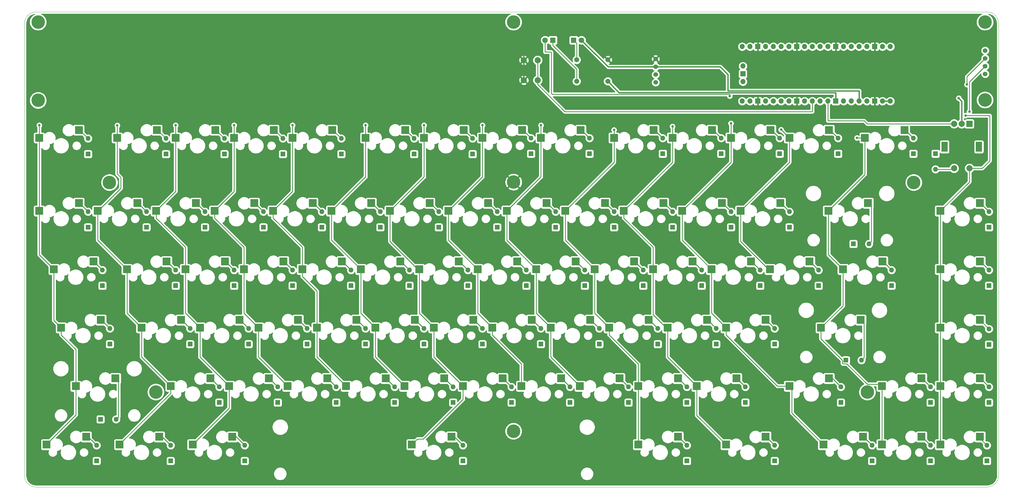
<source format=gbr>
%TF.GenerationSoftware,KiCad,Pcbnew,(5.1.10)-1*%
%TF.CreationDate,2021-06-02T05:42:32-04:00*%
%TF.ProjectId,pi75,70693735-2e6b-4696-9361-645f70636258,rev?*%
%TF.SameCoordinates,Original*%
%TF.FileFunction,Copper,L2,Bot*%
%TF.FilePolarity,Positive*%
%FSLAX46Y46*%
G04 Gerber Fmt 4.6, Leading zero omitted, Abs format (unit mm)*
G04 Created by KiCad (PCBNEW (5.1.10)-1) date 2021-06-02 05:42:32*
%MOMM*%
%LPD*%
G01*
G04 APERTURE LIST*
%TA.AperFunction,Profile*%
%ADD10C,0.050000*%
%TD*%
%TA.AperFunction,ComponentPad*%
%ADD11C,1.524000*%
%TD*%
%TA.AperFunction,ComponentPad*%
%ADD12C,4.400000*%
%TD*%
%TA.AperFunction,ComponentPad*%
%ADD13C,1.651000*%
%TD*%
%TA.AperFunction,SMDPad,CuDef*%
%ADD14R,2.550000X2.500000*%
%TD*%
%TA.AperFunction,ComponentPad*%
%ADD15O,1.700000X1.700000*%
%TD*%
%TA.AperFunction,ComponentPad*%
%ADD16R,1.700000X1.700000*%
%TD*%
%TA.AperFunction,ComponentPad*%
%ADD17O,1.600000X1.600000*%
%TD*%
%TA.AperFunction,ComponentPad*%
%ADD18R,1.600000X1.600000*%
%TD*%
%TA.AperFunction,ComponentPad*%
%ADD19C,2.000000*%
%TD*%
%TA.AperFunction,ComponentPad*%
%ADD20R,2.000000X2.000000*%
%TD*%
%TA.AperFunction,ComponentPad*%
%ADD21R,2.000000X3.200000*%
%TD*%
%TA.AperFunction,ComponentPad*%
%ADD22C,1.800000*%
%TD*%
%TA.AperFunction,ComponentPad*%
%ADD23R,1.800000X1.800000*%
%TD*%
%TA.AperFunction,ViaPad*%
%ADD24C,0.800000*%
%TD*%
%TA.AperFunction,Conductor*%
%ADD25C,0.254000*%
%TD*%
%TA.AperFunction,Conductor*%
%ADD26C,0.381000*%
%TD*%
%TA.AperFunction,Conductor*%
%ADD27C,0.100000*%
%TD*%
G04 APERTURE END LIST*
D10*
X297815000Y-160528000D02*
X-12065000Y-160528000D01*
X301625000Y-9398000D02*
X301625000Y-156718000D01*
X297815000Y-5588000D02*
G75*
G02*
X301625000Y-9398000I0J-3810000D01*
G01*
X-12065000Y-160528000D02*
G75*
G02*
X-15875000Y-156718000I0J3810000D01*
G01*
X301625000Y-156718000D02*
G75*
G02*
X297815000Y-160528000I-3810000J0D01*
G01*
X-15875000Y-9398000D02*
G75*
G02*
X-12065000Y-5588000I3810000J0D01*
G01*
X-15875000Y-9398000D02*
X-15875000Y-156718000D01*
X297815000Y-5588000D02*
X-12065000Y-5588000D01*
D11*
%TO.P,J1,1*%
%TO.N,AGND*%
X297230800Y-18186400D03*
%TO.P,J1,2*%
%TO.N,ADC_VREF*%
X297230800Y-20726400D03*
%TO.P,J1,3*%
%TO.N,ADCO*%
X297230800Y-23266400D03*
%TO.P,J1,4*%
%TO.N,ADC1*%
X297230800Y-25806400D03*
%TD*%
%TO.P,OL1,1*%
%TO.N,l2C0_SDA*%
X189839000Y-28575000D03*
%TO.P,OL1,2*%
%TO.N,l2C0_SCL*%
X189839000Y-26035000D03*
%TO.P,OL1,3*%
%TO.N,VCC_3v3*%
X189839000Y-23495000D03*
%TO.P,OL1,4*%
%TO.N,GND*%
X189839000Y-20955000D03*
%TD*%
D12*
%TO.P,REF\u002A\u002A,1*%
%TO.N,N/C*%
X273951700Y-61201300D03*
%TD*%
%TO.P,REF\u002A\u002A,1*%
%TO.N,N/C*%
X143510000Y-142303500D03*
%TD*%
%TO.P,REF\u002A\u002A,1*%
%TO.N,N/C*%
X11823700Y-61201300D03*
%TD*%
%TO.P,REF\u002A\u002A,1*%
%TO.N,N/C*%
X258838700Y-129527300D03*
%TD*%
%TO.P,REF\u002A\u002A,1*%
%TO.N,N/C*%
X26936700Y-129527300D03*
%TD*%
D13*
%TO.P,R1,1*%
%TO.N,Net-(D24-Pad1)*%
X164084000Y-28194000D03*
%TO.P,R1,2*%
%TO.N,AGND*%
X174244000Y-28194000D03*
%TD*%
%TO.P,R2,1*%
%TO.N,Net-(D25-Pad1)*%
X164084000Y-21209000D03*
%TO.P,R2,2*%
%TO.N,GND*%
X174244000Y-21209000D03*
%TD*%
D12*
%TO.P,H1,1*%
%TO.N,GND*%
X143522700Y-61074300D03*
%TD*%
D14*
%TO.P,K72,2*%
%TO.N,Net-(D74-Pad2)*%
X259048250Y-67945000D03*
%TO.P,K72,1*%
%TO.N,col13*%
X246121250Y-70485000D03*
%TD*%
%TO.P,K74,2*%
%TO.N,Net-(D76-Pad2)*%
X256667000Y-106045000D03*
%TO.P,K74,1*%
%TO.N,col13*%
X243740000Y-108585000D03*
%TD*%
%TO.P,K39,2*%
%TO.N,Net-(D41-Pad2)*%
X123317000Y-144145000D03*
%TO.P,K39,1*%
%TO.N,col6*%
X110390000Y-146685000D03*
%TD*%
%TO.P,K5,2*%
%TO.N,Net-(D5-Pad2)*%
X13779500Y-125095000D03*
%TO.P,K5,1*%
%TO.N,col0*%
X852500Y-127635000D03*
%TD*%
D12*
%TO.P,REF\u002A\u002A,1*%
%TO.N,N/C*%
X143510000Y-8890000D03*
%TD*%
D15*
%TO.P,U1,1*%
%TO.N,l2C0_SDA*%
X266319000Y-16891000D03*
%TO.P,U1,2*%
%TO.N,l2C0_SCL*%
X263779000Y-16891000D03*
D16*
%TO.P,U1,3*%
%TO.N,GND*%
X261239000Y-16891000D03*
D15*
%TO.P,U1,4*%
%TO.N,row5*%
X258699000Y-16891000D03*
%TO.P,U1,5*%
%TO.N,row4*%
X256159000Y-16891000D03*
%TO.P,U1,6*%
%TO.N,row3*%
X253619000Y-16891000D03*
%TO.P,U1,7*%
%TO.N,row2*%
X251079000Y-16891000D03*
D16*
%TO.P,U1,8*%
%TO.N,GND*%
X248539000Y-16891000D03*
D15*
%TO.P,U1,9*%
%TO.N,row1*%
X245999000Y-16891000D03*
%TO.P,U1,10*%
%TO.N,row0*%
X243459000Y-16891000D03*
%TO.P,U1,11*%
%TO.N,col0*%
X240919000Y-16891000D03*
%TO.P,U1,12*%
%TO.N,col1*%
X238379000Y-16891000D03*
D16*
%TO.P,U1,13*%
%TO.N,GND*%
X235839000Y-16891000D03*
D15*
%TO.P,U1,14*%
%TO.N,col2*%
X233299000Y-16891000D03*
%TO.P,U1,15*%
%TO.N,col3*%
X230759000Y-16891000D03*
%TO.P,U1,16*%
%TO.N,col4*%
X228219000Y-16891000D03*
%TO.P,U1,17*%
%TO.N,col5*%
X225679000Y-16891000D03*
D16*
%TO.P,U1,18*%
%TO.N,GND*%
X223139000Y-16891000D03*
D15*
%TO.P,U1,19*%
%TO.N,col6*%
X220599000Y-16891000D03*
%TO.P,U1,20*%
%TO.N,col7*%
X218059000Y-16891000D03*
%TO.P,U1,21*%
%TO.N,col8*%
X218059000Y-34671000D03*
%TO.P,U1,22*%
%TO.N,col9*%
X220599000Y-34671000D03*
D16*
%TO.P,U1,23*%
%TO.N,GND*%
X223139000Y-34671000D03*
D15*
%TO.P,U1,24*%
%TO.N,col10*%
X225679000Y-34671000D03*
%TO.P,U1,25*%
%TO.N,col11*%
X228219000Y-34671000D03*
%TO.P,U1,26*%
%TO.N,col12*%
X230759000Y-34671000D03*
%TO.P,U1,27*%
%TO.N,col13*%
X233299000Y-34671000D03*
D16*
%TO.P,U1,28*%
%TO.N,GND*%
X235839000Y-34671000D03*
D15*
%TO.P,U1,29*%
%TO.N,col14*%
X238379000Y-34671000D03*
%TO.P,U1,30*%
%TO.N,RUN*%
X240919000Y-34671000D03*
%TO.P,U1,31*%
%TO.N,ADCO*%
X243459000Y-34671000D03*
%TO.P,U1,32*%
%TO.N,ADC1*%
X245999000Y-34671000D03*
D16*
%TO.P,U1,33*%
%TO.N,AGND*%
X248539000Y-34671000D03*
D15*
%TO.P,U1,34*%
%TO.N,ADC2*%
X251079000Y-34671000D03*
%TO.P,U1,35*%
%TO.N,ADC_VREF*%
X253619000Y-34671000D03*
%TO.P,U1,36*%
%TO.N,VCC_3v3*%
X256159000Y-34671000D03*
%TO.P,U1,37*%
%TO.N,Net-(U1-Pad37)*%
X258699000Y-34671000D03*
D16*
%TO.P,U1,38*%
%TO.N,GND*%
X261239000Y-34671000D03*
D15*
%TO.P,U1,39*%
%TO.N,Net-(U1-Pad39)*%
X263779000Y-34671000D03*
%TO.P,U1,40*%
X266319000Y-34671000D03*
%TO.P,U1,41*%
%TO.N,Net-(U1-Pad41)*%
X218289000Y-23241000D03*
D16*
%TO.P,U1,42*%
%TO.N,Net-(U1-Pad42)*%
X218289000Y-25781000D03*
D15*
%TO.P,U1,43*%
%TO.N,Net-(U1-Pad43)*%
X218289000Y-28321000D03*
%TD*%
D17*
%TO.P,D14,2*%
%TO.N,Net-(D14-Pad2)*%
X42926000Y-70739000D03*
D18*
%TO.P,D14,1*%
%TO.N,row1*%
X42926000Y-75819000D03*
%TD*%
D12*
%TO.P,REF\u002A\u002A,1*%
%TO.N,N/C*%
X-11430000Y-34417000D03*
%TD*%
%TO.P,REF\u002A\u002A,1*%
%TO.N,N/C*%
X-11430000Y-8890000D03*
%TD*%
%TO.P,REF\u002A\u002A,1*%
%TO.N,N/C*%
X297180000Y-34290000D03*
%TD*%
%TO.P,REF\u002A\u002A,1*%
%TO.N,N/C*%
X297180000Y-8890000D03*
%TD*%
D19*
%TO.P,SW2,1*%
%TO.N,RUN*%
X151384000Y-27836000D03*
%TO.P,SW2,2*%
%TO.N,GND*%
X146884000Y-27836000D03*
%TO.P,SW2,1*%
%TO.N,RUN*%
X151384000Y-21336000D03*
%TO.P,SW2,2*%
%TO.N,GND*%
X146884000Y-21336000D03*
%TD*%
D14*
%TO.P,K17,2*%
%TO.N,Net-(D17-Pad2)*%
X63785750Y-125095000D03*
%TO.P,K17,1*%
%TO.N,col2*%
X50858750Y-127635000D03*
%TD*%
D20*
%TO.P,SW1,A*%
%TO.N,ADCO*%
X292100000Y-42068750D03*
D19*
%TO.P,SW1,C*%
%TO.N,AGND*%
X289600000Y-42068750D03*
%TO.P,SW1,B*%
%TO.N,ADC1*%
X287100000Y-42068750D03*
D21*
%TO.P,SW1,MP*%
%TO.N,N/C*%
X295200000Y-49568750D03*
X284000000Y-49568750D03*
D19*
%TO.P,SW1,S2*%
%TO.N,col14*%
X292100000Y-56568750D03*
%TO.P,SW1,S1*%
%TO.N,s1*%
X287100000Y-56568750D03*
%TD*%
D14*
%TO.P,K81,2*%
%TO.N,Net-(D84-Pad2)*%
X295560750Y-144145000D03*
%TO.P,K81,1*%
%TO.N,col14*%
X282633750Y-146685000D03*
%TD*%
%TO.P,K80,2*%
%TO.N,Net-(D83-Pad2)*%
X295560750Y-125095000D03*
%TO.P,K80,1*%
%TO.N,col14*%
X282633750Y-127635000D03*
%TD*%
%TO.P,K79,2*%
%TO.N,Net-(D82-Pad2)*%
X295560750Y-106045000D03*
%TO.P,K79,1*%
%TO.N,col14*%
X282633750Y-108585000D03*
%TD*%
%TO.P,K78,2*%
%TO.N,Net-(D81-Pad2)*%
X295560750Y-86995000D03*
%TO.P,K78,1*%
%TO.N,col14*%
X282633750Y-89535000D03*
%TD*%
%TO.P,K77,2*%
%TO.N,Net-(D80-Pad2)*%
X295560750Y-67945000D03*
%TO.P,K77,1*%
%TO.N,col14*%
X282633750Y-70485000D03*
%TD*%
%TO.P,K76,2*%
%TO.N,Net-(D78-Pad2)*%
X276510750Y-144145000D03*
%TO.P,K76,1*%
%TO.N,col13*%
X263583750Y-146685000D03*
%TD*%
%TO.P,K75,2*%
%TO.N,Net-(D77-Pad2)*%
X276510750Y-125095000D03*
%TO.P,K75,1*%
%TO.N,col13*%
X263583750Y-127635000D03*
%TD*%
%TO.P,K73,2*%
%TO.N,Net-(D75-Pad2)*%
X263810750Y-86995000D03*
%TO.P,K73,1*%
%TO.N,col13*%
X250883750Y-89535000D03*
%TD*%
%TO.P,K71,2*%
%TO.N,Net-(D73-Pad2)*%
X270954500Y-44132500D03*
%TO.P,K71,1*%
%TO.N,col13*%
X258027500Y-46672500D03*
%TD*%
%TO.P,K70,2*%
%TO.N,Net-(D72-Pad2)*%
X257460750Y-144145000D03*
%TO.P,K70,1*%
%TO.N,col11*%
X244533750Y-146685000D03*
%TD*%
%TO.P,K69,2*%
%TO.N,Net-(D71-Pad2)*%
X239998250Y-86995000D03*
%TO.P,K69,1*%
%TO.N,col12*%
X227071250Y-89535000D03*
%TD*%
%TO.P,K68,2*%
%TO.N,Net-(D70-Pad2)*%
X230473250Y-67945000D03*
%TO.P,K68,1*%
%TO.N,col12*%
X217546250Y-70485000D03*
%TD*%
%TO.P,K67,2*%
%TO.N,Net-(D69-Pad2)*%
X246348250Y-44132500D03*
%TO.P,K67,1*%
%TO.N,col12*%
X233421250Y-46672500D03*
%TD*%
%TO.P,K66,2*%
%TO.N,Net-(D68-Pad2)*%
X246348250Y-125095000D03*
%TO.P,K66,1*%
%TO.N,col11*%
X233421250Y-127635000D03*
%TD*%
%TO.P,K65,2*%
%TO.N,Net-(D67-Pad2)*%
X225710750Y-106045000D03*
%TO.P,K65,1*%
%TO.N,col11*%
X212783750Y-108585000D03*
%TD*%
%TO.P,K64,2*%
%TO.N,Net-(D66-Pad2)*%
X220948250Y-86995000D03*
%TO.P,K64,1*%
%TO.N,col11*%
X208021250Y-89535000D03*
%TD*%
%TO.P,K63,2*%
%TO.N,Net-(D65-Pad2)*%
X211423250Y-67945000D03*
%TO.P,K63,1*%
%TO.N,col11*%
X198496250Y-70485000D03*
%TD*%
%TO.P,K62,2*%
%TO.N,Net-(D64-Pad2)*%
X227298250Y-44132500D03*
%TO.P,K62,1*%
%TO.N,col11*%
X214371250Y-46672500D03*
%TD*%
%TO.P,K61,2*%
%TO.N,Net-(D63-Pad2)*%
X225710750Y-144145000D03*
%TO.P,K61,1*%
%TO.N,col10*%
X212783750Y-146685000D03*
%TD*%
%TO.P,K60,2*%
%TO.N,Net-(D62-Pad2)*%
X216185750Y-125095000D03*
%TO.P,K60,1*%
%TO.N,col10*%
X203258750Y-127635000D03*
%TD*%
%TO.P,K59,2*%
%TO.N,Net-(D61-Pad2)*%
X206660750Y-106045000D03*
%TO.P,K59,1*%
%TO.N,col10*%
X193733750Y-108585000D03*
%TD*%
%TO.P,K58,2*%
%TO.N,Net-(D60-Pad2)*%
X201898250Y-86995000D03*
%TO.P,K58,1*%
%TO.N,col10*%
X188971250Y-89535000D03*
%TD*%
%TO.P,K57,2*%
%TO.N,Net-(D59-Pad2)*%
X192373250Y-67945000D03*
%TO.P,K57,1*%
%TO.N,col10*%
X179446250Y-70485000D03*
%TD*%
%TO.P,K56,2*%
%TO.N,Net-(D58-Pad2)*%
X208248250Y-44132500D03*
%TO.P,K56,1*%
%TO.N,col10*%
X195321250Y-46672500D03*
%TD*%
%TO.P,K55,2*%
%TO.N,Net-(D57-Pad2)*%
X197135750Y-144145000D03*
%TO.P,K55,1*%
%TO.N,col9*%
X184208750Y-146685000D03*
%TD*%
%TO.P,K54,2*%
%TO.N,Net-(D56-Pad2)*%
X197135750Y-125095000D03*
%TO.P,K54,1*%
%TO.N,col9*%
X184208750Y-127635000D03*
%TD*%
%TO.P,K53,2*%
%TO.N,Net-(D55-Pad2)*%
X187610750Y-106045000D03*
%TO.P,K53,1*%
%TO.N,col9*%
X174683750Y-108585000D03*
%TD*%
%TO.P,K52,2*%
%TO.N,Net-(D54-Pad2)*%
X182848250Y-86995000D03*
%TO.P,K52,1*%
%TO.N,col9*%
X169921250Y-89535000D03*
%TD*%
%TO.P,K51,2*%
%TO.N,Net-(D53-Pad2)*%
X173323250Y-67945000D03*
%TO.P,K51,1*%
%TO.N,col9*%
X160396250Y-70485000D03*
%TD*%
%TO.P,K50,2*%
%TO.N,Net-(D52-Pad2)*%
X189198250Y-44132500D03*
%TO.P,K50,1*%
%TO.N,col9*%
X176271250Y-46672500D03*
%TD*%
%TO.P,K49,2*%
%TO.N,Net-(D51-Pad2)*%
X178085750Y-125095000D03*
%TO.P,K49,1*%
%TO.N,col8*%
X165158750Y-127635000D03*
%TD*%
%TO.P,K48,2*%
%TO.N,Net-(D50-Pad2)*%
X168560750Y-106045000D03*
%TO.P,K48,1*%
%TO.N,col8*%
X155633750Y-108585000D03*
%TD*%
%TO.P,K47,2*%
%TO.N,Net-(D49-Pad2)*%
X163798250Y-86995000D03*
%TO.P,K47,1*%
%TO.N,col8*%
X150871250Y-89535000D03*
%TD*%
%TO.P,K46,2*%
%TO.N,Net-(D48-Pad2)*%
X154273250Y-67945000D03*
%TO.P,K46,1*%
%TO.N,col8*%
X141346250Y-70485000D03*
%TD*%
%TO.P,K45,2*%
%TO.N,Net-(D47-Pad2)*%
X165385750Y-44132500D03*
%TO.P,K45,1*%
%TO.N,col8*%
X152458750Y-46672500D03*
%TD*%
%TO.P,K44,2*%
%TO.N,Net-(D46-Pad2)*%
X159035750Y-125095000D03*
%TO.P,K44,1*%
%TO.N,col7*%
X146108750Y-127635000D03*
%TD*%
%TO.P,K43,2*%
%TO.N,Net-(D45-Pad2)*%
X149510750Y-106045000D03*
%TO.P,K43,1*%
%TO.N,col7*%
X136583750Y-108585000D03*
%TD*%
%TO.P,K42,2*%
%TO.N,Net-(D44-Pad2)*%
X144748250Y-86995000D03*
%TO.P,K42,1*%
%TO.N,col7*%
X131821250Y-89535000D03*
%TD*%
%TO.P,K41,2*%
%TO.N,Net-(D43-Pad2)*%
X135223250Y-67945000D03*
%TO.P,K41,1*%
%TO.N,col7*%
X122296250Y-70485000D03*
%TD*%
%TO.P,K40,2*%
%TO.N,Net-(D42-Pad2)*%
X146335750Y-44132500D03*
%TO.P,K40,1*%
%TO.N,col7*%
X133408750Y-46672500D03*
%TD*%
%TO.P,K38,2*%
%TO.N,Net-(D40-Pad2)*%
X139985750Y-125095000D03*
%TO.P,K38,1*%
%TO.N,col6*%
X127058750Y-127635000D03*
%TD*%
%TO.P,K37,2*%
%TO.N,Net-(D39-Pad2)*%
X130460750Y-106045000D03*
%TO.P,K37,1*%
%TO.N,col6*%
X117533750Y-108585000D03*
%TD*%
%TO.P,K36,2*%
%TO.N,Net-(D38-Pad2)*%
X125698250Y-86995000D03*
%TO.P,K36,1*%
%TO.N,col6*%
X112771250Y-89535000D03*
%TD*%
%TO.P,K35,2*%
%TO.N,Net-(D37-Pad2)*%
X116173250Y-67945000D03*
%TO.P,K35,1*%
%TO.N,col6*%
X103246250Y-70485000D03*
%TD*%
%TO.P,K34,2*%
%TO.N,Net-(D36-Pad2)*%
X127285750Y-44132500D03*
%TO.P,K34,1*%
%TO.N,col6*%
X114358750Y-46672500D03*
%TD*%
%TO.P,K33,2*%
%TO.N,Net-(D35-Pad2)*%
X120935750Y-125095000D03*
%TO.P,K33,1*%
%TO.N,col5*%
X108008750Y-127635000D03*
%TD*%
%TO.P,K32,2*%
%TO.N,Net-(D34-Pad2)*%
X111410750Y-106045000D03*
%TO.P,K32,1*%
%TO.N,col5*%
X98483750Y-108585000D03*
%TD*%
%TO.P,K31,2*%
%TO.N,Net-(D33-Pad2)*%
X106648250Y-86995000D03*
%TO.P,K31,1*%
%TO.N,col5*%
X93721250Y-89535000D03*
%TD*%
%TO.P,K30,2*%
%TO.N,Net-(D32-Pad2)*%
X97123250Y-67945000D03*
%TO.P,K30,1*%
%TO.N,col5*%
X84196250Y-70485000D03*
%TD*%
%TO.P,K29,2*%
%TO.N,Net-(D31-Pad2)*%
X108235750Y-44132500D03*
%TO.P,K29,1*%
%TO.N,col5*%
X95308750Y-46672500D03*
%TD*%
%TO.P,K28,2*%
%TO.N,Net-(D30-Pad2)*%
X101885750Y-125095000D03*
%TO.P,K28,1*%
%TO.N,col4*%
X88958750Y-127635000D03*
%TD*%
%TO.P,K27,2*%
%TO.N,Net-(D29-Pad2)*%
X92360750Y-106045000D03*
%TO.P,K27,1*%
%TO.N,col4*%
X79433750Y-108585000D03*
%TD*%
%TO.P,K26,2*%
%TO.N,Net-(D28-Pad2)*%
X87598250Y-86995000D03*
%TO.P,K26,1*%
%TO.N,col4*%
X74671250Y-89535000D03*
%TD*%
%TO.P,K25,2*%
%TO.N,Net-(D27-Pad2)*%
X78073250Y-67945000D03*
%TO.P,K25,1*%
%TO.N,col4*%
X65146250Y-70485000D03*
%TD*%
%TO.P,K24,2*%
%TO.N,Net-(D26-Pad2)*%
X84423250Y-44132500D03*
%TO.P,K24,1*%
%TO.N,col4*%
X71496250Y-46672500D03*
%TD*%
%TO.P,K23,2*%
%TO.N,Net-(D23-Pad2)*%
X82835750Y-125095000D03*
%TO.P,K23,1*%
%TO.N,col3*%
X69908750Y-127635000D03*
%TD*%
%TO.P,K22,2*%
%TO.N,Net-(D22-Pad2)*%
X73310750Y-106045000D03*
%TO.P,K22,1*%
%TO.N,col3*%
X60383750Y-108585000D03*
%TD*%
%TO.P,K21,2*%
%TO.N,Net-(D21-Pad2)*%
X68548250Y-86995000D03*
%TO.P,K21,1*%
%TO.N,col3*%
X55621250Y-89535000D03*
%TD*%
%TO.P,K20,2*%
%TO.N,Net-(D20-Pad2)*%
X59023250Y-67945000D03*
%TO.P,K20,1*%
%TO.N,col3*%
X46096250Y-70485000D03*
%TD*%
%TO.P,K19,2*%
%TO.N,Net-(D19-Pad2)*%
X65373250Y-44132500D03*
%TO.P,K19,1*%
%TO.N,col3*%
X52446250Y-46672500D03*
%TD*%
%TO.P,K18,2*%
%TO.N,Net-(D18-Pad2)*%
X51879500Y-144145000D03*
%TO.P,K18,1*%
%TO.N,col2*%
X38952500Y-146685000D03*
%TD*%
%TO.P,K16,2*%
%TO.N,Net-(D16-Pad2)*%
X54260750Y-106045000D03*
%TO.P,K16,1*%
%TO.N,col2*%
X41333750Y-108585000D03*
%TD*%
%TO.P,K15,2*%
%TO.N,Net-(D15-Pad2)*%
X49498250Y-86995000D03*
%TO.P,K15,1*%
%TO.N,col2*%
X36571250Y-89535000D03*
%TD*%
%TO.P,K14,2*%
%TO.N,Net-(D14-Pad2)*%
X39973250Y-67945000D03*
%TO.P,K14,1*%
%TO.N,col2*%
X27046250Y-70485000D03*
%TD*%
%TO.P,K13,2*%
%TO.N,Net-(D13-Pad2)*%
X46323250Y-44132500D03*
%TO.P,K13,1*%
%TO.N,col2*%
X33396250Y-46672500D03*
%TD*%
%TO.P,K12,2*%
%TO.N,Net-(D12-Pad2)*%
X28067000Y-144145000D03*
%TO.P,K12,1*%
%TO.N,col1*%
X15140000Y-146685000D03*
%TD*%
%TO.P,K11,2*%
%TO.N,Net-(D11-Pad2)*%
X44735750Y-125095000D03*
%TO.P,K11,1*%
%TO.N,col1*%
X31808750Y-127635000D03*
%TD*%
%TO.P,K10,2*%
%TO.N,Net-(D10-Pad2)*%
X35210750Y-106045000D03*
%TO.P,K10,1*%
%TO.N,col1*%
X22283750Y-108585000D03*
%TD*%
%TO.P,K9,2*%
%TO.N,Net-(D9-Pad2)*%
X30448250Y-86995000D03*
%TO.P,K9,1*%
%TO.N,col1*%
X17521250Y-89535000D03*
%TD*%
%TO.P,K8,2*%
%TO.N,Net-(D8-Pad2)*%
X20923250Y-67945000D03*
%TO.P,K8,1*%
%TO.N,col1*%
X7996250Y-70485000D03*
%TD*%
%TO.P,K7,2*%
%TO.N,Net-(D7-Pad2)*%
X27273250Y-44132500D03*
%TO.P,K7,1*%
%TO.N,col1*%
X14346250Y-46672500D03*
%TD*%
%TO.P,K6,2*%
%TO.N,Net-(D6-Pad2)*%
X4254500Y-144145000D03*
%TO.P,K6,1*%
%TO.N,col0*%
X-8672500Y-146685000D03*
%TD*%
%TO.P,K4,2*%
%TO.N,Net-(D4-Pad2)*%
X9017000Y-106045000D03*
%TO.P,K4,1*%
%TO.N,col0*%
X-3910000Y-108585000D03*
%TD*%
%TO.P,K3,2*%
%TO.N,Net-(D3-Pad2)*%
X6635750Y-86995000D03*
%TO.P,K3,1*%
%TO.N,col0*%
X-6291250Y-89535000D03*
%TD*%
%TO.P,K2,2*%
%TO.N,Net-(D2-Pad2)*%
X1873250Y-67945000D03*
%TO.P,K2,1*%
%TO.N,col0*%
X-11053750Y-70485000D03*
%TD*%
%TO.P,K1,2*%
%TO.N,Net-(D1-Pad2)*%
X1873250Y-44132500D03*
%TO.P,K1,1*%
%TO.N,col0*%
X-11053750Y-46672500D03*
%TD*%
D17*
%TO.P,D84,2*%
%TO.N,Net-(D84-Pad2)*%
X297815000Y-146939000D03*
D18*
%TO.P,D84,1*%
%TO.N,row5*%
X297815000Y-152019000D03*
%TD*%
D17*
%TO.P,D83,2*%
%TO.N,Net-(D83-Pad2)*%
X298450000Y-127889000D03*
D18*
%TO.P,D83,1*%
%TO.N,row4*%
X298450000Y-132969000D03*
%TD*%
D17*
%TO.P,D82,2*%
%TO.N,Net-(D82-Pad2)*%
X298450000Y-108966000D03*
D18*
%TO.P,D82,1*%
%TO.N,row3*%
X298450000Y-114046000D03*
%TD*%
D17*
%TO.P,D81,2*%
%TO.N,Net-(D81-Pad2)*%
X298450000Y-89789000D03*
D18*
%TO.P,D81,1*%
%TO.N,row2*%
X298450000Y-94869000D03*
%TD*%
D17*
%TO.P,D80,2*%
%TO.N,Net-(D80-Pad2)*%
X298450000Y-70739000D03*
D18*
%TO.P,D80,1*%
%TO.N,row1*%
X298450000Y-75819000D03*
%TD*%
D17*
%TO.P,D79,2*%
%TO.N,s1*%
X281051000Y-56896000D03*
D18*
%TO.P,D79,1*%
%TO.N,row0*%
X281051000Y-51816000D03*
%TD*%
D17*
%TO.P,D78,2*%
%TO.N,Net-(D78-Pad2)*%
X279400000Y-146939000D03*
D18*
%TO.P,D78,1*%
%TO.N,row5*%
X279400000Y-152019000D03*
%TD*%
D17*
%TO.P,D77,2*%
%TO.N,Net-(D77-Pad2)*%
X279400000Y-127889000D03*
D18*
%TO.P,D77,1*%
%TO.N,row4*%
X279400000Y-132969000D03*
%TD*%
D17*
%TO.P,D76,2*%
%TO.N,Net-(D76-Pad2)*%
X256921000Y-119164100D03*
D18*
%TO.P,D76,1*%
%TO.N,row3*%
X251841000Y-119164100D03*
%TD*%
D17*
%TO.P,D75,2*%
%TO.N,Net-(D75-Pad2)*%
X266700000Y-89789000D03*
D18*
%TO.P,D75,1*%
%TO.N,row2*%
X266700000Y-94869000D03*
%TD*%
D17*
%TO.P,D74,2*%
%TO.N,Net-(D74-Pad2)*%
X259359400Y-81241900D03*
D18*
%TO.P,D74,1*%
%TO.N,row1*%
X254279400Y-81241900D03*
%TD*%
D17*
%TO.P,D73,2*%
%TO.N,Net-(D73-Pad2)*%
X273812000Y-46736000D03*
D18*
%TO.P,D73,1*%
%TO.N,row0*%
X273812000Y-51816000D03*
%TD*%
D17*
%TO.P,D72,2*%
%TO.N,Net-(D72-Pad2)*%
X260350000Y-146939000D03*
D18*
%TO.P,D72,1*%
%TO.N,row5*%
X260350000Y-152019000D03*
%TD*%
D17*
%TO.P,D71,2*%
%TO.N,Net-(D71-Pad2)*%
X242951000Y-89789000D03*
D18*
%TO.P,D71,1*%
%TO.N,row2*%
X242951000Y-94869000D03*
%TD*%
D17*
%TO.P,D70,2*%
%TO.N,Net-(D70-Pad2)*%
X233426000Y-70739000D03*
D18*
%TO.P,D70,1*%
%TO.N,row1*%
X233426000Y-75819000D03*
%TD*%
D17*
%TO.P,D69,2*%
%TO.N,Net-(D69-Pad2)*%
X249301000Y-46736000D03*
D18*
%TO.P,D69,1*%
%TO.N,row0*%
X249301000Y-51816000D03*
%TD*%
D17*
%TO.P,D68,2*%
%TO.N,Net-(D68-Pad2)*%
X250190000Y-127889000D03*
D18*
%TO.P,D68,1*%
%TO.N,row4*%
X250190000Y-132969000D03*
%TD*%
D17*
%TO.P,D67,2*%
%TO.N,Net-(D67-Pad2)*%
X228600000Y-108839000D03*
D18*
%TO.P,D67,1*%
%TO.N,row3*%
X228600000Y-113919000D03*
%TD*%
D17*
%TO.P,D66,2*%
%TO.N,Net-(D66-Pad2)*%
X223901000Y-89789000D03*
D18*
%TO.P,D66,1*%
%TO.N,row2*%
X223901000Y-94869000D03*
%TD*%
D17*
%TO.P,D65,2*%
%TO.N,Net-(D65-Pad2)*%
X214376000Y-70739000D03*
D18*
%TO.P,D65,1*%
%TO.N,row1*%
X214376000Y-75819000D03*
%TD*%
D17*
%TO.P,D64,2*%
%TO.N,Net-(D64-Pad2)*%
X230251000Y-46736000D03*
D18*
%TO.P,D64,1*%
%TO.N,row0*%
X230251000Y-51816000D03*
%TD*%
D17*
%TO.P,D63,2*%
%TO.N,Net-(D63-Pad2)*%
X228600000Y-146939000D03*
D18*
%TO.P,D63,1*%
%TO.N,row5*%
X228600000Y-152019000D03*
%TD*%
D17*
%TO.P,D62,2*%
%TO.N,Net-(D62-Pad2)*%
X219075000Y-127889000D03*
D18*
%TO.P,D62,1*%
%TO.N,row4*%
X219075000Y-132969000D03*
%TD*%
D17*
%TO.P,D61,2*%
%TO.N,Net-(D61-Pad2)*%
X209550000Y-108839000D03*
D18*
%TO.P,D61,1*%
%TO.N,row3*%
X209550000Y-113919000D03*
%TD*%
D17*
%TO.P,D60,2*%
%TO.N,Net-(D60-Pad2)*%
X204851000Y-89789000D03*
D18*
%TO.P,D60,1*%
%TO.N,row2*%
X204851000Y-94869000D03*
%TD*%
D17*
%TO.P,D59,2*%
%TO.N,Net-(D59-Pad2)*%
X195326000Y-70739000D03*
D18*
%TO.P,D59,1*%
%TO.N,row1*%
X195326000Y-75819000D03*
%TD*%
D17*
%TO.P,D58,2*%
%TO.N,Net-(D58-Pad2)*%
X211201000Y-46736000D03*
D18*
%TO.P,D58,1*%
%TO.N,row0*%
X211201000Y-51816000D03*
%TD*%
D17*
%TO.P,D57,2*%
%TO.N,Net-(D57-Pad2)*%
X200025000Y-146939000D03*
D18*
%TO.P,D57,1*%
%TO.N,row5*%
X200025000Y-152019000D03*
%TD*%
D17*
%TO.P,D56,2*%
%TO.N,Net-(D56-Pad2)*%
X200025000Y-127889000D03*
D18*
%TO.P,D56,1*%
%TO.N,row4*%
X200025000Y-132969000D03*
%TD*%
D17*
%TO.P,D55,2*%
%TO.N,Net-(D55-Pad2)*%
X190500000Y-108839000D03*
D18*
%TO.P,D55,1*%
%TO.N,row3*%
X190500000Y-113919000D03*
%TD*%
D17*
%TO.P,D54,2*%
%TO.N,Net-(D54-Pad2)*%
X185801000Y-89789000D03*
D18*
%TO.P,D54,1*%
%TO.N,row2*%
X185801000Y-94869000D03*
%TD*%
D17*
%TO.P,D53,2*%
%TO.N,Net-(D53-Pad2)*%
X176276000Y-70739000D03*
D18*
%TO.P,D53,1*%
%TO.N,row1*%
X176276000Y-75819000D03*
%TD*%
D17*
%TO.P,D52,2*%
%TO.N,Net-(D52-Pad2)*%
X192151000Y-46736000D03*
D18*
%TO.P,D52,1*%
%TO.N,row0*%
X192151000Y-51816000D03*
%TD*%
D17*
%TO.P,D51,2*%
%TO.N,Net-(D51-Pad2)*%
X180975000Y-127889000D03*
D18*
%TO.P,D51,1*%
%TO.N,row4*%
X180975000Y-132969000D03*
%TD*%
D17*
%TO.P,D50,2*%
%TO.N,Net-(D50-Pad2)*%
X171450000Y-108839000D03*
D18*
%TO.P,D50,1*%
%TO.N,row3*%
X171450000Y-113919000D03*
%TD*%
D17*
%TO.P,D49,2*%
%TO.N,Net-(D49-Pad2)*%
X166751000Y-89789000D03*
D18*
%TO.P,D49,1*%
%TO.N,row2*%
X166751000Y-94869000D03*
%TD*%
D17*
%TO.P,D48,2*%
%TO.N,Net-(D48-Pad2)*%
X157226000Y-70739000D03*
D18*
%TO.P,D48,1*%
%TO.N,row1*%
X157226000Y-75819000D03*
%TD*%
D17*
%TO.P,D47,2*%
%TO.N,Net-(D47-Pad2)*%
X168275000Y-46736000D03*
D18*
%TO.P,D47,1*%
%TO.N,row0*%
X168275000Y-51816000D03*
%TD*%
D17*
%TO.P,D46,2*%
%TO.N,Net-(D46-Pad2)*%
X161925000Y-127889000D03*
D18*
%TO.P,D46,1*%
%TO.N,row4*%
X161925000Y-132969000D03*
%TD*%
D17*
%TO.P,D45,2*%
%TO.N,Net-(D45-Pad2)*%
X152400000Y-108839000D03*
D18*
%TO.P,D45,1*%
%TO.N,row3*%
X152400000Y-113919000D03*
%TD*%
D17*
%TO.P,D44,2*%
%TO.N,Net-(D44-Pad2)*%
X147701000Y-89789000D03*
D18*
%TO.P,D44,1*%
%TO.N,row2*%
X147701000Y-94869000D03*
%TD*%
D17*
%TO.P,D43,2*%
%TO.N,Net-(D43-Pad2)*%
X138176000Y-70739000D03*
D18*
%TO.P,D43,1*%
%TO.N,row1*%
X138176000Y-75819000D03*
%TD*%
D17*
%TO.P,D42,2*%
%TO.N,Net-(D42-Pad2)*%
X149225000Y-46736000D03*
D18*
%TO.P,D42,1*%
%TO.N,row0*%
X149225000Y-51816000D03*
%TD*%
D17*
%TO.P,D41,2*%
%TO.N,Net-(D41-Pad2)*%
X127000000Y-146939000D03*
D18*
%TO.P,D41,1*%
%TO.N,row5*%
X127000000Y-152019000D03*
%TD*%
D17*
%TO.P,D40,2*%
%TO.N,Net-(D40-Pad2)*%
X142875000Y-127889000D03*
D18*
%TO.P,D40,1*%
%TO.N,row4*%
X142875000Y-132969000D03*
%TD*%
D17*
%TO.P,D39,2*%
%TO.N,Net-(D39-Pad2)*%
X133350000Y-108839000D03*
D18*
%TO.P,D39,1*%
%TO.N,row3*%
X133350000Y-113919000D03*
%TD*%
D17*
%TO.P,D38,2*%
%TO.N,Net-(D38-Pad2)*%
X128651000Y-89789000D03*
D18*
%TO.P,D38,1*%
%TO.N,row2*%
X128651000Y-94869000D03*
%TD*%
D17*
%TO.P,D37,2*%
%TO.N,Net-(D37-Pad2)*%
X119126000Y-70739000D03*
D18*
%TO.P,D37,1*%
%TO.N,row1*%
X119126000Y-75819000D03*
%TD*%
D17*
%TO.P,D36,2*%
%TO.N,Net-(D36-Pad2)*%
X130175000Y-46863000D03*
D18*
%TO.P,D36,1*%
%TO.N,row0*%
X130175000Y-51943000D03*
%TD*%
D17*
%TO.P,D35,2*%
%TO.N,Net-(D35-Pad2)*%
X123825000Y-127889000D03*
D18*
%TO.P,D35,1*%
%TO.N,row4*%
X123825000Y-132969000D03*
%TD*%
D17*
%TO.P,D34,2*%
%TO.N,Net-(D34-Pad2)*%
X114300000Y-108839000D03*
D18*
%TO.P,D34,1*%
%TO.N,row3*%
X114300000Y-113919000D03*
%TD*%
D17*
%TO.P,D33,2*%
%TO.N,Net-(D33-Pad2)*%
X109601000Y-89789000D03*
D18*
%TO.P,D33,1*%
%TO.N,row2*%
X109601000Y-94869000D03*
%TD*%
D17*
%TO.P,D32,2*%
%TO.N,Net-(D32-Pad2)*%
X100076000Y-70739000D03*
D18*
%TO.P,D32,1*%
%TO.N,row1*%
X100076000Y-75819000D03*
%TD*%
D17*
%TO.P,D31,2*%
%TO.N,Net-(D31-Pad2)*%
X111125000Y-46863000D03*
D18*
%TO.P,D31,1*%
%TO.N,row0*%
X111125000Y-51943000D03*
%TD*%
D17*
%TO.P,D30,2*%
%TO.N,Net-(D30-Pad2)*%
X104775000Y-127889000D03*
D18*
%TO.P,D30,1*%
%TO.N,row4*%
X104775000Y-132969000D03*
%TD*%
D17*
%TO.P,D29,2*%
%TO.N,Net-(D29-Pad2)*%
X95250000Y-108839000D03*
D18*
%TO.P,D29,1*%
%TO.N,row3*%
X95250000Y-113919000D03*
%TD*%
D17*
%TO.P,D28,2*%
%TO.N,Net-(D28-Pad2)*%
X90551000Y-89789000D03*
D18*
%TO.P,D28,1*%
%TO.N,row2*%
X90551000Y-94869000D03*
%TD*%
D17*
%TO.P,D27,2*%
%TO.N,Net-(D27-Pad2)*%
X81026000Y-70739000D03*
D18*
%TO.P,D27,1*%
%TO.N,row1*%
X81026000Y-75819000D03*
%TD*%
D17*
%TO.P,D26,2*%
%TO.N,Net-(D26-Pad2)*%
X87376000Y-46863000D03*
D18*
%TO.P,D26,1*%
%TO.N,row0*%
X87376000Y-51943000D03*
%TD*%
D22*
%TO.P,D25,2*%
%TO.N,VCC_3v3*%
X165671500Y-14795500D03*
D23*
%TO.P,D25,1*%
%TO.N,Net-(D25-Pad1)*%
X163131500Y-14795500D03*
%TD*%
D22*
%TO.P,D24,2*%
%TO.N,ADC2*%
X153797000Y-14795500D03*
D23*
%TO.P,D24,1*%
%TO.N,Net-(D24-Pad1)*%
X156337000Y-14795500D03*
%TD*%
D17*
%TO.P,D23,2*%
%TO.N,Net-(D23-Pad2)*%
X85725000Y-127889000D03*
D18*
%TO.P,D23,1*%
%TO.N,row4*%
X85725000Y-132969000D03*
%TD*%
D17*
%TO.P,D22,2*%
%TO.N,Net-(D22-Pad2)*%
X76200000Y-108839000D03*
D18*
%TO.P,D22,1*%
%TO.N,row3*%
X76200000Y-113919000D03*
%TD*%
D17*
%TO.P,D21,2*%
%TO.N,Net-(D21-Pad2)*%
X71501000Y-89789000D03*
D18*
%TO.P,D21,1*%
%TO.N,row2*%
X71501000Y-94869000D03*
%TD*%
D17*
%TO.P,D20,2*%
%TO.N,Net-(D20-Pad2)*%
X61976000Y-70739000D03*
D18*
%TO.P,D20,1*%
%TO.N,row1*%
X61976000Y-75819000D03*
%TD*%
D17*
%TO.P,D19,2*%
%TO.N,Net-(D19-Pad2)*%
X68326000Y-46863000D03*
D18*
%TO.P,D19,1*%
%TO.N,row0*%
X68326000Y-51943000D03*
%TD*%
D17*
%TO.P,D18,2*%
%TO.N,Net-(D18-Pad2)*%
X55880000Y-146939000D03*
D18*
%TO.P,D18,1*%
%TO.N,row5*%
X55880000Y-152019000D03*
%TD*%
D17*
%TO.P,D17,2*%
%TO.N,Net-(D17-Pad2)*%
X66675000Y-127889000D03*
D18*
%TO.P,D17,1*%
%TO.N,row4*%
X66675000Y-132969000D03*
%TD*%
D17*
%TO.P,D16,2*%
%TO.N,Net-(D16-Pad2)*%
X57150000Y-108839000D03*
D18*
%TO.P,D16,1*%
%TO.N,row3*%
X57150000Y-113919000D03*
%TD*%
D17*
%TO.P,D15,2*%
%TO.N,Net-(D15-Pad2)*%
X52451000Y-89789000D03*
D18*
%TO.P,D15,1*%
%TO.N,row2*%
X52451000Y-94869000D03*
%TD*%
D17*
%TO.P,D13,2*%
%TO.N,Net-(D13-Pad2)*%
X49276000Y-46863000D03*
D18*
%TO.P,D13,1*%
%TO.N,row0*%
X49276000Y-51943000D03*
%TD*%
D17*
%TO.P,D12,2*%
%TO.N,Net-(D12-Pad2)*%
X31750000Y-146939000D03*
D18*
%TO.P,D12,1*%
%TO.N,row5*%
X31750000Y-152019000D03*
%TD*%
D17*
%TO.P,D11,2*%
%TO.N,Net-(D11-Pad2)*%
X47625000Y-127889000D03*
D18*
%TO.P,D11,1*%
%TO.N,row4*%
X47625000Y-132969000D03*
%TD*%
D17*
%TO.P,D10,2*%
%TO.N,Net-(D10-Pad2)*%
X38100000Y-108839000D03*
D18*
%TO.P,D10,1*%
%TO.N,row3*%
X38100000Y-113919000D03*
%TD*%
D17*
%TO.P,D9,2*%
%TO.N,Net-(D9-Pad2)*%
X33401000Y-89789000D03*
D18*
%TO.P,D9,1*%
%TO.N,row2*%
X33401000Y-94869000D03*
%TD*%
D17*
%TO.P,D8,2*%
%TO.N,Net-(D8-Pad2)*%
X23876000Y-70739000D03*
D18*
%TO.P,D8,1*%
%TO.N,row1*%
X23876000Y-75819000D03*
%TD*%
D17*
%TO.P,D7,2*%
%TO.N,Net-(D7-Pad2)*%
X30226000Y-46863000D03*
D18*
%TO.P,D7,1*%
%TO.N,row0*%
X30226000Y-51943000D03*
%TD*%
D17*
%TO.P,D6,2*%
%TO.N,Net-(D6-Pad2)*%
X7620000Y-146939000D03*
D18*
%TO.P,D6,1*%
%TO.N,row5*%
X7620000Y-152019000D03*
%TD*%
D17*
%TO.P,D5,2*%
%TO.N,Net-(D5-Pad2)*%
X13970000Y-138442700D03*
D18*
%TO.P,D5,1*%
%TO.N,row4*%
X8890000Y-138442700D03*
%TD*%
D17*
%TO.P,D4,2*%
%TO.N,Net-(D4-Pad2)*%
X11938000Y-108839000D03*
D18*
%TO.P,D4,1*%
%TO.N,row3*%
X11938000Y-113919000D03*
%TD*%
D17*
%TO.P,D3,2*%
%TO.N,Net-(D3-Pad2)*%
X9525000Y-89789000D03*
D18*
%TO.P,D3,1*%
%TO.N,row2*%
X9525000Y-94869000D03*
%TD*%
D17*
%TO.P,D2,2*%
%TO.N,Net-(D2-Pad2)*%
X4826000Y-70739000D03*
D18*
%TO.P,D2,1*%
%TO.N,row1*%
X4826000Y-75819000D03*
%TD*%
D17*
%TO.P,D1,2*%
%TO.N,Net-(D1-Pad2)*%
X4826000Y-46863000D03*
D18*
%TO.P,D1,1*%
%TO.N,row0*%
X4826000Y-51943000D03*
%TD*%
D24*
%TO.N,col0*%
X-11053750Y-42549750D03*
%TO.N,col1*%
X14382750Y-42576750D03*
%TO.N,col2*%
X33401000Y-42545000D03*
%TO.N,col3*%
X52446250Y-42549750D03*
%TO.N,col4*%
X71496250Y-42549750D03*
%TO.N,col5*%
X95308750Y-42549750D03*
%TO.N,col6*%
X114358750Y-42549750D03*
%TO.N,col7*%
X133408750Y-42549750D03*
%TO.N,col8*%
X152458750Y-42549750D03*
%TO.N,col9*%
X176271250Y-44073750D03*
%TO.N,col10*%
X195321250Y-42930750D03*
%TO.N,col11*%
X214371250Y-41914750D03*
%TO.N,col12*%
X230727250Y-43978500D03*
%TO.N,col13*%
X255460500Y-46672500D03*
%TO.N,col14*%
X290830000Y-39370000D03*
%TO.N,GND*%
X178562000Y-22225000D03*
X178562000Y-24765000D03*
X189103000Y-30149800D03*
%TO.N,AGND*%
X288609866Y-33695466D03*
%TO.N,ADC2*%
X213975980Y-33000980D03*
%TO.N,ADCO*%
X292100000Y-38100000D03*
%TO.N,ADC_VREF*%
X291299900Y-29248100D03*
%TD*%
D25*
%TO.N,Net-(D1-Pad2)*%
X2095500Y-44132500D02*
X4826000Y-46863000D01*
X1873250Y-44132500D02*
X2095500Y-44132500D01*
%TO.N,Net-(D2-Pad2)*%
X2032000Y-67945000D02*
X4826000Y-70739000D01*
X1873250Y-67945000D02*
X2032000Y-67945000D01*
%TO.N,Net-(D3-Pad2)*%
X6731000Y-86995000D02*
X9525000Y-89789000D01*
X6635750Y-86995000D02*
X6731000Y-86995000D01*
%TO.N,Net-(D4-Pad2)*%
X9144000Y-106045000D02*
X11938000Y-108839000D01*
X9017000Y-106045000D02*
X9144000Y-106045000D01*
%TO.N,Net-(D5-Pad2)*%
X13779500Y-125095000D02*
X13779500Y-125158500D01*
X14769999Y-137642701D02*
X13970000Y-138442700D01*
X14769999Y-126085499D02*
X14769999Y-137642701D01*
X13779500Y-125095000D02*
X14769999Y-126085499D01*
%TO.N,Net-(D6-Pad2)*%
X4826000Y-144145000D02*
X7620000Y-146939000D01*
X4254500Y-144145000D02*
X4826000Y-144145000D01*
%TO.N,Net-(D7-Pad2)*%
X27495500Y-44132500D02*
X30226000Y-46863000D01*
X27273250Y-44132500D02*
X27495500Y-44132500D01*
%TO.N,Net-(D8-Pad2)*%
X21082000Y-67945000D02*
X23876000Y-70739000D01*
X20923250Y-67945000D02*
X21082000Y-67945000D01*
%TO.N,Net-(D9-Pad2)*%
X30607000Y-86995000D02*
X33401000Y-89789000D01*
X30448250Y-86995000D02*
X30607000Y-86995000D01*
%TO.N,Net-(D10-Pad2)*%
X35306000Y-106045000D02*
X38100000Y-108839000D01*
X35210750Y-106045000D02*
X35306000Y-106045000D01*
%TO.N,Net-(D11-Pad2)*%
X44831000Y-125095000D02*
X47625000Y-127889000D01*
X44735750Y-125095000D02*
X44831000Y-125095000D01*
%TO.N,Net-(D12-Pad2)*%
X28956000Y-144145000D02*
X31750000Y-146939000D01*
X28067000Y-144145000D02*
X28956000Y-144145000D01*
%TO.N,Net-(D13-Pad2)*%
X46545500Y-44132500D02*
X49276000Y-46863000D01*
X46323250Y-44132500D02*
X46545500Y-44132500D01*
%TO.N,Net-(D14-Pad2)*%
X40132000Y-67945000D02*
X42926000Y-70739000D01*
X39973250Y-67945000D02*
X40132000Y-67945000D01*
%TO.N,Net-(D15-Pad2)*%
X49657000Y-86995000D02*
X52451000Y-89789000D01*
X49498250Y-86995000D02*
X49657000Y-86995000D01*
%TO.N,Net-(D16-Pad2)*%
X54356000Y-106045000D02*
X57150000Y-108839000D01*
X54260750Y-106045000D02*
X54356000Y-106045000D01*
%TO.N,Net-(D17-Pad2)*%
X63881000Y-125095000D02*
X66675000Y-127889000D01*
X63785750Y-125095000D02*
X63881000Y-125095000D01*
%TO.N,Net-(D18-Pad2)*%
X53086000Y-144145000D02*
X55880000Y-146939000D01*
X51879500Y-144145000D02*
X53086000Y-144145000D01*
%TO.N,Net-(D19-Pad2)*%
X65595500Y-44132500D02*
X68326000Y-46863000D01*
X65373250Y-44132500D02*
X65595500Y-44132500D01*
%TO.N,Net-(D20-Pad2)*%
X59182000Y-67945000D02*
X61976000Y-70739000D01*
X59023250Y-67945000D02*
X59182000Y-67945000D01*
%TO.N,Net-(D21-Pad2)*%
X68707000Y-86995000D02*
X71501000Y-89789000D01*
X68548250Y-86995000D02*
X68707000Y-86995000D01*
%TO.N,Net-(D22-Pad2)*%
X73406000Y-106045000D02*
X76200000Y-108839000D01*
X73310750Y-106045000D02*
X73406000Y-106045000D01*
%TO.N,Net-(D23-Pad2)*%
X82931000Y-125095000D02*
X85725000Y-127889000D01*
X82835750Y-125095000D02*
X82931000Y-125095000D01*
D26*
%TO.N,VCC_3v3*%
X256159000Y-31305500D02*
X256159000Y-34671000D01*
X213360000Y-31305500D02*
X256159000Y-31305500D01*
X213360000Y-25971500D02*
X213360000Y-31305500D01*
X189839000Y-23495000D02*
X174371000Y-23495000D01*
X174371000Y-23495000D02*
X165671500Y-14795500D01*
X210883500Y-23495000D02*
X213360000Y-25971500D01*
X189839000Y-23495000D02*
X210883500Y-23495000D01*
D25*
%TO.N,Net-(D26-Pad2)*%
X84645500Y-44132500D02*
X87376000Y-46863000D01*
X84423250Y-44132500D02*
X84645500Y-44132500D01*
%TO.N,Net-(D27-Pad2)*%
X78232000Y-67945000D02*
X81026000Y-70739000D01*
X78073250Y-67945000D02*
X78232000Y-67945000D01*
%TO.N,Net-(D28-Pad2)*%
X87757000Y-86995000D02*
X90551000Y-89789000D01*
X87598250Y-86995000D02*
X87757000Y-86995000D01*
%TO.N,Net-(D29-Pad2)*%
X92456000Y-106045000D02*
X95250000Y-108839000D01*
X92360750Y-106045000D02*
X92456000Y-106045000D01*
%TO.N,Net-(D30-Pad2)*%
X101981000Y-125095000D02*
X104775000Y-127889000D01*
X101885750Y-125095000D02*
X101981000Y-125095000D01*
%TO.N,Net-(D31-Pad2)*%
X108394500Y-44132500D02*
X111125000Y-46863000D01*
X108235750Y-44132500D02*
X108394500Y-44132500D01*
%TO.N,Net-(D32-Pad2)*%
X97282000Y-67945000D02*
X100076000Y-70739000D01*
X97123250Y-67945000D02*
X97282000Y-67945000D01*
%TO.N,Net-(D33-Pad2)*%
X106807000Y-86995000D02*
X109601000Y-89789000D01*
X106648250Y-86995000D02*
X106807000Y-86995000D01*
%TO.N,Net-(D34-Pad2)*%
X111506000Y-106045000D02*
X114300000Y-108839000D01*
X111410750Y-106045000D02*
X111506000Y-106045000D01*
%TO.N,Net-(D35-Pad2)*%
X121031000Y-125095000D02*
X123825000Y-127889000D01*
X120935750Y-125095000D02*
X121031000Y-125095000D01*
%TO.N,Net-(D36-Pad2)*%
X127444500Y-44132500D02*
X130175000Y-46863000D01*
X127285750Y-44132500D02*
X127444500Y-44132500D01*
%TO.N,Net-(D37-Pad2)*%
X116332000Y-67945000D02*
X119126000Y-70739000D01*
X116173250Y-67945000D02*
X116332000Y-67945000D01*
%TO.N,Net-(D38-Pad2)*%
X125857000Y-86995000D02*
X128651000Y-89789000D01*
X125698250Y-86995000D02*
X125857000Y-86995000D01*
%TO.N,Net-(D39-Pad2)*%
X130556000Y-106045000D02*
X133350000Y-108839000D01*
X130460750Y-106045000D02*
X130556000Y-106045000D01*
%TO.N,Net-(D40-Pad2)*%
X140081000Y-125095000D02*
X142875000Y-127889000D01*
X139985750Y-125095000D02*
X140081000Y-125095000D01*
%TO.N,Net-(D41-Pad2)*%
X124206000Y-144145000D02*
X123317000Y-144145000D01*
X127000000Y-146939000D02*
X124206000Y-144145000D01*
%TO.N,Net-(D42-Pad2)*%
X146621500Y-44132500D02*
X149225000Y-46736000D01*
X146335750Y-44132500D02*
X146621500Y-44132500D01*
%TO.N,Net-(D43-Pad2)*%
X135382000Y-67945000D02*
X138176000Y-70739000D01*
X135223250Y-67945000D02*
X135382000Y-67945000D01*
%TO.N,Net-(D44-Pad2)*%
X144907000Y-86995000D02*
X147701000Y-89789000D01*
X144748250Y-86995000D02*
X144907000Y-86995000D01*
%TO.N,Net-(D45-Pad2)*%
X149606000Y-106045000D02*
X152400000Y-108839000D01*
X149510750Y-106045000D02*
X149606000Y-106045000D01*
%TO.N,Net-(D46-Pad2)*%
X159131000Y-125095000D02*
X161925000Y-127889000D01*
X159035750Y-125095000D02*
X159131000Y-125095000D01*
%TO.N,Net-(D47-Pad2)*%
X165671500Y-44132500D02*
X168275000Y-46736000D01*
X165385750Y-44132500D02*
X165671500Y-44132500D01*
%TO.N,Net-(D48-Pad2)*%
X154432000Y-67945000D02*
X157226000Y-70739000D01*
X154273250Y-67945000D02*
X154432000Y-67945000D01*
%TO.N,Net-(D49-Pad2)*%
X163957000Y-86995000D02*
X166751000Y-89789000D01*
X163798250Y-86995000D02*
X163957000Y-86995000D01*
%TO.N,Net-(D50-Pad2)*%
X168656000Y-106045000D02*
X171450000Y-108839000D01*
X168560750Y-106045000D02*
X168656000Y-106045000D01*
%TO.N,Net-(D51-Pad2)*%
X178181000Y-125095000D02*
X180975000Y-127889000D01*
X178085750Y-125095000D02*
X178181000Y-125095000D01*
%TO.N,Net-(D52-Pad2)*%
X189547500Y-44132500D02*
X192151000Y-46736000D01*
X189198250Y-44132500D02*
X189547500Y-44132500D01*
%TO.N,Net-(D53-Pad2)*%
X173482000Y-67945000D02*
X176276000Y-70739000D01*
X173323250Y-67945000D02*
X173482000Y-67945000D01*
%TO.N,Net-(D54-Pad2)*%
X183007000Y-86995000D02*
X185801000Y-89789000D01*
X182848250Y-86995000D02*
X183007000Y-86995000D01*
%TO.N,Net-(D55-Pad2)*%
X187706000Y-106045000D02*
X190500000Y-108839000D01*
X187610750Y-106045000D02*
X187706000Y-106045000D01*
%TO.N,Net-(D56-Pad2)*%
X197231000Y-125095000D02*
X200025000Y-127889000D01*
X197135750Y-125095000D02*
X197231000Y-125095000D01*
%TO.N,Net-(D57-Pad2)*%
X197231000Y-144145000D02*
X200025000Y-146939000D01*
X197135750Y-144145000D02*
X197231000Y-144145000D01*
%TO.N,Net-(D58-Pad2)*%
X208597500Y-44132500D02*
X211201000Y-46736000D01*
X208248250Y-44132500D02*
X208597500Y-44132500D01*
%TO.N,Net-(D59-Pad2)*%
X192532000Y-67945000D02*
X195326000Y-70739000D01*
X192373250Y-67945000D02*
X192532000Y-67945000D01*
%TO.N,Net-(D60-Pad2)*%
X202057000Y-86995000D02*
X204851000Y-89789000D01*
X201898250Y-86995000D02*
X202057000Y-86995000D01*
%TO.N,Net-(D61-Pad2)*%
X206756000Y-106045000D02*
X209550000Y-108839000D01*
X206660750Y-106045000D02*
X206756000Y-106045000D01*
%TO.N,Net-(D62-Pad2)*%
X216281000Y-125095000D02*
X219075000Y-127889000D01*
X216185750Y-125095000D02*
X216281000Y-125095000D01*
%TO.N,Net-(D63-Pad2)*%
X225806000Y-144145000D02*
X228600000Y-146939000D01*
X225710750Y-144145000D02*
X225806000Y-144145000D01*
%TO.N,Net-(D64-Pad2)*%
X227647500Y-44132500D02*
X230251000Y-46736000D01*
X227298250Y-44132500D02*
X227647500Y-44132500D01*
%TO.N,Net-(D65-Pad2)*%
X211582000Y-67945000D02*
X214376000Y-70739000D01*
X211423250Y-67945000D02*
X211582000Y-67945000D01*
%TO.N,Net-(D66-Pad2)*%
X221107000Y-86995000D02*
X223901000Y-89789000D01*
X220948250Y-86995000D02*
X221107000Y-86995000D01*
%TO.N,Net-(D67-Pad2)*%
X225806000Y-106045000D02*
X228600000Y-108839000D01*
X225710750Y-106045000D02*
X225806000Y-106045000D01*
%TO.N,Net-(D68-Pad2)*%
X247396000Y-125095000D02*
X250190000Y-127889000D01*
X246348250Y-125095000D02*
X247396000Y-125095000D01*
%TO.N,Net-(D69-Pad2)*%
X246697500Y-44132500D02*
X249301000Y-46736000D01*
X246348250Y-44132500D02*
X246697500Y-44132500D01*
%TO.N,Net-(D70-Pad2)*%
X230632000Y-67945000D02*
X233426000Y-70739000D01*
X230473250Y-67945000D02*
X230632000Y-67945000D01*
%TO.N,Net-(D71-Pad2)*%
X240157000Y-86995000D02*
X242951000Y-89789000D01*
X239998250Y-86995000D02*
X240157000Y-86995000D01*
%TO.N,Net-(D72-Pad2)*%
X257556000Y-144145000D02*
X260350000Y-146939000D01*
X257460750Y-144145000D02*
X257556000Y-144145000D01*
%TO.N,Net-(D73-Pad2)*%
X271208500Y-44132500D02*
X273812000Y-46736000D01*
X270954500Y-44132500D02*
X271208500Y-44132500D01*
%TO.N,Net-(D74-Pad2)*%
X259048250Y-67945000D02*
X259048250Y-68167250D01*
X260159399Y-80441901D02*
X259359400Y-81241900D01*
X260159399Y-69056149D02*
X260159399Y-80441901D01*
X259048250Y-67945000D02*
X260159399Y-69056149D01*
%TO.N,Net-(D75-Pad2)*%
X263906000Y-86995000D02*
X266700000Y-89789000D01*
X263810750Y-86995000D02*
X263906000Y-86995000D01*
%TO.N,Net-(D76-Pad2)*%
X256667000Y-106045000D02*
X256667000Y-106172000D01*
X257720999Y-107098999D02*
X256667000Y-106045000D01*
X257720999Y-118364101D02*
X257720999Y-107098999D01*
X256921000Y-119164100D02*
X257720999Y-118364101D01*
%TO.N,Net-(D77-Pad2)*%
X276606000Y-125095000D02*
X279400000Y-127889000D01*
X276510750Y-125095000D02*
X276606000Y-125095000D01*
%TO.N,Net-(D78-Pad2)*%
X276606000Y-144145000D02*
X279400000Y-146939000D01*
X276510750Y-144145000D02*
X276606000Y-144145000D01*
%TO.N,s1*%
X286772750Y-56896000D02*
X287100000Y-56568750D01*
X281051000Y-56896000D02*
X286772750Y-56896000D01*
%TO.N,Net-(D80-Pad2)*%
X295656000Y-67945000D02*
X298450000Y-70739000D01*
X295560750Y-67945000D02*
X295656000Y-67945000D01*
%TO.N,Net-(D81-Pad2)*%
X295656000Y-86995000D02*
X298450000Y-89789000D01*
X295560750Y-86995000D02*
X295656000Y-86995000D01*
%TO.N,Net-(D82-Pad2)*%
X295560750Y-106076750D02*
X298450000Y-108966000D01*
X295560750Y-106045000D02*
X295560750Y-106076750D01*
%TO.N,Net-(D83-Pad2)*%
X295656000Y-125095000D02*
X298450000Y-127889000D01*
X295560750Y-125095000D02*
X295656000Y-125095000D01*
%TO.N,Net-(D84-Pad2)*%
X295560750Y-144684750D02*
X297815000Y-146939000D01*
X295560750Y-144145000D02*
X295560750Y-144684750D01*
%TO.N,col0*%
X-11053750Y-46672500D02*
X-11053750Y-70485000D01*
X-11053750Y-84772500D02*
X-6291250Y-89535000D01*
X-11053750Y-70485000D02*
X-11053750Y-84772500D01*
X-6291250Y-106203750D02*
X-3910000Y-108585000D01*
X-6291250Y-89535000D02*
X-6291250Y-106203750D01*
X-8672500Y-146536934D02*
X-8672500Y-146685000D01*
X852500Y-137011934D02*
X-8672500Y-146536934D01*
X852500Y-127635000D02*
X852500Y-137011934D01*
X-11053750Y-46672500D02*
X-11053750Y-42549750D01*
X-3910000Y-110898962D02*
X-3910000Y-108585000D01*
X852500Y-115661462D02*
X-3910000Y-110898962D01*
X852500Y-127635000D02*
X852500Y-115661462D01*
%TO.N,col1*%
X7996250Y-80010000D02*
X17521250Y-89535000D01*
X7996250Y-70485000D02*
X7996250Y-80010000D01*
X17521250Y-103822500D02*
X22283750Y-108585000D01*
X17521250Y-89535000D02*
X17521250Y-103822500D01*
X22283750Y-118110000D02*
X31808750Y-127635000D01*
X22283750Y-108585000D02*
X22283750Y-118110000D01*
X15140000Y-146600434D02*
X15140000Y-146685000D01*
X31808750Y-129931684D02*
X15140000Y-146600434D01*
X31808750Y-127635000D02*
X31808750Y-129931684D01*
X14346250Y-46672500D02*
X14346250Y-42613250D01*
X14346250Y-42613250D02*
X14382750Y-42576750D01*
X14351000Y-46677250D02*
X14346250Y-46672500D01*
X14351000Y-58420000D02*
X14351000Y-46677250D01*
X15494000Y-59563000D02*
X14351000Y-58420000D01*
X15494000Y-63119000D02*
X15494000Y-59563000D01*
X8128000Y-70485000D02*
X15494000Y-63119000D01*
X7996250Y-70485000D02*
X8128000Y-70485000D01*
%TO.N,col2*%
X50858750Y-134778750D02*
X38952500Y-146685000D01*
X50858750Y-127635000D02*
X50858750Y-134778750D01*
X41333750Y-118110000D02*
X50858750Y-127635000D01*
X41333750Y-108585000D02*
X41333750Y-118110000D01*
X36571250Y-103822500D02*
X41333750Y-108585000D01*
X36571250Y-89535000D02*
X36571250Y-103822500D01*
X27046250Y-72798962D02*
X36571250Y-82323962D01*
X36571250Y-82323962D02*
X36571250Y-89535000D01*
X27046250Y-70485000D02*
X27046250Y-72798962D01*
X33396250Y-64135000D02*
X27046250Y-70485000D01*
X33396250Y-46672500D02*
X33396250Y-64135000D01*
X33396250Y-46672500D02*
X33396250Y-42549750D01*
X33396250Y-42549750D02*
X33401000Y-42545000D01*
%TO.N,col3*%
X52446250Y-64135000D02*
X46096250Y-70485000D01*
X52446250Y-46672500D02*
X52446250Y-64135000D01*
X55621250Y-82323962D02*
X55621250Y-89535000D01*
X46096250Y-72798962D02*
X55621250Y-82323962D01*
X46096250Y-70485000D02*
X46096250Y-72798962D01*
X55621250Y-103822500D02*
X60383750Y-108585000D01*
X55621250Y-89535000D02*
X55621250Y-103822500D01*
X60383750Y-118110000D02*
X69908750Y-127635000D01*
X60383750Y-108585000D02*
X60383750Y-118110000D01*
X52446250Y-46672500D02*
X52446250Y-42549750D01*
%TO.N,col4*%
X71496250Y-64135000D02*
X65146250Y-70485000D01*
X71496250Y-46672500D02*
X71496250Y-64135000D01*
X74671250Y-82323962D02*
X74671250Y-89535000D01*
X65146250Y-72798962D02*
X74671250Y-82323962D01*
X65146250Y-70485000D02*
X65146250Y-72798962D01*
X79433750Y-96611462D02*
X79433750Y-108585000D01*
X74671250Y-91848962D02*
X79433750Y-96611462D01*
X74671250Y-89535000D02*
X74671250Y-91848962D01*
X79433750Y-118110000D02*
X88958750Y-127635000D01*
X79433750Y-108585000D02*
X79433750Y-118110000D01*
X71496250Y-46672500D02*
X71496250Y-42549750D01*
%TO.N,col5*%
X98483750Y-118110000D02*
X108008750Y-127635000D01*
X98483750Y-108585000D02*
X98483750Y-118110000D01*
X95308750Y-59372500D02*
X84196250Y-70485000D01*
X95308750Y-46672500D02*
X95308750Y-59372500D01*
X84196250Y-80010000D02*
X93721250Y-89535000D01*
X84196250Y-70485000D02*
X84196250Y-80010000D01*
X93721250Y-103822500D02*
X98483750Y-108585000D01*
X93721250Y-89535000D02*
X93721250Y-103822500D01*
X95308750Y-46672500D02*
X95308750Y-42549750D01*
%TO.N,col6*%
X117533750Y-118110000D02*
X127058750Y-127635000D01*
X117533750Y-108585000D02*
X117533750Y-118110000D01*
X112217001Y-144857999D02*
X110390000Y-146685000D01*
X114124603Y-144857999D02*
X112217001Y-144857999D01*
X127058750Y-131923852D02*
X114124603Y-144857999D01*
X127058750Y-127635000D02*
X127058750Y-131923852D01*
X114358750Y-59372500D02*
X103246250Y-70485000D01*
X114358750Y-46672500D02*
X114358750Y-59372500D01*
X112301852Y-89535000D02*
X112771250Y-89535000D01*
X103246250Y-80479398D02*
X112301852Y-89535000D01*
X103246250Y-70485000D02*
X103246250Y-80479398D01*
X112771250Y-103822500D02*
X117533750Y-108585000D01*
X112771250Y-89535000D02*
X112771250Y-103822500D01*
X114358750Y-46672500D02*
X114358750Y-42549750D01*
%TO.N,col7*%
X146108750Y-120423962D02*
X146108750Y-127635000D01*
X136583750Y-110898962D02*
X146108750Y-120423962D01*
X136583750Y-108585000D02*
X136583750Y-110898962D01*
X133408750Y-59372500D02*
X122296250Y-70485000D01*
X133408750Y-46672500D02*
X133408750Y-59372500D01*
X122296250Y-80010000D02*
X131821250Y-89535000D01*
X122296250Y-70485000D02*
X122296250Y-80010000D01*
X131821250Y-103822500D02*
X136583750Y-108585000D01*
X131821250Y-89535000D02*
X131821250Y-103822500D01*
X133408750Y-46672500D02*
X133408750Y-42549750D01*
%TO.N,col8*%
X155633750Y-118110000D02*
X165158750Y-127635000D01*
X155633750Y-108585000D02*
X155633750Y-118110000D01*
X152458750Y-59372500D02*
X141346250Y-70485000D01*
X152458750Y-46672500D02*
X152458750Y-59372500D01*
X141346250Y-80010000D02*
X150871250Y-89535000D01*
X141346250Y-70485000D02*
X141346250Y-80010000D01*
X150871250Y-103822500D02*
X155633750Y-108585000D01*
X150871250Y-89535000D02*
X150871250Y-103822500D01*
X152458750Y-46672500D02*
X152458750Y-42549750D01*
%TO.N,col9*%
X174683750Y-110898962D02*
X184208750Y-120423962D01*
X184208750Y-120423962D02*
X184208750Y-127635000D01*
X174683750Y-108585000D02*
X174683750Y-110898962D01*
X184208750Y-127635000D02*
X184208750Y-146685000D01*
X176271250Y-54610000D02*
X160396250Y-70485000D01*
X176271250Y-46672500D02*
X176271250Y-54610000D01*
X160396250Y-80010000D02*
X169921250Y-89535000D01*
X160396250Y-70485000D02*
X160396250Y-80010000D01*
X169921250Y-103822500D02*
X174683750Y-108585000D01*
X169921250Y-89535000D02*
X169921250Y-103822500D01*
X176271250Y-44073750D02*
X176271250Y-44073750D01*
X176271250Y-46672500D02*
X176271250Y-44073750D01*
X220662500Y-34734500D02*
X220599000Y-34671000D01*
%TO.N,col10*%
X203258750Y-137160000D02*
X212783750Y-146685000D01*
X203258750Y-127635000D02*
X203258750Y-137160000D01*
X195321250Y-54610000D02*
X179446250Y-70485000D01*
X195321250Y-46672500D02*
X195321250Y-54610000D01*
X188971250Y-82323962D02*
X188971250Y-89535000D01*
X179446250Y-72798962D02*
X188971250Y-82323962D01*
X179446250Y-70485000D02*
X179446250Y-72798962D01*
X193264352Y-108585000D02*
X193733750Y-108585000D01*
X188971250Y-104291898D02*
X193264352Y-108585000D01*
X188971250Y-89535000D02*
X188971250Y-104291898D01*
X193733750Y-118110000D02*
X203258750Y-127635000D01*
X193733750Y-108585000D02*
X193733750Y-118110000D01*
X195321250Y-46672500D02*
X195321250Y-42930750D01*
X195321250Y-42930750D02*
X195321250Y-42930750D01*
X225806000Y-34798000D02*
X225679000Y-34671000D01*
%TO.N,col11*%
X229519788Y-127635000D02*
X233421250Y-127635000D01*
X212783750Y-110898962D02*
X229519788Y-127635000D01*
X212783750Y-108585000D02*
X212783750Y-110898962D01*
X214371250Y-54610000D02*
X198496250Y-70485000D01*
X214371250Y-46672500D02*
X214371250Y-54610000D01*
X198496250Y-80010000D02*
X208021250Y-89535000D01*
X198496250Y-70485000D02*
X198496250Y-80010000D01*
X208021250Y-103822500D02*
X212783750Y-108585000D01*
X208021250Y-89535000D02*
X208021250Y-103822500D01*
X234224249Y-136375499D02*
X234224249Y-128437999D01*
X234224249Y-128437999D02*
X233421250Y-127635000D01*
X244533750Y-146685000D02*
X234224249Y-136375499D01*
X214371250Y-46672500D02*
X214371250Y-41914750D01*
X214371250Y-41914750D02*
X214371250Y-41914750D01*
X228282500Y-34734500D02*
X228219000Y-34671000D01*
X214371250Y-41914750D02*
X214376000Y-41910000D01*
%TO.N,col12*%
X233421250Y-54610000D02*
X217546250Y-70485000D01*
X233421250Y-46672500D02*
X233421250Y-54610000D01*
X226601852Y-89535000D02*
X227071250Y-89535000D01*
X217546250Y-80479398D02*
X226601852Y-89535000D01*
X217546250Y-70485000D02*
X217546250Y-80479398D01*
X230727250Y-43978500D02*
X230727250Y-43978500D01*
X230727250Y-34702750D02*
X230759000Y-34671000D01*
X230727250Y-43978500D02*
X233421250Y-46672500D01*
%TO.N,col13*%
X263583750Y-127635000D02*
X263583750Y-146685000D01*
X258027500Y-58578750D02*
X246121250Y-70485000D01*
X258027500Y-46672500D02*
X258027500Y-58578750D01*
X246121250Y-84772500D02*
X250883750Y-89535000D01*
X246121250Y-70485000D02*
X246121250Y-84772500D01*
X250883750Y-101441250D02*
X243740000Y-108585000D01*
X250883750Y-89535000D02*
X250883750Y-101441250D01*
X258027500Y-46672500D02*
X255460500Y-46672500D01*
X255460500Y-46672500D02*
X255460500Y-46672500D01*
X233267250Y-34702750D02*
X233299000Y-34671000D01*
X262949049Y-127000299D02*
X263583750Y-127635000D01*
X250779399Y-120291101D02*
X252112899Y-120291101D01*
X252112899Y-120291101D02*
X258822097Y-127000299D01*
X250713999Y-120225701D02*
X250779399Y-120291101D01*
X258822097Y-127000299D02*
X262949049Y-127000299D01*
X250713999Y-119180099D02*
X250713999Y-120225701D01*
X243740000Y-112206100D02*
X250713999Y-119180099D01*
X243740000Y-108585000D02*
X243740000Y-112206100D01*
%TO.N,col14*%
X282633750Y-127635000D02*
X282633750Y-146685000D01*
X282633750Y-108585000D02*
X282633750Y-127635000D01*
X282633750Y-89535000D02*
X282633750Y-108585000D01*
X282633750Y-70485000D02*
X282633750Y-89535000D01*
X292100000Y-61018750D02*
X282633750Y-70485000D01*
X292100000Y-56568750D02*
X292100000Y-61018750D01*
X296300750Y-56568750D02*
X292100000Y-56568750D01*
X298704000Y-54165500D02*
X296300750Y-56568750D01*
X298704000Y-39370000D02*
X298704000Y-54165500D01*
X290830000Y-39370000D02*
X298704000Y-39370000D01*
D26*
%TO.N,GND*%
X223139000Y-29845000D02*
X223139000Y-29845000D01*
X146884000Y-27836000D02*
X146884000Y-21336000D01*
X146884000Y-19798558D02*
X146875500Y-19790058D01*
X146884000Y-21336000D02*
X146884000Y-19798558D01*
X146875500Y-19790058D02*
X146875500Y-12700000D01*
X146875500Y-12700000D02*
X161036000Y-12700000D01*
D25*
%TO.N,l2C0_SDA*%
X266382500Y-16954500D02*
X266319000Y-16891000D01*
D26*
%TO.N,Net-(U1-Pad39)*%
X263779000Y-34671000D02*
X266319000Y-34671000D01*
%TO.N,AGND*%
X248602500Y-34734500D02*
X248539000Y-34671000D01*
X177936510Y-31886510D02*
X174244000Y-28194000D01*
X248539000Y-31886510D02*
X177936510Y-31886510D01*
X248539000Y-34671000D02*
X248539000Y-31886510D01*
X289600000Y-34685600D02*
X288609866Y-33695466D01*
X289600000Y-42068750D02*
X289600000Y-34685600D01*
D25*
%TO.N,ADC2*%
X213975980Y-33000980D02*
X213975980Y-33000980D01*
X213975980Y-32404020D02*
X213975980Y-33000980D01*
X156132151Y-32404020D02*
X213975980Y-32404020D01*
X155819490Y-32091359D02*
X156132151Y-32404020D01*
X155819490Y-18669000D02*
X155819490Y-32091359D01*
X153797000Y-18669000D02*
X155819490Y-18669000D01*
X153797000Y-14795500D02*
X153797000Y-18669000D01*
%TO.N,ADCO*%
X292100000Y-28397200D02*
X297230800Y-23266400D01*
X292100000Y-38100000D02*
X292100000Y-28397200D01*
%TO.N,ADC1*%
X287100000Y-42068750D02*
X258794250Y-42068750D01*
X258794250Y-42068750D02*
X257810000Y-41084500D01*
X257810000Y-41084500D02*
X245999000Y-41084500D01*
X245999000Y-41084500D02*
X245999000Y-34671000D01*
%TO.N,RUN*%
X151384000Y-21336000D02*
X151384000Y-27836000D01*
X151384000Y-29250213D02*
X160233787Y-38100000D01*
X151384000Y-27836000D02*
X151384000Y-29250213D01*
X160233787Y-38100000D02*
X240919000Y-38100000D01*
X240919000Y-38100000D02*
X240919000Y-34671000D01*
%TO.N,ADC_VREF*%
X297230800Y-20726400D02*
X291299900Y-26657300D01*
X291299900Y-26657300D02*
X291299900Y-29248100D01*
X291299900Y-29248100D02*
X291299900Y-29248100D01*
%TO.N,Net-(D24-Pad1)*%
X156337000Y-16510000D02*
X156337000Y-14795500D01*
X164084000Y-24257000D02*
X156337000Y-16510000D01*
X164084000Y-24257000D02*
X164084000Y-28194000D01*
%TO.N,Net-(D25-Pad1)*%
X164084000Y-15748000D02*
X163131500Y-14795500D01*
X164084000Y-21184000D02*
X164084000Y-15748000D01*
%TD*%
%TO.N,GND*%
X142167124Y-6377656D02*
X141702793Y-6687912D01*
X141307912Y-7082793D01*
X140997656Y-7547124D01*
X140783948Y-8063061D01*
X140675000Y-8610777D01*
X140675000Y-9169223D01*
X140783948Y-9716939D01*
X140997656Y-10232876D01*
X141307912Y-10697207D01*
X141702793Y-11092088D01*
X142167124Y-11402344D01*
X142683061Y-11616052D01*
X143230777Y-11725000D01*
X143789223Y-11725000D01*
X144336939Y-11616052D01*
X144852876Y-11402344D01*
X145317207Y-11092088D01*
X145712088Y-10697207D01*
X146022344Y-10232876D01*
X146236052Y-9716939D01*
X146345000Y-9169223D01*
X146345000Y-8610777D01*
X146236052Y-8063061D01*
X146022344Y-7547124D01*
X145712088Y-7082793D01*
X145317207Y-6687912D01*
X144852876Y-6377656D01*
X144539859Y-6248000D01*
X296150141Y-6248000D01*
X295837124Y-6377656D01*
X295372793Y-6687912D01*
X294977912Y-7082793D01*
X294667656Y-7547124D01*
X294453948Y-8063061D01*
X294345000Y-8610777D01*
X294345000Y-9169223D01*
X294453948Y-9716939D01*
X294667656Y-10232876D01*
X294977912Y-10697207D01*
X295372793Y-11092088D01*
X295837124Y-11402344D01*
X296353061Y-11616052D01*
X296900777Y-11725000D01*
X297459223Y-11725000D01*
X298006939Y-11616052D01*
X298522876Y-11402344D01*
X298987207Y-11092088D01*
X299382088Y-10697207D01*
X299692344Y-10232876D01*
X299906052Y-9716939D01*
X300015000Y-9169223D01*
X300015000Y-8610777D01*
X299906052Y-8063061D01*
X299692344Y-7547124D01*
X299382088Y-7082793D01*
X298987207Y-6687912D01*
X298522876Y-6377656D01*
X298342326Y-6302870D01*
X298426222Y-6311096D01*
X299014164Y-6488606D01*
X299556436Y-6776937D01*
X300032364Y-7165094D01*
X300423845Y-7638314D01*
X300715951Y-8178552D01*
X300897563Y-8765244D01*
X300965000Y-9406879D01*
X300965001Y-156685711D01*
X300901904Y-157329221D01*
X300724394Y-157917164D01*
X300436063Y-158459436D01*
X300047906Y-158935364D01*
X299574686Y-159326845D01*
X299034449Y-159618950D01*
X298447756Y-159800563D01*
X297806130Y-159868000D01*
X-12032721Y-159868000D01*
X-12676221Y-159804904D01*
X-13264164Y-159627394D01*
X-13806436Y-159339063D01*
X-14282364Y-158950906D01*
X-14673845Y-158477686D01*
X-14965950Y-157937449D01*
X-15147563Y-157350756D01*
X-15215000Y-156709130D01*
X-15215000Y-155997357D01*
X65316100Y-155997357D01*
X65316100Y-156422643D01*
X65399070Y-156839757D01*
X65561819Y-157232670D01*
X65798096Y-157586282D01*
X66098818Y-157887004D01*
X66452430Y-158123281D01*
X66845343Y-158286030D01*
X67262457Y-158369000D01*
X67687743Y-158369000D01*
X68104857Y-158286030D01*
X68497770Y-158123281D01*
X68851382Y-157887004D01*
X69152104Y-157586282D01*
X69388381Y-157232670D01*
X69551130Y-156839757D01*
X69634100Y-156422643D01*
X69634100Y-155997357D01*
X165315900Y-155997357D01*
X165315900Y-156422643D01*
X165398870Y-156839757D01*
X165561619Y-157232670D01*
X165797896Y-157586282D01*
X166098618Y-157887004D01*
X166452230Y-158123281D01*
X166845143Y-158286030D01*
X167262257Y-158369000D01*
X167687543Y-158369000D01*
X168104657Y-158286030D01*
X168497570Y-158123281D01*
X168851182Y-157887004D01*
X169151904Y-157586282D01*
X169388181Y-157232670D01*
X169550930Y-156839757D01*
X169633900Y-156422643D01*
X169633900Y-155997357D01*
X169550930Y-155580243D01*
X169388181Y-155187330D01*
X169151904Y-154833718D01*
X168851182Y-154532996D01*
X168497570Y-154296719D01*
X168104657Y-154133970D01*
X167687543Y-154051000D01*
X167262257Y-154051000D01*
X166845143Y-154133970D01*
X166452230Y-154296719D01*
X166098618Y-154532996D01*
X165797896Y-154833718D01*
X165561619Y-155187330D01*
X165398870Y-155580243D01*
X165315900Y-155997357D01*
X69634100Y-155997357D01*
X69551130Y-155580243D01*
X69388381Y-155187330D01*
X69152104Y-154833718D01*
X68851382Y-154532996D01*
X68497770Y-154296719D01*
X68104857Y-154133970D01*
X67687743Y-154051000D01*
X67262457Y-154051000D01*
X66845343Y-154133970D01*
X66452430Y-154296719D01*
X66098818Y-154532996D01*
X65798096Y-154833718D01*
X65561819Y-155187330D01*
X65399070Y-155580243D01*
X65316100Y-155997357D01*
X-15215000Y-155997357D01*
X-15215000Y-136947357D01*
X-6159500Y-136947357D01*
X-6159500Y-137372643D01*
X-6076530Y-137789757D01*
X-5913781Y-138182670D01*
X-5677504Y-138536282D01*
X-5376782Y-138837004D01*
X-5023170Y-139073281D01*
X-4630257Y-139236030D01*
X-4213143Y-139319000D01*
X-3787857Y-139319000D01*
X-3370743Y-139236030D01*
X-2977830Y-139073281D01*
X-2624218Y-138837004D01*
X-2323496Y-138536282D01*
X-2087219Y-138182670D01*
X-1924470Y-137789757D01*
X-1841500Y-137372643D01*
X-1841500Y-136947357D01*
X-1924470Y-136530243D01*
X-2087219Y-136137330D01*
X-2323496Y-135783718D01*
X-2624218Y-135482996D01*
X-2977830Y-135246719D01*
X-3370743Y-135083970D01*
X-3787857Y-135001000D01*
X-4213143Y-135001000D01*
X-4630257Y-135083970D01*
X-5023170Y-135246719D01*
X-5376782Y-135482996D01*
X-5677504Y-135783718D01*
X-5913781Y-136137330D01*
X-6076530Y-136530243D01*
X-6159500Y-136947357D01*
X-15215000Y-136947357D01*
X-15215000Y-121661076D01*
X-6629400Y-121661076D01*
X-6629400Y-122178924D01*
X-6528373Y-122686822D01*
X-6330201Y-123165251D01*
X-6042500Y-123595826D01*
X-5676326Y-123962000D01*
X-5245751Y-124249701D01*
X-4767322Y-124447873D01*
X-4259424Y-124548900D01*
X-3741576Y-124548900D01*
X-3233678Y-124447873D01*
X-2755249Y-124249701D01*
X-2324674Y-123962000D01*
X-1958500Y-123595826D01*
X-1670799Y-123165251D01*
X-1472627Y-122686822D01*
X-1371600Y-122178924D01*
X-1371600Y-121661076D01*
X-1472627Y-121153178D01*
X-1670799Y-120674749D01*
X-1958500Y-120244174D01*
X-2324674Y-119878000D01*
X-2755249Y-119590299D01*
X-3233678Y-119392127D01*
X-3741576Y-119291100D01*
X-4259424Y-119291100D01*
X-4767322Y-119392127D01*
X-5245751Y-119590299D01*
X-5676326Y-119878000D01*
X-6042500Y-120244174D01*
X-6330201Y-120674749D01*
X-6528373Y-121153178D01*
X-6629400Y-121661076D01*
X-15215000Y-121661076D01*
X-15215000Y-45422500D01*
X-12966822Y-45422500D01*
X-12966822Y-47922500D01*
X-12954562Y-48046982D01*
X-12918252Y-48166680D01*
X-12859287Y-48276994D01*
X-12779935Y-48373685D01*
X-12683244Y-48453037D01*
X-12572930Y-48512002D01*
X-12453232Y-48548312D01*
X-12328750Y-48560572D01*
X-11815750Y-48560572D01*
X-11815749Y-68596928D01*
X-12328750Y-68596928D01*
X-12453232Y-68609188D01*
X-12572930Y-68645498D01*
X-12683244Y-68704463D01*
X-12779935Y-68783815D01*
X-12859287Y-68880506D01*
X-12918252Y-68990820D01*
X-12954562Y-69110518D01*
X-12966822Y-69235000D01*
X-12966822Y-71735000D01*
X-12954562Y-71859482D01*
X-12918252Y-71979180D01*
X-12859287Y-72089494D01*
X-12779935Y-72186185D01*
X-12683244Y-72265537D01*
X-12572930Y-72324502D01*
X-12453232Y-72360812D01*
X-12328750Y-72373072D01*
X-11815750Y-72373072D01*
X-11815749Y-84735067D01*
X-11819436Y-84772500D01*
X-11804723Y-84921878D01*
X-11761151Y-85065515D01*
X-11690395Y-85197892D01*
X-11676795Y-85214463D01*
X-11595171Y-85313922D01*
X-11566101Y-85337779D01*
X-8204322Y-88699559D01*
X-8204322Y-90785000D01*
X-8192062Y-90909482D01*
X-8155752Y-91029180D01*
X-8096787Y-91139494D01*
X-8017435Y-91236185D01*
X-7920744Y-91315537D01*
X-7810430Y-91374502D01*
X-7690732Y-91410812D01*
X-7566250Y-91423072D01*
X-7053250Y-91423072D01*
X-7053249Y-106166317D01*
X-7056936Y-106203750D01*
X-7042223Y-106353128D01*
X-6998651Y-106496765D01*
X-6927895Y-106629142D01*
X-6856529Y-106716101D01*
X-6832671Y-106745172D01*
X-6803601Y-106769029D01*
X-5823072Y-107749558D01*
X-5823072Y-109835000D01*
X-5810812Y-109959482D01*
X-5774502Y-110079180D01*
X-5715537Y-110189494D01*
X-5636185Y-110286185D01*
X-5539494Y-110365537D01*
X-5429180Y-110424502D01*
X-5309482Y-110460812D01*
X-5185000Y-110473072D01*
X-4672000Y-110473072D01*
X-4672000Y-110861538D01*
X-4675686Y-110898962D01*
X-4672000Y-110936385D01*
X-4672000Y-110936387D01*
X-4660974Y-111048339D01*
X-4617402Y-111191976D01*
X-4617401Y-111191977D01*
X-4546645Y-111324354D01*
X-4507017Y-111372640D01*
X-4451422Y-111440384D01*
X-4422346Y-111464246D01*
X90501Y-115977094D01*
X90500Y-125746928D01*
X-422500Y-125746928D01*
X-546982Y-125759188D01*
X-666680Y-125795498D01*
X-776994Y-125854463D01*
X-873685Y-125933815D01*
X-953037Y-126030506D01*
X-1012002Y-126140820D01*
X-1048312Y-126260518D01*
X-1060572Y-126385000D01*
X-1060572Y-128885000D01*
X-1048312Y-129009482D01*
X-1012002Y-129129180D01*
X-953037Y-129239494D01*
X-873685Y-129336185D01*
X-776994Y-129415537D01*
X-666680Y-129474502D01*
X-546982Y-129510812D01*
X-422500Y-129523072D01*
X90500Y-129523072D01*
X90501Y-136696302D01*
X-8010124Y-144796928D01*
X-9947500Y-144796928D01*
X-10071982Y-144809188D01*
X-10191680Y-144845498D01*
X-10301994Y-144904463D01*
X-10398685Y-144983815D01*
X-10478037Y-145080506D01*
X-10537002Y-145190820D01*
X-10573312Y-145310518D01*
X-10585572Y-145435000D01*
X-10585572Y-147935000D01*
X-10573312Y-148059482D01*
X-10537002Y-148179180D01*
X-10478037Y-148289494D01*
X-10398685Y-148386185D01*
X-10301994Y-148465537D01*
X-10191680Y-148524502D01*
X-10071982Y-148560812D01*
X-9947500Y-148573072D01*
X-8031874Y-148573072D01*
X-8119471Y-148784549D01*
X-8177500Y-149076278D01*
X-8177500Y-149373722D01*
X-8119471Y-149665451D01*
X-8005644Y-149940253D01*
X-7840393Y-150187569D01*
X-7630069Y-150397893D01*
X-7382753Y-150563144D01*
X-7107951Y-150676971D01*
X-6816222Y-150735000D01*
X-6518778Y-150735000D01*
X-6227049Y-150676971D01*
X-5952247Y-150563144D01*
X-5704931Y-150397893D01*
X-5494607Y-150187569D01*
X-5329356Y-149940253D01*
X-5215529Y-149665451D01*
X-5157500Y-149373722D01*
X-5157500Y-149076278D01*
X-5208477Y-148820000D01*
X-5187221Y-148820000D01*
X-4774744Y-148737953D01*
X-4386198Y-148577012D01*
X-4079792Y-148372279D01*
X-4115373Y-148458178D01*
X-4216400Y-148966076D01*
X-4216400Y-149483924D01*
X-4115373Y-149991822D01*
X-3917201Y-150470251D01*
X-3629500Y-150900826D01*
X-3263326Y-151267000D01*
X-2832751Y-151554701D01*
X-2354322Y-151752873D01*
X-1846424Y-151853900D01*
X-1328576Y-151853900D01*
X-820678Y-151752873D01*
X-342249Y-151554701D01*
X88326Y-151267000D01*
X136326Y-151219000D01*
X6181928Y-151219000D01*
X6181928Y-152819000D01*
X6194188Y-152943482D01*
X6230498Y-153063180D01*
X6289463Y-153173494D01*
X6368815Y-153270185D01*
X6465506Y-153349537D01*
X6575820Y-153408502D01*
X6695518Y-153444812D01*
X6820000Y-153457072D01*
X8420000Y-153457072D01*
X8544482Y-153444812D01*
X8664180Y-153408502D01*
X8774494Y-153349537D01*
X8871185Y-153270185D01*
X8950537Y-153173494D01*
X9009502Y-153063180D01*
X9045812Y-152943482D01*
X9058072Y-152819000D01*
X9058072Y-151219000D01*
X9045812Y-151094518D01*
X9009502Y-150974820D01*
X8950537Y-150864506D01*
X8871185Y-150767815D01*
X8774494Y-150688463D01*
X8664180Y-150629498D01*
X8544482Y-150593188D01*
X8420000Y-150580928D01*
X6820000Y-150580928D01*
X6695518Y-150593188D01*
X6575820Y-150629498D01*
X6465506Y-150688463D01*
X6368815Y-150767815D01*
X6289463Y-150864506D01*
X6230498Y-150974820D01*
X6194188Y-151094518D01*
X6181928Y-151219000D01*
X136326Y-151219000D01*
X454500Y-150900826D01*
X742201Y-150470251D01*
X940373Y-149991822D01*
X1041400Y-149483924D01*
X1041400Y-149076278D01*
X1982500Y-149076278D01*
X1982500Y-149373722D01*
X2040529Y-149665451D01*
X2154356Y-149940253D01*
X2319607Y-150187569D01*
X2529931Y-150397893D01*
X2777247Y-150563144D01*
X3052049Y-150676971D01*
X3343778Y-150735000D01*
X3641222Y-150735000D01*
X3932951Y-150676971D01*
X4207753Y-150563144D01*
X4455069Y-150397893D01*
X4665393Y-150187569D01*
X4830644Y-149940253D01*
X4944471Y-149665451D01*
X5002500Y-149373722D01*
X5002500Y-149076278D01*
X4944471Y-148784549D01*
X4830644Y-148509747D01*
X4665393Y-148262431D01*
X4455069Y-148052107D01*
X4207753Y-147886856D01*
X3932951Y-147773029D01*
X3641222Y-147715000D01*
X3343778Y-147715000D01*
X3052049Y-147773029D01*
X2777247Y-147886856D01*
X2529931Y-148052107D01*
X2319607Y-148262431D01*
X2154356Y-148509747D01*
X2040529Y-148784549D01*
X1982500Y-149076278D01*
X1041400Y-149076278D01*
X1041400Y-148966076D01*
X940373Y-148458178D01*
X742201Y-147979749D01*
X454500Y-147549174D01*
X88326Y-147183000D01*
X-342249Y-146895299D01*
X-820678Y-146697127D01*
X-1328576Y-146596100D01*
X-1846424Y-146596100D01*
X-2354322Y-146697127D01*
X-2832751Y-146895299D01*
X-3263326Y-147183000D01*
X-3333737Y-147253411D01*
X-3262500Y-146895279D01*
X-3262500Y-146474721D01*
X-3344547Y-146062244D01*
X-3505488Y-145673698D01*
X-3739137Y-145324017D01*
X-4036517Y-145026637D01*
X-4386198Y-144792988D01*
X-4774744Y-144632047D01*
X-5187221Y-144550000D01*
X-5607779Y-144550000D01*
X-5607975Y-144550039D01*
X-4992657Y-143934721D01*
X-1182500Y-143934721D01*
X-1182500Y-144355279D01*
X-1100453Y-144767756D01*
X-939512Y-145156302D01*
X-705863Y-145505983D01*
X-408483Y-145803363D01*
X-58802Y-146037012D01*
X329744Y-146197953D01*
X742221Y-146280000D01*
X1162779Y-146280000D01*
X1575256Y-146197953D01*
X1963802Y-146037012D01*
X2313483Y-145803363D01*
X2420535Y-145696311D01*
X2448963Y-145749494D01*
X2528315Y-145846185D01*
X2625006Y-145925537D01*
X2735320Y-145984502D01*
X2855018Y-146020812D01*
X2979500Y-146033072D01*
X5529500Y-146033072D01*
X5626854Y-146023484D01*
X6220843Y-146617473D01*
X6185000Y-146797665D01*
X6185000Y-147080335D01*
X6240147Y-147357574D01*
X6348320Y-147618727D01*
X6505363Y-147853759D01*
X6705241Y-148053637D01*
X6940273Y-148210680D01*
X7201426Y-148318853D01*
X7478665Y-148374000D01*
X7761335Y-148374000D01*
X8038574Y-148318853D01*
X8299727Y-148210680D01*
X8534759Y-148053637D01*
X8734637Y-147853759D01*
X8891680Y-147618727D01*
X8999853Y-147357574D01*
X9055000Y-147080335D01*
X9055000Y-146797665D01*
X8999853Y-146520426D01*
X8891680Y-146259273D01*
X8734637Y-146024241D01*
X8534759Y-145824363D01*
X8299727Y-145667320D01*
X8038574Y-145559147D01*
X7761335Y-145504000D01*
X7478665Y-145504000D01*
X7298473Y-145539843D01*
X6167572Y-144408942D01*
X6167572Y-142895000D01*
X6155312Y-142770518D01*
X6119002Y-142650820D01*
X6060037Y-142540506D01*
X5980685Y-142443815D01*
X5883994Y-142364463D01*
X5773680Y-142305498D01*
X5653982Y-142269188D01*
X5529500Y-142256928D01*
X2979500Y-142256928D01*
X2855018Y-142269188D01*
X2735320Y-142305498D01*
X2625006Y-142364463D01*
X2528315Y-142443815D01*
X2448963Y-142540506D01*
X2420535Y-142593689D01*
X2313483Y-142486637D01*
X1963802Y-142252988D01*
X1575256Y-142092047D01*
X1162779Y-142010000D01*
X742221Y-142010000D01*
X329744Y-142092047D01*
X-58802Y-142252988D01*
X-408483Y-142486637D01*
X-705863Y-142784017D01*
X-939512Y-143133698D01*
X-1100453Y-143522244D01*
X-1182500Y-143934721D01*
X-4992657Y-143934721D01*
X1299364Y-137642700D01*
X7451928Y-137642700D01*
X7451928Y-139242700D01*
X7464188Y-139367182D01*
X7500498Y-139486880D01*
X7559463Y-139597194D01*
X7638815Y-139693885D01*
X7735506Y-139773237D01*
X7845820Y-139832202D01*
X7965518Y-139868512D01*
X8090000Y-139880772D01*
X9690000Y-139880772D01*
X9814482Y-139868512D01*
X9934180Y-139832202D01*
X10044494Y-139773237D01*
X10141185Y-139693885D01*
X10220537Y-139597194D01*
X10279502Y-139486880D01*
X10315812Y-139367182D01*
X10328072Y-139242700D01*
X10328072Y-137642700D01*
X10315812Y-137518218D01*
X10279502Y-137398520D01*
X10220537Y-137288206D01*
X10141185Y-137191515D01*
X10044494Y-137112163D01*
X9934180Y-137053198D01*
X9814482Y-137016888D01*
X9690000Y-137004628D01*
X8090000Y-137004628D01*
X7965518Y-137016888D01*
X7845820Y-137053198D01*
X7735506Y-137112163D01*
X7638815Y-137191515D01*
X7559463Y-137288206D01*
X7500498Y-137398520D01*
X7464188Y-137518218D01*
X7451928Y-137642700D01*
X1299364Y-137642700D01*
X1364852Y-137577213D01*
X1393922Y-137553356D01*
X1489145Y-137437326D01*
X1559902Y-137304949D01*
X1603474Y-137161312D01*
X1614500Y-137049360D01*
X1614500Y-137049358D01*
X1618186Y-137011935D01*
X1614500Y-136974512D01*
X1614500Y-131032646D01*
X1684607Y-131137569D01*
X1894931Y-131347893D01*
X2142247Y-131513144D01*
X2417049Y-131626971D01*
X2708778Y-131685000D01*
X3006222Y-131685000D01*
X3297951Y-131626971D01*
X3572753Y-131513144D01*
X3820069Y-131347893D01*
X4030393Y-131137569D01*
X4195644Y-130890253D01*
X4309471Y-130615451D01*
X4367500Y-130323722D01*
X4367500Y-130026278D01*
X4316523Y-129770000D01*
X4337779Y-129770000D01*
X4750256Y-129687953D01*
X5138802Y-129527012D01*
X5445208Y-129322279D01*
X5409627Y-129408178D01*
X5308600Y-129916076D01*
X5308600Y-130433924D01*
X5409627Y-130941822D01*
X5607799Y-131420251D01*
X5895500Y-131850826D01*
X6261674Y-132217000D01*
X6692249Y-132504701D01*
X7170678Y-132702873D01*
X7678576Y-132803900D01*
X8196424Y-132803900D01*
X8704322Y-132702873D01*
X9182751Y-132504701D01*
X9613326Y-132217000D01*
X9979500Y-131850826D01*
X10267201Y-131420251D01*
X10465373Y-130941822D01*
X10566400Y-130433924D01*
X10566400Y-129916076D01*
X10465373Y-129408178D01*
X10267201Y-128929749D01*
X9979500Y-128499174D01*
X9613326Y-128133000D01*
X9182751Y-127845299D01*
X8704322Y-127647127D01*
X8196424Y-127546100D01*
X7678576Y-127546100D01*
X7170678Y-127647127D01*
X6692249Y-127845299D01*
X6261674Y-128133000D01*
X6191263Y-128203411D01*
X6262500Y-127845279D01*
X6262500Y-127424721D01*
X6180453Y-127012244D01*
X6019512Y-126623698D01*
X5785863Y-126274017D01*
X5488483Y-125976637D01*
X5138802Y-125742988D01*
X4750256Y-125582047D01*
X4337779Y-125500000D01*
X3917221Y-125500000D01*
X3504744Y-125582047D01*
X3116198Y-125742988D01*
X2766517Y-125976637D01*
X2677060Y-126066094D01*
X2658037Y-126030506D01*
X2578685Y-125933815D01*
X2481994Y-125854463D01*
X2371680Y-125795498D01*
X2251982Y-125759188D01*
X2127500Y-125746928D01*
X1614500Y-125746928D01*
X1614500Y-124884721D01*
X8342500Y-124884721D01*
X8342500Y-125305279D01*
X8424547Y-125717756D01*
X8585488Y-126106302D01*
X8819137Y-126455983D01*
X9116517Y-126753363D01*
X9466198Y-126987012D01*
X9854744Y-127147953D01*
X10267221Y-127230000D01*
X10687779Y-127230000D01*
X11100256Y-127147953D01*
X11488802Y-126987012D01*
X11838483Y-126753363D01*
X11945535Y-126646311D01*
X11973963Y-126699494D01*
X12053315Y-126796185D01*
X12150006Y-126875537D01*
X12260320Y-126934502D01*
X12380018Y-126970812D01*
X12504500Y-126983072D01*
X14007999Y-126983072D01*
X14007999Y-129030037D01*
X13980069Y-129002107D01*
X13732753Y-128836856D01*
X13457951Y-128723029D01*
X13166222Y-128665000D01*
X12868778Y-128665000D01*
X12577049Y-128723029D01*
X12302247Y-128836856D01*
X12054931Y-129002107D01*
X11844607Y-129212431D01*
X11679356Y-129459747D01*
X11565529Y-129734549D01*
X11507500Y-130026278D01*
X11507500Y-130323722D01*
X11565529Y-130615451D01*
X11679356Y-130890253D01*
X11844607Y-131137569D01*
X12054931Y-131347893D01*
X12302247Y-131513144D01*
X12577049Y-131626971D01*
X12868778Y-131685000D01*
X13166222Y-131685000D01*
X13457951Y-131626971D01*
X13732753Y-131513144D01*
X13980069Y-131347893D01*
X14007999Y-131319963D01*
X14008000Y-137007700D01*
X13828665Y-137007700D01*
X13551426Y-137062847D01*
X13290273Y-137171020D01*
X13055241Y-137328063D01*
X12855363Y-137527941D01*
X12698320Y-137762973D01*
X12590147Y-138024126D01*
X12535000Y-138301365D01*
X12535000Y-138584035D01*
X12590147Y-138861274D01*
X12698320Y-139122427D01*
X12855363Y-139357459D01*
X13055241Y-139557337D01*
X13290273Y-139714380D01*
X13551426Y-139822553D01*
X13828665Y-139877700D01*
X14111335Y-139877700D01*
X14388574Y-139822553D01*
X14649727Y-139714380D01*
X14884759Y-139557337D01*
X15084637Y-139357459D01*
X15241680Y-139122427D01*
X15349853Y-138861274D01*
X15405000Y-138584035D01*
X15405000Y-138301365D01*
X15367972Y-138115215D01*
X15406644Y-138068093D01*
X15477401Y-137935716D01*
X15520973Y-137792079D01*
X15531999Y-137680127D01*
X15531999Y-137680125D01*
X15535685Y-137642702D01*
X15531999Y-137605279D01*
X15531999Y-136947357D01*
X17716500Y-136947357D01*
X17716500Y-137372643D01*
X17799470Y-137789757D01*
X17962219Y-138182670D01*
X18198496Y-138536282D01*
X18499218Y-138837004D01*
X18852830Y-139073281D01*
X19245743Y-139236030D01*
X19662857Y-139319000D01*
X20088143Y-139319000D01*
X20505257Y-139236030D01*
X20898170Y-139073281D01*
X21251782Y-138837004D01*
X21552504Y-138536282D01*
X21788781Y-138182670D01*
X21951530Y-137789757D01*
X22034500Y-137372643D01*
X22034500Y-136947357D01*
X21951530Y-136530243D01*
X21788781Y-136137330D01*
X21552504Y-135783718D01*
X21251782Y-135482996D01*
X20898170Y-135246719D01*
X20505257Y-135083970D01*
X20088143Y-135001000D01*
X19662857Y-135001000D01*
X19245743Y-135083970D01*
X18852830Y-135246719D01*
X18499218Y-135482996D01*
X18198496Y-135783718D01*
X17962219Y-136137330D01*
X17799470Y-136530243D01*
X17716500Y-136947357D01*
X15531999Y-136947357D01*
X15531999Y-129248077D01*
X24101700Y-129248077D01*
X24101700Y-129806523D01*
X24210648Y-130354239D01*
X24424356Y-130870176D01*
X24734612Y-131334507D01*
X25129493Y-131729388D01*
X25593824Y-132039644D01*
X26109761Y-132253352D01*
X26657477Y-132362300D01*
X27215923Y-132362300D01*
X27763639Y-132253352D01*
X28279576Y-132039644D01*
X28743907Y-131729388D01*
X29138788Y-131334507D01*
X29449044Y-130870176D01*
X29662752Y-130354239D01*
X29771700Y-129806523D01*
X29771700Y-129248077D01*
X29662752Y-128700361D01*
X29449044Y-128184424D01*
X29138788Y-127720093D01*
X28743907Y-127325212D01*
X28279576Y-127014956D01*
X27763639Y-126801248D01*
X27215923Y-126692300D01*
X26657477Y-126692300D01*
X26109761Y-126801248D01*
X25593824Y-127014956D01*
X25129493Y-127325212D01*
X24734612Y-127720093D01*
X24424356Y-128184424D01*
X24210648Y-128700361D01*
X24101700Y-129248077D01*
X15531999Y-129248077D01*
X15531999Y-126764121D01*
X15585037Y-126699494D01*
X15644002Y-126589180D01*
X15680312Y-126469482D01*
X15692572Y-126345000D01*
X15692572Y-123845000D01*
X15680312Y-123720518D01*
X15644002Y-123600820D01*
X15585037Y-123490506D01*
X15505685Y-123393815D01*
X15408994Y-123314463D01*
X15298680Y-123255498D01*
X15178982Y-123219188D01*
X15054500Y-123206928D01*
X12504500Y-123206928D01*
X12380018Y-123219188D01*
X12260320Y-123255498D01*
X12150006Y-123314463D01*
X12053315Y-123393815D01*
X11973963Y-123490506D01*
X11945535Y-123543689D01*
X11838483Y-123436637D01*
X11488802Y-123202988D01*
X11100256Y-123042047D01*
X10687779Y-122960000D01*
X10267221Y-122960000D01*
X9854744Y-123042047D01*
X9466198Y-123202988D01*
X9116517Y-123436637D01*
X8819137Y-123734017D01*
X8585488Y-124083698D01*
X8424547Y-124472244D01*
X8342500Y-124884721D01*
X1614500Y-124884721D01*
X1614500Y-121661076D01*
X17246600Y-121661076D01*
X17246600Y-122178924D01*
X17347627Y-122686822D01*
X17545799Y-123165251D01*
X17833500Y-123595826D01*
X18199674Y-123962000D01*
X18630249Y-124249701D01*
X19108678Y-124447873D01*
X19616576Y-124548900D01*
X20134424Y-124548900D01*
X20642322Y-124447873D01*
X21120751Y-124249701D01*
X21551326Y-123962000D01*
X21917500Y-123595826D01*
X22205201Y-123165251D01*
X22403373Y-122686822D01*
X22504400Y-122178924D01*
X22504400Y-121661076D01*
X22403373Y-121153178D01*
X22205201Y-120674749D01*
X21917500Y-120244174D01*
X21551326Y-119878000D01*
X21120751Y-119590299D01*
X20642322Y-119392127D01*
X20134424Y-119291100D01*
X19616576Y-119291100D01*
X19108678Y-119392127D01*
X18630249Y-119590299D01*
X18199674Y-119878000D01*
X17833500Y-120244174D01*
X17545799Y-120674749D01*
X17347627Y-121153178D01*
X17246600Y-121661076D01*
X1614500Y-121661076D01*
X1614500Y-115698884D01*
X1618186Y-115661461D01*
X1614500Y-115624036D01*
X1603474Y-115512084D01*
X1559902Y-115368447D01*
X1489145Y-115236070D01*
X1393922Y-115120040D01*
X1364852Y-115096183D01*
X-1245213Y-112486119D01*
X-1189747Y-112463144D01*
X-942431Y-112297893D01*
X-732107Y-112087569D01*
X-566856Y-111840253D01*
X-453029Y-111565451D01*
X-395000Y-111273722D01*
X-395000Y-110976278D01*
X-445977Y-110720000D01*
X-424721Y-110720000D01*
X-12244Y-110637953D01*
X376302Y-110477012D01*
X682708Y-110272279D01*
X647127Y-110358178D01*
X546100Y-110866076D01*
X546100Y-111383924D01*
X647127Y-111891822D01*
X845299Y-112370251D01*
X1133000Y-112800826D01*
X1499174Y-113167000D01*
X1929749Y-113454701D01*
X2408178Y-113652873D01*
X2916076Y-113753900D01*
X3433924Y-113753900D01*
X3941822Y-113652873D01*
X4420251Y-113454701D01*
X4850826Y-113167000D01*
X4898826Y-113119000D01*
X10499928Y-113119000D01*
X10499928Y-114719000D01*
X10512188Y-114843482D01*
X10548498Y-114963180D01*
X10607463Y-115073494D01*
X10686815Y-115170185D01*
X10783506Y-115249537D01*
X10893820Y-115308502D01*
X11013518Y-115344812D01*
X11138000Y-115357072D01*
X12738000Y-115357072D01*
X12862482Y-115344812D01*
X12982180Y-115308502D01*
X13092494Y-115249537D01*
X13189185Y-115170185D01*
X13268537Y-115073494D01*
X13327502Y-114963180D01*
X13363812Y-114843482D01*
X13376072Y-114719000D01*
X13376072Y-113119000D01*
X13363812Y-112994518D01*
X13327502Y-112874820D01*
X13268537Y-112764506D01*
X13189185Y-112667815D01*
X13092494Y-112588463D01*
X12982180Y-112529498D01*
X12862482Y-112493188D01*
X12738000Y-112480928D01*
X11138000Y-112480928D01*
X11013518Y-112493188D01*
X10893820Y-112529498D01*
X10783506Y-112588463D01*
X10686815Y-112667815D01*
X10607463Y-112764506D01*
X10548498Y-112874820D01*
X10512188Y-112994518D01*
X10499928Y-113119000D01*
X4898826Y-113119000D01*
X5217000Y-112800826D01*
X5504701Y-112370251D01*
X5702873Y-111891822D01*
X5803900Y-111383924D01*
X5803900Y-110976278D01*
X6745000Y-110976278D01*
X6745000Y-111273722D01*
X6803029Y-111565451D01*
X6916856Y-111840253D01*
X7082107Y-112087569D01*
X7292431Y-112297893D01*
X7539747Y-112463144D01*
X7814549Y-112576971D01*
X8106278Y-112635000D01*
X8403722Y-112635000D01*
X8695451Y-112576971D01*
X8970253Y-112463144D01*
X9217569Y-112297893D01*
X9427893Y-112087569D01*
X9593144Y-111840253D01*
X9706971Y-111565451D01*
X9765000Y-111273722D01*
X9765000Y-110976278D01*
X9706971Y-110684549D01*
X9593144Y-110409747D01*
X9427893Y-110162431D01*
X9217569Y-109952107D01*
X8970253Y-109786856D01*
X8695451Y-109673029D01*
X8403722Y-109615000D01*
X8106278Y-109615000D01*
X7814549Y-109673029D01*
X7539747Y-109786856D01*
X7292431Y-109952107D01*
X7082107Y-110162431D01*
X6916856Y-110409747D01*
X6803029Y-110684549D01*
X6745000Y-110976278D01*
X5803900Y-110976278D01*
X5803900Y-110866076D01*
X5702873Y-110358178D01*
X5504701Y-109879749D01*
X5217000Y-109449174D01*
X4850826Y-109083000D01*
X4420251Y-108795299D01*
X3941822Y-108597127D01*
X3433924Y-108496100D01*
X2916076Y-108496100D01*
X2408178Y-108597127D01*
X1929749Y-108795299D01*
X1499174Y-109083000D01*
X1428763Y-109153411D01*
X1500000Y-108795279D01*
X1500000Y-108374721D01*
X1417953Y-107962244D01*
X1257012Y-107573698D01*
X1023363Y-107224017D01*
X725983Y-106926637D01*
X376302Y-106692988D01*
X-12244Y-106532047D01*
X-424721Y-106450000D01*
X-845279Y-106450000D01*
X-1257756Y-106532047D01*
X-1646302Y-106692988D01*
X-1995983Y-106926637D01*
X-2085440Y-107016094D01*
X-2104463Y-106980506D01*
X-2183815Y-106883815D01*
X-2280506Y-106804463D01*
X-2390820Y-106745498D01*
X-2510518Y-106709188D01*
X-2635000Y-106696928D01*
X-4720442Y-106696928D01*
X-5529250Y-105888120D01*
X-5529250Y-105834721D01*
X3580000Y-105834721D01*
X3580000Y-106255279D01*
X3662047Y-106667756D01*
X3822988Y-107056302D01*
X4056637Y-107405983D01*
X4354017Y-107703363D01*
X4703698Y-107937012D01*
X5092244Y-108097953D01*
X5504721Y-108180000D01*
X5925279Y-108180000D01*
X6337756Y-108097953D01*
X6726302Y-107937012D01*
X7075983Y-107703363D01*
X7183035Y-107596311D01*
X7211463Y-107649494D01*
X7290815Y-107746185D01*
X7387506Y-107825537D01*
X7497820Y-107884502D01*
X7617518Y-107920812D01*
X7742000Y-107933072D01*
X9954442Y-107933072D01*
X10538843Y-108517473D01*
X10503000Y-108697665D01*
X10503000Y-108980335D01*
X10558147Y-109257574D01*
X10666320Y-109518727D01*
X10823363Y-109753759D01*
X11023241Y-109953637D01*
X11258273Y-110110680D01*
X11519426Y-110218853D01*
X11796665Y-110274000D01*
X12079335Y-110274000D01*
X12356574Y-110218853D01*
X12617727Y-110110680D01*
X12852759Y-109953637D01*
X13052637Y-109753759D01*
X13209680Y-109518727D01*
X13317853Y-109257574D01*
X13373000Y-108980335D01*
X13373000Y-108697665D01*
X13317853Y-108420426D01*
X13209680Y-108159273D01*
X13052637Y-107924241D01*
X12852759Y-107724363D01*
X12617727Y-107567320D01*
X12356574Y-107459147D01*
X12079335Y-107404000D01*
X11796665Y-107404000D01*
X11616473Y-107439843D01*
X10930072Y-106753442D01*
X10930072Y-104795000D01*
X10917812Y-104670518D01*
X10881502Y-104550820D01*
X10822537Y-104440506D01*
X10743185Y-104343815D01*
X10646494Y-104264463D01*
X10536180Y-104205498D01*
X10416482Y-104169188D01*
X10292000Y-104156928D01*
X7742000Y-104156928D01*
X7617518Y-104169188D01*
X7497820Y-104205498D01*
X7387506Y-104264463D01*
X7290815Y-104343815D01*
X7211463Y-104440506D01*
X7183035Y-104493689D01*
X7075983Y-104386637D01*
X6726302Y-104152988D01*
X6337756Y-103992047D01*
X5925279Y-103910000D01*
X5504721Y-103910000D01*
X5092244Y-103992047D01*
X4703698Y-104152988D01*
X4354017Y-104386637D01*
X4056637Y-104684017D01*
X3822988Y-105033698D01*
X3662047Y-105422244D01*
X3580000Y-105834721D01*
X-5529250Y-105834721D01*
X-5529250Y-92932646D01*
X-5459143Y-93037569D01*
X-5248819Y-93247893D01*
X-5001503Y-93413144D01*
X-4726701Y-93526971D01*
X-4434972Y-93585000D01*
X-4137528Y-93585000D01*
X-3845799Y-93526971D01*
X-3570997Y-93413144D01*
X-3323681Y-93247893D01*
X-3113357Y-93037569D01*
X-2948106Y-92790253D01*
X-2834279Y-92515451D01*
X-2776250Y-92223722D01*
X-2776250Y-91926278D01*
X-2827227Y-91670000D01*
X-2805971Y-91670000D01*
X-2393494Y-91587953D01*
X-2004948Y-91427012D01*
X-1698542Y-91222279D01*
X-1734123Y-91308178D01*
X-1835150Y-91816076D01*
X-1835150Y-92333924D01*
X-1734123Y-92841822D01*
X-1535951Y-93320251D01*
X-1248250Y-93750826D01*
X-882076Y-94117000D01*
X-451501Y-94404701D01*
X26928Y-94602873D01*
X534826Y-94703900D01*
X1052674Y-94703900D01*
X1560572Y-94602873D01*
X2039001Y-94404701D01*
X2469576Y-94117000D01*
X2517576Y-94069000D01*
X8086928Y-94069000D01*
X8086928Y-95669000D01*
X8099188Y-95793482D01*
X8135498Y-95913180D01*
X8194463Y-96023494D01*
X8273815Y-96120185D01*
X8370506Y-96199537D01*
X8480820Y-96258502D01*
X8600518Y-96294812D01*
X8725000Y-96307072D01*
X10325000Y-96307072D01*
X10449482Y-96294812D01*
X10569180Y-96258502D01*
X10679494Y-96199537D01*
X10776185Y-96120185D01*
X10855537Y-96023494D01*
X10914502Y-95913180D01*
X10950812Y-95793482D01*
X10963072Y-95669000D01*
X10963072Y-94069000D01*
X10950812Y-93944518D01*
X10914502Y-93824820D01*
X10855537Y-93714506D01*
X10776185Y-93617815D01*
X10679494Y-93538463D01*
X10569180Y-93479498D01*
X10449482Y-93443188D01*
X10325000Y-93430928D01*
X8725000Y-93430928D01*
X8600518Y-93443188D01*
X8480820Y-93479498D01*
X8370506Y-93538463D01*
X8273815Y-93617815D01*
X8194463Y-93714506D01*
X8135498Y-93824820D01*
X8099188Y-93944518D01*
X8086928Y-94069000D01*
X2517576Y-94069000D01*
X2835750Y-93750826D01*
X3123451Y-93320251D01*
X3321623Y-92841822D01*
X3422650Y-92333924D01*
X3422650Y-91926278D01*
X4363750Y-91926278D01*
X4363750Y-92223722D01*
X4421779Y-92515451D01*
X4535606Y-92790253D01*
X4700857Y-93037569D01*
X4911181Y-93247893D01*
X5158497Y-93413144D01*
X5433299Y-93526971D01*
X5725028Y-93585000D01*
X6022472Y-93585000D01*
X6314201Y-93526971D01*
X6589003Y-93413144D01*
X6836319Y-93247893D01*
X7046643Y-93037569D01*
X7211894Y-92790253D01*
X7325721Y-92515451D01*
X7383750Y-92223722D01*
X7383750Y-91926278D01*
X7325721Y-91634549D01*
X7211894Y-91359747D01*
X7046643Y-91112431D01*
X6836319Y-90902107D01*
X6589003Y-90736856D01*
X6314201Y-90623029D01*
X6022472Y-90565000D01*
X5725028Y-90565000D01*
X5433299Y-90623029D01*
X5158497Y-90736856D01*
X4911181Y-90902107D01*
X4700857Y-91112431D01*
X4535606Y-91359747D01*
X4421779Y-91634549D01*
X4363750Y-91926278D01*
X3422650Y-91926278D01*
X3422650Y-91816076D01*
X3321623Y-91308178D01*
X3123451Y-90829749D01*
X2835750Y-90399174D01*
X2469576Y-90033000D01*
X2039001Y-89745299D01*
X1560572Y-89547127D01*
X1052674Y-89446100D01*
X534826Y-89446100D01*
X26928Y-89547127D01*
X-451501Y-89745299D01*
X-882076Y-90033000D01*
X-952487Y-90103411D01*
X-881250Y-89745279D01*
X-881250Y-89324721D01*
X-963297Y-88912244D01*
X-1124238Y-88523698D01*
X-1357887Y-88174017D01*
X-1655267Y-87876637D01*
X-2004948Y-87642988D01*
X-2393494Y-87482047D01*
X-2805971Y-87400000D01*
X-3226529Y-87400000D01*
X-3639006Y-87482047D01*
X-4027552Y-87642988D01*
X-4377233Y-87876637D01*
X-4466690Y-87966094D01*
X-4485713Y-87930506D01*
X-4565065Y-87833815D01*
X-4661756Y-87754463D01*
X-4772070Y-87695498D01*
X-4891768Y-87659188D01*
X-5016250Y-87646928D01*
X-7101691Y-87646928D01*
X-7963898Y-86784721D01*
X1198750Y-86784721D01*
X1198750Y-87205279D01*
X1280797Y-87617756D01*
X1441738Y-88006302D01*
X1675387Y-88355983D01*
X1972767Y-88653363D01*
X2322448Y-88887012D01*
X2710994Y-89047953D01*
X3123471Y-89130000D01*
X3544029Y-89130000D01*
X3956506Y-89047953D01*
X4345052Y-88887012D01*
X4694733Y-88653363D01*
X4801785Y-88546311D01*
X4830213Y-88599494D01*
X4909565Y-88696185D01*
X5006256Y-88775537D01*
X5116570Y-88834502D01*
X5236268Y-88870812D01*
X5360750Y-88883072D01*
X7541442Y-88883072D01*
X8125843Y-89467473D01*
X8090000Y-89647665D01*
X8090000Y-89930335D01*
X8145147Y-90207574D01*
X8253320Y-90468727D01*
X8410363Y-90703759D01*
X8610241Y-90903637D01*
X8845273Y-91060680D01*
X9106426Y-91168853D01*
X9383665Y-91224000D01*
X9666335Y-91224000D01*
X9943574Y-91168853D01*
X10204727Y-91060680D01*
X10439759Y-90903637D01*
X10639637Y-90703759D01*
X10796680Y-90468727D01*
X10904853Y-90207574D01*
X10960000Y-89930335D01*
X10960000Y-89647665D01*
X10904853Y-89370426D01*
X10796680Y-89109273D01*
X10639637Y-88874241D01*
X10439759Y-88674363D01*
X10204727Y-88517320D01*
X9943574Y-88409147D01*
X9666335Y-88354000D01*
X9383665Y-88354000D01*
X9203473Y-88389843D01*
X8548822Y-87735192D01*
X8548822Y-85745000D01*
X8536562Y-85620518D01*
X8500252Y-85500820D01*
X8441287Y-85390506D01*
X8361935Y-85293815D01*
X8265244Y-85214463D01*
X8154930Y-85155498D01*
X8035232Y-85119188D01*
X7910750Y-85106928D01*
X5360750Y-85106928D01*
X5236268Y-85119188D01*
X5116570Y-85155498D01*
X5006256Y-85214463D01*
X4909565Y-85293815D01*
X4830213Y-85390506D01*
X4801785Y-85443689D01*
X4694733Y-85336637D01*
X4345052Y-85102988D01*
X3956506Y-84942047D01*
X3544029Y-84860000D01*
X3123471Y-84860000D01*
X2710994Y-84942047D01*
X2322448Y-85102988D01*
X1972767Y-85336637D01*
X1675387Y-85634017D01*
X1441738Y-85983698D01*
X1280797Y-86372244D01*
X1198750Y-86784721D01*
X-7963898Y-86784721D01*
X-10291750Y-84456870D01*
X-10291750Y-73882646D01*
X-10221643Y-73987569D01*
X-10011319Y-74197893D01*
X-9764003Y-74363144D01*
X-9489201Y-74476971D01*
X-9197472Y-74535000D01*
X-8900028Y-74535000D01*
X-8608299Y-74476971D01*
X-8333497Y-74363144D01*
X-8086181Y-74197893D01*
X-7875857Y-73987569D01*
X-7710606Y-73740253D01*
X-7596779Y-73465451D01*
X-7538750Y-73173722D01*
X-7538750Y-72876278D01*
X-7589727Y-72620000D01*
X-7568471Y-72620000D01*
X-7155994Y-72537953D01*
X-6767448Y-72377012D01*
X-6461042Y-72172279D01*
X-6496623Y-72258178D01*
X-6597650Y-72766076D01*
X-6597650Y-73283924D01*
X-6496623Y-73791822D01*
X-6298451Y-74270251D01*
X-6010750Y-74700826D01*
X-5644576Y-75067000D01*
X-5214001Y-75354701D01*
X-4735572Y-75552873D01*
X-4227674Y-75653900D01*
X-3709826Y-75653900D01*
X-3201928Y-75552873D01*
X-2723499Y-75354701D01*
X-2292924Y-75067000D01*
X-2244924Y-75019000D01*
X3387928Y-75019000D01*
X3387928Y-76619000D01*
X3400188Y-76743482D01*
X3436498Y-76863180D01*
X3495463Y-76973494D01*
X3574815Y-77070185D01*
X3671506Y-77149537D01*
X3781820Y-77208502D01*
X3901518Y-77244812D01*
X4026000Y-77257072D01*
X5626000Y-77257072D01*
X5750482Y-77244812D01*
X5870180Y-77208502D01*
X5980494Y-77149537D01*
X6077185Y-77070185D01*
X6156537Y-76973494D01*
X6215502Y-76863180D01*
X6251812Y-76743482D01*
X6264072Y-76619000D01*
X6264072Y-75019000D01*
X6251812Y-74894518D01*
X6215502Y-74774820D01*
X6156537Y-74664506D01*
X6077185Y-74567815D01*
X5980494Y-74488463D01*
X5870180Y-74429498D01*
X5750482Y-74393188D01*
X5626000Y-74380928D01*
X4026000Y-74380928D01*
X3901518Y-74393188D01*
X3781820Y-74429498D01*
X3671506Y-74488463D01*
X3574815Y-74567815D01*
X3495463Y-74664506D01*
X3436498Y-74774820D01*
X3400188Y-74894518D01*
X3387928Y-75019000D01*
X-2244924Y-75019000D01*
X-1926750Y-74700826D01*
X-1639049Y-74270251D01*
X-1440877Y-73791822D01*
X-1339850Y-73283924D01*
X-1339850Y-72876278D01*
X-398750Y-72876278D01*
X-398750Y-73173722D01*
X-340721Y-73465451D01*
X-226894Y-73740253D01*
X-61643Y-73987569D01*
X148681Y-74197893D01*
X395997Y-74363144D01*
X670799Y-74476971D01*
X962528Y-74535000D01*
X1259972Y-74535000D01*
X1551701Y-74476971D01*
X1826503Y-74363144D01*
X2073819Y-74197893D01*
X2284143Y-73987569D01*
X2449394Y-73740253D01*
X2563221Y-73465451D01*
X2621250Y-73173722D01*
X2621250Y-72876278D01*
X2563221Y-72584549D01*
X2449394Y-72309747D01*
X2284143Y-72062431D01*
X2073819Y-71852107D01*
X1826503Y-71686856D01*
X1551701Y-71573029D01*
X1259972Y-71515000D01*
X962528Y-71515000D01*
X670799Y-71573029D01*
X395997Y-71686856D01*
X148681Y-71852107D01*
X-61643Y-72062431D01*
X-226894Y-72309747D01*
X-340721Y-72584549D01*
X-398750Y-72876278D01*
X-1339850Y-72876278D01*
X-1339850Y-72766076D01*
X-1440877Y-72258178D01*
X-1639049Y-71779749D01*
X-1926750Y-71349174D01*
X-2292924Y-70983000D01*
X-2723499Y-70695299D01*
X-3201928Y-70497127D01*
X-3709826Y-70396100D01*
X-4227674Y-70396100D01*
X-4735572Y-70497127D01*
X-5214001Y-70695299D01*
X-5644576Y-70983000D01*
X-5714987Y-71053411D01*
X-5643750Y-70695279D01*
X-5643750Y-70274721D01*
X-5725797Y-69862244D01*
X-5886738Y-69473698D01*
X-6120387Y-69124017D01*
X-6417767Y-68826637D01*
X-6767448Y-68592988D01*
X-7155994Y-68432047D01*
X-7568471Y-68350000D01*
X-7989029Y-68350000D01*
X-8401506Y-68432047D01*
X-8790052Y-68592988D01*
X-9139733Y-68826637D01*
X-9229190Y-68916094D01*
X-9248213Y-68880506D01*
X-9327565Y-68783815D01*
X-9424256Y-68704463D01*
X-9534570Y-68645498D01*
X-9654268Y-68609188D01*
X-9778750Y-68596928D01*
X-10291750Y-68596928D01*
X-10291750Y-67734721D01*
X-3563750Y-67734721D01*
X-3563750Y-68155279D01*
X-3481703Y-68567756D01*
X-3320762Y-68956302D01*
X-3087113Y-69305983D01*
X-2789733Y-69603363D01*
X-2440052Y-69837012D01*
X-2051506Y-69997953D01*
X-1639029Y-70080000D01*
X-1218471Y-70080000D01*
X-805994Y-69997953D01*
X-417448Y-69837012D01*
X-67767Y-69603363D01*
X39285Y-69496311D01*
X67713Y-69549494D01*
X147065Y-69646185D01*
X243756Y-69725537D01*
X354070Y-69784502D01*
X473768Y-69820812D01*
X598250Y-69833072D01*
X2842442Y-69833072D01*
X3426843Y-70417473D01*
X3391000Y-70597665D01*
X3391000Y-70880335D01*
X3446147Y-71157574D01*
X3554320Y-71418727D01*
X3711363Y-71653759D01*
X3911241Y-71853637D01*
X4146273Y-72010680D01*
X4407426Y-72118853D01*
X4684665Y-72174000D01*
X4967335Y-72174000D01*
X5244574Y-72118853D01*
X5505727Y-72010680D01*
X5740759Y-71853637D01*
X5940637Y-71653759D01*
X6083178Y-71440431D01*
X6083178Y-71735000D01*
X6095438Y-71859482D01*
X6131748Y-71979180D01*
X6190713Y-72089494D01*
X6270065Y-72186185D01*
X6366756Y-72265537D01*
X6477070Y-72324502D01*
X6596768Y-72360812D01*
X6721250Y-72373072D01*
X7234250Y-72373072D01*
X7234251Y-79972567D01*
X7230564Y-80010000D01*
X7245277Y-80159378D01*
X7288849Y-80303015D01*
X7359605Y-80435392D01*
X7426435Y-80516824D01*
X7454829Y-80551422D01*
X7483899Y-80575279D01*
X15608178Y-88699559D01*
X15608178Y-90785000D01*
X15620438Y-90909482D01*
X15656748Y-91029180D01*
X15715713Y-91139494D01*
X15795065Y-91236185D01*
X15891756Y-91315537D01*
X16002070Y-91374502D01*
X16121768Y-91410812D01*
X16246250Y-91423072D01*
X16759250Y-91423072D01*
X16759251Y-103785067D01*
X16755564Y-103822500D01*
X16770277Y-103971878D01*
X16813849Y-104115515D01*
X16884605Y-104247892D01*
X16951435Y-104329324D01*
X16979829Y-104363922D01*
X17008899Y-104387779D01*
X20370678Y-107749559D01*
X20370678Y-109835000D01*
X20382938Y-109959482D01*
X20419248Y-110079180D01*
X20478213Y-110189494D01*
X20557565Y-110286185D01*
X20654256Y-110365537D01*
X20764570Y-110424502D01*
X20884268Y-110460812D01*
X21008750Y-110473072D01*
X21521750Y-110473072D01*
X21521751Y-118072567D01*
X21518064Y-118110000D01*
X21532777Y-118259378D01*
X21576349Y-118403015D01*
X21647105Y-118535392D01*
X21718471Y-118622351D01*
X21742329Y-118651422D01*
X21771399Y-118675279D01*
X29895678Y-126799559D01*
X29895678Y-128885000D01*
X29907938Y-129009482D01*
X29944248Y-129129180D01*
X30003213Y-129239494D01*
X30082565Y-129336185D01*
X30179256Y-129415537D01*
X30289570Y-129474502D01*
X30409268Y-129510812D01*
X30533750Y-129523072D01*
X31046751Y-129523072D01*
X31046751Y-129616052D01*
X15865876Y-144796928D01*
X13865000Y-144796928D01*
X13740518Y-144809188D01*
X13620820Y-144845498D01*
X13510506Y-144904463D01*
X13413815Y-144983815D01*
X13334463Y-145080506D01*
X13275498Y-145190820D01*
X13239188Y-145310518D01*
X13226928Y-145435000D01*
X13226928Y-147935000D01*
X13239188Y-148059482D01*
X13275498Y-148179180D01*
X13334463Y-148289494D01*
X13413815Y-148386185D01*
X13510506Y-148465537D01*
X13620820Y-148524502D01*
X13740518Y-148560812D01*
X13865000Y-148573072D01*
X15780626Y-148573072D01*
X15693029Y-148784549D01*
X15635000Y-149076278D01*
X15635000Y-149373722D01*
X15693029Y-149665451D01*
X15806856Y-149940253D01*
X15972107Y-150187569D01*
X16182431Y-150397893D01*
X16429747Y-150563144D01*
X16704549Y-150676971D01*
X16996278Y-150735000D01*
X17293722Y-150735000D01*
X17585451Y-150676971D01*
X17860253Y-150563144D01*
X18107569Y-150397893D01*
X18317893Y-150187569D01*
X18483144Y-149940253D01*
X18596971Y-149665451D01*
X18655000Y-149373722D01*
X18655000Y-149076278D01*
X18604023Y-148820000D01*
X18625279Y-148820000D01*
X19037756Y-148737953D01*
X19426302Y-148577012D01*
X19732708Y-148372279D01*
X19697127Y-148458178D01*
X19596100Y-148966076D01*
X19596100Y-149483924D01*
X19697127Y-149991822D01*
X19895299Y-150470251D01*
X20183000Y-150900826D01*
X20549174Y-151267000D01*
X20979749Y-151554701D01*
X21458178Y-151752873D01*
X21966076Y-151853900D01*
X22483924Y-151853900D01*
X22991822Y-151752873D01*
X23470251Y-151554701D01*
X23900826Y-151267000D01*
X23948826Y-151219000D01*
X30311928Y-151219000D01*
X30311928Y-152819000D01*
X30324188Y-152943482D01*
X30360498Y-153063180D01*
X30419463Y-153173494D01*
X30498815Y-153270185D01*
X30595506Y-153349537D01*
X30705820Y-153408502D01*
X30825518Y-153444812D01*
X30950000Y-153457072D01*
X32550000Y-153457072D01*
X32674482Y-153444812D01*
X32794180Y-153408502D01*
X32904494Y-153349537D01*
X33001185Y-153270185D01*
X33080537Y-153173494D01*
X33139502Y-153063180D01*
X33175812Y-152943482D01*
X33188072Y-152819000D01*
X33188072Y-151219000D01*
X33175812Y-151094518D01*
X33139502Y-150974820D01*
X33080537Y-150864506D01*
X33001185Y-150767815D01*
X32904494Y-150688463D01*
X32794180Y-150629498D01*
X32674482Y-150593188D01*
X32550000Y-150580928D01*
X30950000Y-150580928D01*
X30825518Y-150593188D01*
X30705820Y-150629498D01*
X30595506Y-150688463D01*
X30498815Y-150767815D01*
X30419463Y-150864506D01*
X30360498Y-150974820D01*
X30324188Y-151094518D01*
X30311928Y-151219000D01*
X23948826Y-151219000D01*
X24267000Y-150900826D01*
X24554701Y-150470251D01*
X24752873Y-149991822D01*
X24853900Y-149483924D01*
X24853900Y-149076278D01*
X25795000Y-149076278D01*
X25795000Y-149373722D01*
X25853029Y-149665451D01*
X25966856Y-149940253D01*
X26132107Y-150187569D01*
X26342431Y-150397893D01*
X26589747Y-150563144D01*
X26864549Y-150676971D01*
X27156278Y-150735000D01*
X27453722Y-150735000D01*
X27745451Y-150676971D01*
X28020253Y-150563144D01*
X28267569Y-150397893D01*
X28477893Y-150187569D01*
X28643144Y-149940253D01*
X28756971Y-149665451D01*
X28815000Y-149373722D01*
X28815000Y-149076278D01*
X28756971Y-148784549D01*
X28643144Y-148509747D01*
X28477893Y-148262431D01*
X28267569Y-148052107D01*
X28020253Y-147886856D01*
X27745451Y-147773029D01*
X27453722Y-147715000D01*
X27156278Y-147715000D01*
X26864549Y-147773029D01*
X26589747Y-147886856D01*
X26342431Y-148052107D01*
X26132107Y-148262431D01*
X25966856Y-148509747D01*
X25853029Y-148784549D01*
X25795000Y-149076278D01*
X24853900Y-149076278D01*
X24853900Y-148966076D01*
X24752873Y-148458178D01*
X24554701Y-147979749D01*
X24267000Y-147549174D01*
X23900826Y-147183000D01*
X23470251Y-146895299D01*
X22991822Y-146697127D01*
X22483924Y-146596100D01*
X21966076Y-146596100D01*
X21458178Y-146697127D01*
X20979749Y-146895299D01*
X20549174Y-147183000D01*
X20478763Y-147253411D01*
X20550000Y-146895279D01*
X20550000Y-146474721D01*
X20467953Y-146062244D01*
X20307012Y-145673698D01*
X20073363Y-145324017D01*
X19775983Y-145026637D01*
X19426302Y-144792988D01*
X19037756Y-144632047D01*
X18625279Y-144550000D01*
X18268064Y-144550000D01*
X18883343Y-143934721D01*
X22630000Y-143934721D01*
X22630000Y-144355279D01*
X22712047Y-144767756D01*
X22872988Y-145156302D01*
X23106637Y-145505983D01*
X23404017Y-145803363D01*
X23753698Y-146037012D01*
X24142244Y-146197953D01*
X24554721Y-146280000D01*
X24975279Y-146280000D01*
X25387756Y-146197953D01*
X25776302Y-146037012D01*
X26125983Y-145803363D01*
X26233035Y-145696311D01*
X26261463Y-145749494D01*
X26340815Y-145846185D01*
X26437506Y-145925537D01*
X26547820Y-145984502D01*
X26667518Y-146020812D01*
X26792000Y-146033072D01*
X29342000Y-146033072D01*
X29466482Y-146020812D01*
X29586180Y-145984502D01*
X29672000Y-145938630D01*
X30350843Y-146617473D01*
X30315000Y-146797665D01*
X30315000Y-147080335D01*
X30370147Y-147357574D01*
X30478320Y-147618727D01*
X30635363Y-147853759D01*
X30835241Y-148053637D01*
X31070273Y-148210680D01*
X31331426Y-148318853D01*
X31608665Y-148374000D01*
X31891335Y-148374000D01*
X32168574Y-148318853D01*
X32429727Y-148210680D01*
X32664759Y-148053637D01*
X32864637Y-147853759D01*
X33021680Y-147618727D01*
X33129853Y-147357574D01*
X33185000Y-147080335D01*
X33185000Y-146797665D01*
X33129853Y-146520426D01*
X33021680Y-146259273D01*
X32864637Y-146024241D01*
X32664759Y-145824363D01*
X32429727Y-145667320D01*
X32168574Y-145559147D01*
X31891335Y-145504000D01*
X31608665Y-145504000D01*
X31428473Y-145539843D01*
X29980072Y-144091442D01*
X29980072Y-142895000D01*
X29967812Y-142770518D01*
X29931502Y-142650820D01*
X29872537Y-142540506D01*
X29793185Y-142443815D01*
X29696494Y-142364463D01*
X29586180Y-142305498D01*
X29466482Y-142269188D01*
X29342000Y-142256928D01*
X26792000Y-142256928D01*
X26667518Y-142269188D01*
X26547820Y-142305498D01*
X26437506Y-142364463D01*
X26340815Y-142443815D01*
X26261463Y-142540506D01*
X26233035Y-142593689D01*
X26125983Y-142486637D01*
X25776302Y-142252988D01*
X25387756Y-142092047D01*
X24975279Y-142010000D01*
X24554721Y-142010000D01*
X24142244Y-142092047D01*
X23753698Y-142252988D01*
X23404017Y-142486637D01*
X23106637Y-142784017D01*
X22872988Y-143133698D01*
X22712047Y-143522244D01*
X22630000Y-143934721D01*
X18883343Y-143934721D01*
X32321102Y-130496963D01*
X32335809Y-130484893D01*
X32361779Y-130615451D01*
X32475606Y-130890253D01*
X32640857Y-131137569D01*
X32851181Y-131347893D01*
X33098497Y-131513144D01*
X33373299Y-131626971D01*
X33665028Y-131685000D01*
X33962472Y-131685000D01*
X34254201Y-131626971D01*
X34529003Y-131513144D01*
X34776319Y-131347893D01*
X34986643Y-131137569D01*
X35151894Y-130890253D01*
X35265721Y-130615451D01*
X35323750Y-130323722D01*
X35323750Y-130026278D01*
X35272773Y-129770000D01*
X35294029Y-129770000D01*
X35706506Y-129687953D01*
X36095052Y-129527012D01*
X36401458Y-129322279D01*
X36365877Y-129408178D01*
X36264850Y-129916076D01*
X36264850Y-130433924D01*
X36365877Y-130941822D01*
X36564049Y-131420251D01*
X36851750Y-131850826D01*
X37217924Y-132217000D01*
X37648499Y-132504701D01*
X38126928Y-132702873D01*
X38634826Y-132803900D01*
X39152674Y-132803900D01*
X39660572Y-132702873D01*
X40139001Y-132504701D01*
X40569576Y-132217000D01*
X40617576Y-132169000D01*
X46186928Y-132169000D01*
X46186928Y-133769000D01*
X46199188Y-133893482D01*
X46235498Y-134013180D01*
X46294463Y-134123494D01*
X46373815Y-134220185D01*
X46470506Y-134299537D01*
X46580820Y-134358502D01*
X46700518Y-134394812D01*
X46825000Y-134407072D01*
X48425000Y-134407072D01*
X48549482Y-134394812D01*
X48669180Y-134358502D01*
X48779494Y-134299537D01*
X48876185Y-134220185D01*
X48955537Y-134123494D01*
X49014502Y-134013180D01*
X49050812Y-133893482D01*
X49063072Y-133769000D01*
X49063072Y-132169000D01*
X49050812Y-132044518D01*
X49014502Y-131924820D01*
X48955537Y-131814506D01*
X48876185Y-131717815D01*
X48779494Y-131638463D01*
X48669180Y-131579498D01*
X48549482Y-131543188D01*
X48425000Y-131530928D01*
X46825000Y-131530928D01*
X46700518Y-131543188D01*
X46580820Y-131579498D01*
X46470506Y-131638463D01*
X46373815Y-131717815D01*
X46294463Y-131814506D01*
X46235498Y-131924820D01*
X46199188Y-132044518D01*
X46186928Y-132169000D01*
X40617576Y-132169000D01*
X40935750Y-131850826D01*
X41223451Y-131420251D01*
X41421623Y-130941822D01*
X41522650Y-130433924D01*
X41522650Y-130026278D01*
X42463750Y-130026278D01*
X42463750Y-130323722D01*
X42521779Y-130615451D01*
X42635606Y-130890253D01*
X42800857Y-131137569D01*
X43011181Y-131347893D01*
X43258497Y-131513144D01*
X43533299Y-131626971D01*
X43825028Y-131685000D01*
X44122472Y-131685000D01*
X44414201Y-131626971D01*
X44689003Y-131513144D01*
X44936319Y-131347893D01*
X45146643Y-131137569D01*
X45311894Y-130890253D01*
X45425721Y-130615451D01*
X45483750Y-130323722D01*
X45483750Y-130026278D01*
X45425721Y-129734549D01*
X45311894Y-129459747D01*
X45146643Y-129212431D01*
X44936319Y-129002107D01*
X44689003Y-128836856D01*
X44414201Y-128723029D01*
X44122472Y-128665000D01*
X43825028Y-128665000D01*
X43533299Y-128723029D01*
X43258497Y-128836856D01*
X43011181Y-129002107D01*
X42800857Y-129212431D01*
X42635606Y-129459747D01*
X42521779Y-129734549D01*
X42463750Y-130026278D01*
X41522650Y-130026278D01*
X41522650Y-129916076D01*
X41421623Y-129408178D01*
X41223451Y-128929749D01*
X40935750Y-128499174D01*
X40569576Y-128133000D01*
X40139001Y-127845299D01*
X39660572Y-127647127D01*
X39152674Y-127546100D01*
X38634826Y-127546100D01*
X38126928Y-127647127D01*
X37648499Y-127845299D01*
X37217924Y-128133000D01*
X37147513Y-128203411D01*
X37218750Y-127845279D01*
X37218750Y-127424721D01*
X37136703Y-127012244D01*
X36975762Y-126623698D01*
X36742113Y-126274017D01*
X36444733Y-125976637D01*
X36095052Y-125742988D01*
X35706506Y-125582047D01*
X35294029Y-125500000D01*
X34873471Y-125500000D01*
X34460994Y-125582047D01*
X34072448Y-125742988D01*
X33722767Y-125976637D01*
X33633310Y-126066094D01*
X33614287Y-126030506D01*
X33534935Y-125933815D01*
X33438244Y-125854463D01*
X33327930Y-125795498D01*
X33208232Y-125759188D01*
X33083750Y-125746928D01*
X30998309Y-125746928D01*
X23045750Y-117794370D01*
X23045750Y-111982646D01*
X23115857Y-112087569D01*
X23326181Y-112297893D01*
X23573497Y-112463144D01*
X23848299Y-112576971D01*
X24140028Y-112635000D01*
X24437472Y-112635000D01*
X24729201Y-112576971D01*
X25004003Y-112463144D01*
X25251319Y-112297893D01*
X25461643Y-112087569D01*
X25626894Y-111840253D01*
X25740721Y-111565451D01*
X25798750Y-111273722D01*
X25798750Y-110976278D01*
X25747773Y-110720000D01*
X25769029Y-110720000D01*
X26181506Y-110637953D01*
X26570052Y-110477012D01*
X26876458Y-110272279D01*
X26840877Y-110358178D01*
X26739850Y-110866076D01*
X26739850Y-111383924D01*
X26840877Y-111891822D01*
X27039049Y-112370251D01*
X27326750Y-112800826D01*
X27692924Y-113167000D01*
X28123499Y-113454701D01*
X28601928Y-113652873D01*
X29109826Y-113753900D01*
X29627674Y-113753900D01*
X30135572Y-113652873D01*
X30614001Y-113454701D01*
X31044576Y-113167000D01*
X31092576Y-113119000D01*
X36661928Y-113119000D01*
X36661928Y-114719000D01*
X36674188Y-114843482D01*
X36710498Y-114963180D01*
X36769463Y-115073494D01*
X36848815Y-115170185D01*
X36945506Y-115249537D01*
X37055820Y-115308502D01*
X37175518Y-115344812D01*
X37300000Y-115357072D01*
X38900000Y-115357072D01*
X39024482Y-115344812D01*
X39144180Y-115308502D01*
X39254494Y-115249537D01*
X39351185Y-115170185D01*
X39430537Y-115073494D01*
X39489502Y-114963180D01*
X39525812Y-114843482D01*
X39538072Y-114719000D01*
X39538072Y-113119000D01*
X39525812Y-112994518D01*
X39489502Y-112874820D01*
X39430537Y-112764506D01*
X39351185Y-112667815D01*
X39254494Y-112588463D01*
X39144180Y-112529498D01*
X39024482Y-112493188D01*
X38900000Y-112480928D01*
X37300000Y-112480928D01*
X37175518Y-112493188D01*
X37055820Y-112529498D01*
X36945506Y-112588463D01*
X36848815Y-112667815D01*
X36769463Y-112764506D01*
X36710498Y-112874820D01*
X36674188Y-112994518D01*
X36661928Y-113119000D01*
X31092576Y-113119000D01*
X31410750Y-112800826D01*
X31698451Y-112370251D01*
X31896623Y-111891822D01*
X31997650Y-111383924D01*
X31997650Y-110976278D01*
X32938750Y-110976278D01*
X32938750Y-111273722D01*
X32996779Y-111565451D01*
X33110606Y-111840253D01*
X33275857Y-112087569D01*
X33486181Y-112297893D01*
X33733497Y-112463144D01*
X34008299Y-112576971D01*
X34300028Y-112635000D01*
X34597472Y-112635000D01*
X34889201Y-112576971D01*
X35164003Y-112463144D01*
X35411319Y-112297893D01*
X35621643Y-112087569D01*
X35786894Y-111840253D01*
X35900721Y-111565451D01*
X35958750Y-111273722D01*
X35958750Y-110976278D01*
X35900721Y-110684549D01*
X35786894Y-110409747D01*
X35621643Y-110162431D01*
X35411319Y-109952107D01*
X35164003Y-109786856D01*
X34889201Y-109673029D01*
X34597472Y-109615000D01*
X34300028Y-109615000D01*
X34008299Y-109673029D01*
X33733497Y-109786856D01*
X33486181Y-109952107D01*
X33275857Y-110162431D01*
X33110606Y-110409747D01*
X32996779Y-110684549D01*
X32938750Y-110976278D01*
X31997650Y-110976278D01*
X31997650Y-110866076D01*
X31896623Y-110358178D01*
X31698451Y-109879749D01*
X31410750Y-109449174D01*
X31044576Y-109083000D01*
X30614001Y-108795299D01*
X30135572Y-108597127D01*
X29627674Y-108496100D01*
X29109826Y-108496100D01*
X28601928Y-108597127D01*
X28123499Y-108795299D01*
X27692924Y-109083000D01*
X27622513Y-109153411D01*
X27693750Y-108795279D01*
X27693750Y-108374721D01*
X27611703Y-107962244D01*
X27450762Y-107573698D01*
X27217113Y-107224017D01*
X26919733Y-106926637D01*
X26570052Y-106692988D01*
X26181506Y-106532047D01*
X25769029Y-106450000D01*
X25348471Y-106450000D01*
X24935994Y-106532047D01*
X24547448Y-106692988D01*
X24197767Y-106926637D01*
X24108310Y-107016094D01*
X24089287Y-106980506D01*
X24009935Y-106883815D01*
X23913244Y-106804463D01*
X23802930Y-106745498D01*
X23683232Y-106709188D01*
X23558750Y-106696928D01*
X21473309Y-106696928D01*
X18283250Y-103506870D01*
X18283250Y-92932646D01*
X18353357Y-93037569D01*
X18563681Y-93247893D01*
X18810997Y-93413144D01*
X19085799Y-93526971D01*
X19377528Y-93585000D01*
X19674972Y-93585000D01*
X19966701Y-93526971D01*
X20241503Y-93413144D01*
X20488819Y-93247893D01*
X20699143Y-93037569D01*
X20864394Y-92790253D01*
X20978221Y-92515451D01*
X21036250Y-92223722D01*
X21036250Y-91926278D01*
X20985273Y-91670000D01*
X21006529Y-91670000D01*
X21419006Y-91587953D01*
X21807552Y-91427012D01*
X22113958Y-91222279D01*
X22078377Y-91308178D01*
X21977350Y-91816076D01*
X21977350Y-92333924D01*
X22078377Y-92841822D01*
X22276549Y-93320251D01*
X22564250Y-93750826D01*
X22930424Y-94117000D01*
X23360999Y-94404701D01*
X23839428Y-94602873D01*
X24347326Y-94703900D01*
X24865174Y-94703900D01*
X25373072Y-94602873D01*
X25851501Y-94404701D01*
X26282076Y-94117000D01*
X26330076Y-94069000D01*
X31962928Y-94069000D01*
X31962928Y-95669000D01*
X31975188Y-95793482D01*
X32011498Y-95913180D01*
X32070463Y-96023494D01*
X32149815Y-96120185D01*
X32246506Y-96199537D01*
X32356820Y-96258502D01*
X32476518Y-96294812D01*
X32601000Y-96307072D01*
X34201000Y-96307072D01*
X34325482Y-96294812D01*
X34445180Y-96258502D01*
X34555494Y-96199537D01*
X34652185Y-96120185D01*
X34731537Y-96023494D01*
X34790502Y-95913180D01*
X34826812Y-95793482D01*
X34839072Y-95669000D01*
X34839072Y-94069000D01*
X34826812Y-93944518D01*
X34790502Y-93824820D01*
X34731537Y-93714506D01*
X34652185Y-93617815D01*
X34555494Y-93538463D01*
X34445180Y-93479498D01*
X34325482Y-93443188D01*
X34201000Y-93430928D01*
X32601000Y-93430928D01*
X32476518Y-93443188D01*
X32356820Y-93479498D01*
X32246506Y-93538463D01*
X32149815Y-93617815D01*
X32070463Y-93714506D01*
X32011498Y-93824820D01*
X31975188Y-93944518D01*
X31962928Y-94069000D01*
X26330076Y-94069000D01*
X26648250Y-93750826D01*
X26935951Y-93320251D01*
X27134123Y-92841822D01*
X27235150Y-92333924D01*
X27235150Y-91926278D01*
X28176250Y-91926278D01*
X28176250Y-92223722D01*
X28234279Y-92515451D01*
X28348106Y-92790253D01*
X28513357Y-93037569D01*
X28723681Y-93247893D01*
X28970997Y-93413144D01*
X29245799Y-93526971D01*
X29537528Y-93585000D01*
X29834972Y-93585000D01*
X30126701Y-93526971D01*
X30401503Y-93413144D01*
X30648819Y-93247893D01*
X30859143Y-93037569D01*
X31024394Y-92790253D01*
X31138221Y-92515451D01*
X31196250Y-92223722D01*
X31196250Y-91926278D01*
X31138221Y-91634549D01*
X31024394Y-91359747D01*
X30859143Y-91112431D01*
X30648819Y-90902107D01*
X30401503Y-90736856D01*
X30126701Y-90623029D01*
X29834972Y-90565000D01*
X29537528Y-90565000D01*
X29245799Y-90623029D01*
X28970997Y-90736856D01*
X28723681Y-90902107D01*
X28513357Y-91112431D01*
X28348106Y-91359747D01*
X28234279Y-91634549D01*
X28176250Y-91926278D01*
X27235150Y-91926278D01*
X27235150Y-91816076D01*
X27134123Y-91308178D01*
X26935951Y-90829749D01*
X26648250Y-90399174D01*
X26282076Y-90033000D01*
X25851501Y-89745299D01*
X25373072Y-89547127D01*
X24865174Y-89446100D01*
X24347326Y-89446100D01*
X23839428Y-89547127D01*
X23360999Y-89745299D01*
X22930424Y-90033000D01*
X22860013Y-90103411D01*
X22931250Y-89745279D01*
X22931250Y-89324721D01*
X22849203Y-88912244D01*
X22688262Y-88523698D01*
X22454613Y-88174017D01*
X22157233Y-87876637D01*
X21807552Y-87642988D01*
X21419006Y-87482047D01*
X21006529Y-87400000D01*
X20585971Y-87400000D01*
X20173494Y-87482047D01*
X19784948Y-87642988D01*
X19435267Y-87876637D01*
X19345810Y-87966094D01*
X19326787Y-87930506D01*
X19247435Y-87833815D01*
X19150744Y-87754463D01*
X19040430Y-87695498D01*
X18920732Y-87659188D01*
X18796250Y-87646928D01*
X16710809Y-87646928D01*
X8758250Y-79694370D01*
X8758250Y-73882646D01*
X8828357Y-73987569D01*
X9038681Y-74197893D01*
X9285997Y-74363144D01*
X9560799Y-74476971D01*
X9852528Y-74535000D01*
X10149972Y-74535000D01*
X10441701Y-74476971D01*
X10716503Y-74363144D01*
X10963819Y-74197893D01*
X11174143Y-73987569D01*
X11339394Y-73740253D01*
X11453221Y-73465451D01*
X11511250Y-73173722D01*
X11511250Y-72876278D01*
X11460273Y-72620000D01*
X11481529Y-72620000D01*
X11894006Y-72537953D01*
X12282552Y-72377012D01*
X12588958Y-72172279D01*
X12553377Y-72258178D01*
X12452350Y-72766076D01*
X12452350Y-73283924D01*
X12553377Y-73791822D01*
X12751549Y-74270251D01*
X13039250Y-74700826D01*
X13405424Y-75067000D01*
X13835999Y-75354701D01*
X14314428Y-75552873D01*
X14822326Y-75653900D01*
X15340174Y-75653900D01*
X15848072Y-75552873D01*
X16326501Y-75354701D01*
X16757076Y-75067000D01*
X16805076Y-75019000D01*
X22437928Y-75019000D01*
X22437928Y-76619000D01*
X22450188Y-76743482D01*
X22486498Y-76863180D01*
X22545463Y-76973494D01*
X22624815Y-77070185D01*
X22721506Y-77149537D01*
X22831820Y-77208502D01*
X22951518Y-77244812D01*
X23076000Y-77257072D01*
X24676000Y-77257072D01*
X24800482Y-77244812D01*
X24920180Y-77208502D01*
X25030494Y-77149537D01*
X25127185Y-77070185D01*
X25206537Y-76973494D01*
X25265502Y-76863180D01*
X25301812Y-76743482D01*
X25314072Y-76619000D01*
X25314072Y-75019000D01*
X25301812Y-74894518D01*
X25265502Y-74774820D01*
X25206537Y-74664506D01*
X25127185Y-74567815D01*
X25030494Y-74488463D01*
X24920180Y-74429498D01*
X24800482Y-74393188D01*
X24676000Y-74380928D01*
X23076000Y-74380928D01*
X22951518Y-74393188D01*
X22831820Y-74429498D01*
X22721506Y-74488463D01*
X22624815Y-74567815D01*
X22545463Y-74664506D01*
X22486498Y-74774820D01*
X22450188Y-74894518D01*
X22437928Y-75019000D01*
X16805076Y-75019000D01*
X17123250Y-74700826D01*
X17410951Y-74270251D01*
X17609123Y-73791822D01*
X17710150Y-73283924D01*
X17710150Y-72876278D01*
X18651250Y-72876278D01*
X18651250Y-73173722D01*
X18709279Y-73465451D01*
X18823106Y-73740253D01*
X18988357Y-73987569D01*
X19198681Y-74197893D01*
X19445997Y-74363144D01*
X19720799Y-74476971D01*
X20012528Y-74535000D01*
X20309972Y-74535000D01*
X20601701Y-74476971D01*
X20876503Y-74363144D01*
X21123819Y-74197893D01*
X21334143Y-73987569D01*
X21499394Y-73740253D01*
X21613221Y-73465451D01*
X21671250Y-73173722D01*
X21671250Y-72876278D01*
X21613221Y-72584549D01*
X21499394Y-72309747D01*
X21334143Y-72062431D01*
X21123819Y-71852107D01*
X20876503Y-71686856D01*
X20601701Y-71573029D01*
X20309972Y-71515000D01*
X20012528Y-71515000D01*
X19720799Y-71573029D01*
X19445997Y-71686856D01*
X19198681Y-71852107D01*
X18988357Y-72062431D01*
X18823106Y-72309747D01*
X18709279Y-72584549D01*
X18651250Y-72876278D01*
X17710150Y-72876278D01*
X17710150Y-72766076D01*
X17609123Y-72258178D01*
X17410951Y-71779749D01*
X17123250Y-71349174D01*
X16757076Y-70983000D01*
X16326501Y-70695299D01*
X15848072Y-70497127D01*
X15340174Y-70396100D01*
X14822326Y-70396100D01*
X14314428Y-70497127D01*
X13835999Y-70695299D01*
X13405424Y-70983000D01*
X13335013Y-71053411D01*
X13406250Y-70695279D01*
X13406250Y-70274721D01*
X13324203Y-69862244D01*
X13163262Y-69473698D01*
X12929613Y-69124017D01*
X12632233Y-68826637D01*
X12282552Y-68592988D01*
X11894006Y-68432047D01*
X11481529Y-68350000D01*
X11340630Y-68350000D01*
X11955909Y-67734721D01*
X15486250Y-67734721D01*
X15486250Y-68155279D01*
X15568297Y-68567756D01*
X15729238Y-68956302D01*
X15962887Y-69305983D01*
X16260267Y-69603363D01*
X16609948Y-69837012D01*
X16998494Y-69997953D01*
X17410971Y-70080000D01*
X17831529Y-70080000D01*
X18244006Y-69997953D01*
X18632552Y-69837012D01*
X18982233Y-69603363D01*
X19089285Y-69496311D01*
X19117713Y-69549494D01*
X19197065Y-69646185D01*
X19293756Y-69725537D01*
X19404070Y-69784502D01*
X19523768Y-69820812D01*
X19648250Y-69833072D01*
X21892442Y-69833072D01*
X22476843Y-70417473D01*
X22441000Y-70597665D01*
X22441000Y-70880335D01*
X22496147Y-71157574D01*
X22604320Y-71418727D01*
X22761363Y-71653759D01*
X22961241Y-71853637D01*
X23196273Y-72010680D01*
X23457426Y-72118853D01*
X23734665Y-72174000D01*
X24017335Y-72174000D01*
X24294574Y-72118853D01*
X24555727Y-72010680D01*
X24790759Y-71853637D01*
X24990637Y-71653759D01*
X25133178Y-71440431D01*
X25133178Y-71735000D01*
X25145438Y-71859482D01*
X25181748Y-71979180D01*
X25240713Y-72089494D01*
X25320065Y-72186185D01*
X25416756Y-72265537D01*
X25527070Y-72324502D01*
X25646768Y-72360812D01*
X25771250Y-72373072D01*
X26284251Y-72373072D01*
X26284251Y-72761529D01*
X26280564Y-72798962D01*
X26295277Y-72948340D01*
X26338849Y-73091977D01*
X26409605Y-73224354D01*
X26480971Y-73311313D01*
X26504829Y-73340384D01*
X26533899Y-73364241D01*
X35809250Y-82639593D01*
X35809251Y-87646928D01*
X35296250Y-87646928D01*
X35171768Y-87659188D01*
X35052070Y-87695498D01*
X34941756Y-87754463D01*
X34845065Y-87833815D01*
X34765713Y-87930506D01*
X34706748Y-88040820D01*
X34670438Y-88160518D01*
X34658178Y-88285000D01*
X34658178Y-89087569D01*
X34515637Y-88874241D01*
X34315759Y-88674363D01*
X34080727Y-88517320D01*
X33819574Y-88409147D01*
X33542335Y-88354000D01*
X33259665Y-88354000D01*
X33079473Y-88389843D01*
X32361322Y-87671692D01*
X32361322Y-85745000D01*
X32349062Y-85620518D01*
X32312752Y-85500820D01*
X32253787Y-85390506D01*
X32174435Y-85293815D01*
X32077744Y-85214463D01*
X31967430Y-85155498D01*
X31847732Y-85119188D01*
X31723250Y-85106928D01*
X29173250Y-85106928D01*
X29048768Y-85119188D01*
X28929070Y-85155498D01*
X28818756Y-85214463D01*
X28722065Y-85293815D01*
X28642713Y-85390506D01*
X28614285Y-85443689D01*
X28507233Y-85336637D01*
X28157552Y-85102988D01*
X27769006Y-84942047D01*
X27356529Y-84860000D01*
X26935971Y-84860000D01*
X26523494Y-84942047D01*
X26134948Y-85102988D01*
X25785267Y-85336637D01*
X25487887Y-85634017D01*
X25254238Y-85983698D01*
X25093297Y-86372244D01*
X25011250Y-86784721D01*
X25011250Y-87205279D01*
X25093297Y-87617756D01*
X25254238Y-88006302D01*
X25487887Y-88355983D01*
X25785267Y-88653363D01*
X26134948Y-88887012D01*
X26523494Y-89047953D01*
X26935971Y-89130000D01*
X27356529Y-89130000D01*
X27769006Y-89047953D01*
X28157552Y-88887012D01*
X28507233Y-88653363D01*
X28614285Y-88546311D01*
X28642713Y-88599494D01*
X28722065Y-88696185D01*
X28818756Y-88775537D01*
X28929070Y-88834502D01*
X29048768Y-88870812D01*
X29173250Y-88883072D01*
X31417442Y-88883072D01*
X32001843Y-89467473D01*
X31966000Y-89647665D01*
X31966000Y-89930335D01*
X32021147Y-90207574D01*
X32129320Y-90468727D01*
X32286363Y-90703759D01*
X32486241Y-90903637D01*
X32721273Y-91060680D01*
X32982426Y-91168853D01*
X33259665Y-91224000D01*
X33542335Y-91224000D01*
X33819574Y-91168853D01*
X34080727Y-91060680D01*
X34315759Y-90903637D01*
X34515637Y-90703759D01*
X34658178Y-90490431D01*
X34658178Y-90785000D01*
X34670438Y-90909482D01*
X34706748Y-91029180D01*
X34765713Y-91139494D01*
X34845065Y-91236185D01*
X34941756Y-91315537D01*
X35052070Y-91374502D01*
X35171768Y-91410812D01*
X35296250Y-91423072D01*
X35809250Y-91423072D01*
X35809251Y-103785067D01*
X35805564Y-103822500D01*
X35820277Y-103971878D01*
X35863849Y-104115515D01*
X35885984Y-104156928D01*
X33935750Y-104156928D01*
X33811268Y-104169188D01*
X33691570Y-104205498D01*
X33581256Y-104264463D01*
X33484565Y-104343815D01*
X33405213Y-104440506D01*
X33376785Y-104493689D01*
X33269733Y-104386637D01*
X32920052Y-104152988D01*
X32531506Y-103992047D01*
X32119029Y-103910000D01*
X31698471Y-103910000D01*
X31285994Y-103992047D01*
X30897448Y-104152988D01*
X30547767Y-104386637D01*
X30250387Y-104684017D01*
X30016738Y-105033698D01*
X29855797Y-105422244D01*
X29773750Y-105834721D01*
X29773750Y-106255279D01*
X29855797Y-106667756D01*
X30016738Y-107056302D01*
X30250387Y-107405983D01*
X30547767Y-107703363D01*
X30897448Y-107937012D01*
X31285994Y-108097953D01*
X31698471Y-108180000D01*
X32119029Y-108180000D01*
X32531506Y-108097953D01*
X32920052Y-107937012D01*
X33269733Y-107703363D01*
X33376785Y-107596311D01*
X33405213Y-107649494D01*
X33484565Y-107746185D01*
X33581256Y-107825537D01*
X33691570Y-107884502D01*
X33811268Y-107920812D01*
X33935750Y-107933072D01*
X36116442Y-107933072D01*
X36700843Y-108517473D01*
X36665000Y-108697665D01*
X36665000Y-108980335D01*
X36720147Y-109257574D01*
X36828320Y-109518727D01*
X36985363Y-109753759D01*
X37185241Y-109953637D01*
X37420273Y-110110680D01*
X37681426Y-110218853D01*
X37958665Y-110274000D01*
X38241335Y-110274000D01*
X38518574Y-110218853D01*
X38779727Y-110110680D01*
X39014759Y-109953637D01*
X39214637Y-109753759D01*
X39371680Y-109518727D01*
X39420678Y-109400435D01*
X39420678Y-109835000D01*
X39432938Y-109959482D01*
X39469248Y-110079180D01*
X39528213Y-110189494D01*
X39607565Y-110286185D01*
X39704256Y-110365537D01*
X39814570Y-110424502D01*
X39934268Y-110460812D01*
X40058750Y-110473072D01*
X40571750Y-110473072D01*
X40571751Y-118072567D01*
X40568064Y-118110000D01*
X40582777Y-118259378D01*
X40626349Y-118403015D01*
X40697105Y-118535392D01*
X40768471Y-118622351D01*
X40792329Y-118651422D01*
X40821399Y-118675279D01*
X45353048Y-123206928D01*
X43460750Y-123206928D01*
X43336268Y-123219188D01*
X43216570Y-123255498D01*
X43106256Y-123314463D01*
X43009565Y-123393815D01*
X42930213Y-123490506D01*
X42901785Y-123543689D01*
X42794733Y-123436637D01*
X42445052Y-123202988D01*
X42056506Y-123042047D01*
X41644029Y-122960000D01*
X41223471Y-122960000D01*
X40810994Y-123042047D01*
X40422448Y-123202988D01*
X40072767Y-123436637D01*
X39775387Y-123734017D01*
X39541738Y-124083698D01*
X39380797Y-124472244D01*
X39298750Y-124884721D01*
X39298750Y-125305279D01*
X39380797Y-125717756D01*
X39541738Y-126106302D01*
X39775387Y-126455983D01*
X40072767Y-126753363D01*
X40422448Y-126987012D01*
X40810994Y-127147953D01*
X41223471Y-127230000D01*
X41644029Y-127230000D01*
X42056506Y-127147953D01*
X42445052Y-126987012D01*
X42794733Y-126753363D01*
X42901785Y-126646311D01*
X42930213Y-126699494D01*
X43009565Y-126796185D01*
X43106256Y-126875537D01*
X43216570Y-126934502D01*
X43336268Y-126970812D01*
X43460750Y-126983072D01*
X45641442Y-126983072D01*
X46225843Y-127567473D01*
X46190000Y-127747665D01*
X46190000Y-128030335D01*
X46245147Y-128307574D01*
X46353320Y-128568727D01*
X46510363Y-128803759D01*
X46710241Y-129003637D01*
X46945273Y-129160680D01*
X47206426Y-129268853D01*
X47483665Y-129324000D01*
X47766335Y-129324000D01*
X48043574Y-129268853D01*
X48304727Y-129160680D01*
X48539759Y-129003637D01*
X48739637Y-128803759D01*
X48896680Y-128568727D01*
X48945678Y-128450435D01*
X48945678Y-128885000D01*
X48957938Y-129009482D01*
X48994248Y-129129180D01*
X49053213Y-129239494D01*
X49132565Y-129336185D01*
X49229256Y-129415537D01*
X49339570Y-129474502D01*
X49459268Y-129510812D01*
X49583750Y-129523072D01*
X50096750Y-129523072D01*
X50096751Y-134463118D01*
X39762942Y-144796928D01*
X37677500Y-144796928D01*
X37553018Y-144809188D01*
X37433320Y-144845498D01*
X37323006Y-144904463D01*
X37226315Y-144983815D01*
X37146963Y-145080506D01*
X37087998Y-145190820D01*
X37051688Y-145310518D01*
X37039428Y-145435000D01*
X37039428Y-147935000D01*
X37051688Y-148059482D01*
X37087998Y-148179180D01*
X37146963Y-148289494D01*
X37226315Y-148386185D01*
X37323006Y-148465537D01*
X37433320Y-148524502D01*
X37553018Y-148560812D01*
X37677500Y-148573072D01*
X39593126Y-148573072D01*
X39505529Y-148784549D01*
X39447500Y-149076278D01*
X39447500Y-149373722D01*
X39505529Y-149665451D01*
X39619356Y-149940253D01*
X39784607Y-150187569D01*
X39994931Y-150397893D01*
X40242247Y-150563144D01*
X40517049Y-150676971D01*
X40808778Y-150735000D01*
X41106222Y-150735000D01*
X41397951Y-150676971D01*
X41672753Y-150563144D01*
X41920069Y-150397893D01*
X42130393Y-150187569D01*
X42295644Y-149940253D01*
X42409471Y-149665451D01*
X42467500Y-149373722D01*
X42467500Y-149076278D01*
X42416523Y-148820000D01*
X42437779Y-148820000D01*
X42850256Y-148737953D01*
X43238802Y-148577012D01*
X43545208Y-148372279D01*
X43509627Y-148458178D01*
X43408600Y-148966076D01*
X43408600Y-149483924D01*
X43509627Y-149991822D01*
X43707799Y-150470251D01*
X43995500Y-150900826D01*
X44361674Y-151267000D01*
X44792249Y-151554701D01*
X45270678Y-151752873D01*
X45778576Y-151853900D01*
X46296424Y-151853900D01*
X46804322Y-151752873D01*
X47282751Y-151554701D01*
X47713326Y-151267000D01*
X47761326Y-151219000D01*
X54441928Y-151219000D01*
X54441928Y-152819000D01*
X54454188Y-152943482D01*
X54490498Y-153063180D01*
X54549463Y-153173494D01*
X54628815Y-153270185D01*
X54725506Y-153349537D01*
X54835820Y-153408502D01*
X54955518Y-153444812D01*
X55080000Y-153457072D01*
X56680000Y-153457072D01*
X56804482Y-153444812D01*
X56924180Y-153408502D01*
X57034494Y-153349537D01*
X57131185Y-153270185D01*
X57210537Y-153173494D01*
X57269502Y-153063180D01*
X57305812Y-152943482D01*
X57318072Y-152819000D01*
X57318072Y-151219000D01*
X57305812Y-151094518D01*
X57269502Y-150974820D01*
X57210537Y-150864506D01*
X57131185Y-150767815D01*
X57034494Y-150688463D01*
X56924180Y-150629498D01*
X56804482Y-150593188D01*
X56680000Y-150580928D01*
X55080000Y-150580928D01*
X54955518Y-150593188D01*
X54835820Y-150629498D01*
X54725506Y-150688463D01*
X54628815Y-150767815D01*
X54549463Y-150864506D01*
X54490498Y-150974820D01*
X54454188Y-151094518D01*
X54441928Y-151219000D01*
X47761326Y-151219000D01*
X48079500Y-150900826D01*
X48367201Y-150470251D01*
X48565373Y-149991822D01*
X48666400Y-149483924D01*
X48666400Y-149076278D01*
X49607500Y-149076278D01*
X49607500Y-149373722D01*
X49665529Y-149665451D01*
X49779356Y-149940253D01*
X49944607Y-150187569D01*
X50154931Y-150397893D01*
X50402247Y-150563144D01*
X50677049Y-150676971D01*
X50968778Y-150735000D01*
X51266222Y-150735000D01*
X51557951Y-150676971D01*
X51832753Y-150563144D01*
X52080069Y-150397893D01*
X52290393Y-150187569D01*
X52455644Y-149940253D01*
X52569471Y-149665451D01*
X52627500Y-149373722D01*
X52627500Y-149076278D01*
X52569471Y-148784549D01*
X52455644Y-148509747D01*
X52290393Y-148262431D01*
X52080069Y-148052107D01*
X51832753Y-147886856D01*
X51557951Y-147773029D01*
X51266222Y-147715000D01*
X50968778Y-147715000D01*
X50677049Y-147773029D01*
X50402247Y-147886856D01*
X50154931Y-148052107D01*
X49944607Y-148262431D01*
X49779356Y-148509747D01*
X49665529Y-148784549D01*
X49607500Y-149076278D01*
X48666400Y-149076278D01*
X48666400Y-148966076D01*
X48565373Y-148458178D01*
X48367201Y-147979749D01*
X48079500Y-147549174D01*
X47713326Y-147183000D01*
X47282751Y-146895299D01*
X46804322Y-146697127D01*
X46296424Y-146596100D01*
X45778576Y-146596100D01*
X45270678Y-146697127D01*
X44792249Y-146895299D01*
X44361674Y-147183000D01*
X44291263Y-147253411D01*
X44362500Y-146895279D01*
X44362500Y-146474721D01*
X44280453Y-146062244D01*
X44119512Y-145673698D01*
X43885863Y-145324017D01*
X43588483Y-145026637D01*
X43238802Y-144792988D01*
X42850256Y-144632047D01*
X42437779Y-144550000D01*
X42165130Y-144550000D01*
X42780409Y-143934721D01*
X46442500Y-143934721D01*
X46442500Y-144355279D01*
X46524547Y-144767756D01*
X46685488Y-145156302D01*
X46919137Y-145505983D01*
X47216517Y-145803363D01*
X47566198Y-146037012D01*
X47954744Y-146197953D01*
X48367221Y-146280000D01*
X48787779Y-146280000D01*
X49200256Y-146197953D01*
X49588802Y-146037012D01*
X49938483Y-145803363D01*
X50045535Y-145696311D01*
X50073963Y-145749494D01*
X50153315Y-145846185D01*
X50250006Y-145925537D01*
X50360320Y-145984502D01*
X50480018Y-146020812D01*
X50604500Y-146033072D01*
X53154500Y-146033072D01*
X53278982Y-146020812D01*
X53398680Y-145984502D01*
X53508994Y-145925537D01*
X53605685Y-145846185D01*
X53652505Y-145789135D01*
X54480843Y-146617473D01*
X54445000Y-146797665D01*
X54445000Y-147080335D01*
X54500147Y-147357574D01*
X54608320Y-147618727D01*
X54765363Y-147853759D01*
X54965241Y-148053637D01*
X55200273Y-148210680D01*
X55461426Y-148318853D01*
X55738665Y-148374000D01*
X56021335Y-148374000D01*
X56298574Y-148318853D01*
X56559727Y-148210680D01*
X56794759Y-148053637D01*
X56994637Y-147853759D01*
X57151680Y-147618727D01*
X57259853Y-147357574D01*
X57315000Y-147080335D01*
X57315000Y-146797665D01*
X57259853Y-146520426D01*
X57151680Y-146259273D01*
X56994637Y-146024241D01*
X56794759Y-145824363D01*
X56559727Y-145667320D01*
X56298574Y-145559147D01*
X56021335Y-145504000D01*
X55738665Y-145504000D01*
X55558473Y-145539843D01*
X53792572Y-143773942D01*
X53792572Y-142895000D01*
X53780312Y-142770518D01*
X53744002Y-142650820D01*
X53685037Y-142540506D01*
X53605685Y-142443815D01*
X53508994Y-142364463D01*
X53398680Y-142305498D01*
X53278982Y-142269188D01*
X53154500Y-142256928D01*
X50604500Y-142256928D01*
X50480018Y-142269188D01*
X50360320Y-142305498D01*
X50250006Y-142364463D01*
X50153315Y-142443815D01*
X50073963Y-142540506D01*
X50045535Y-142593689D01*
X49938483Y-142486637D01*
X49588802Y-142252988D01*
X49200256Y-142092047D01*
X48787779Y-142010000D01*
X48367221Y-142010000D01*
X47954744Y-142092047D01*
X47566198Y-142252988D01*
X47216517Y-142486637D01*
X46919137Y-142784017D01*
X46685488Y-143133698D01*
X46524547Y-143522244D01*
X46442500Y-143934721D01*
X42780409Y-143934721D01*
X46004054Y-140711076D01*
X64846200Y-140711076D01*
X64846200Y-141228924D01*
X64947227Y-141736822D01*
X65145399Y-142215251D01*
X65433100Y-142645826D01*
X65799274Y-143012000D01*
X66229849Y-143299701D01*
X66708278Y-143497873D01*
X67216176Y-143598900D01*
X67734024Y-143598900D01*
X68241922Y-143497873D01*
X68720351Y-143299701D01*
X69150926Y-143012000D01*
X69517100Y-142645826D01*
X69804801Y-142215251D01*
X70002973Y-141736822D01*
X70104000Y-141228924D01*
X70104000Y-140711076D01*
X70002973Y-140203178D01*
X69804801Y-139724749D01*
X69517100Y-139294174D01*
X69150926Y-138928000D01*
X68720351Y-138640299D01*
X68241922Y-138442127D01*
X67734024Y-138341100D01*
X67216176Y-138341100D01*
X66708278Y-138442127D01*
X66229849Y-138640299D01*
X65799274Y-138928000D01*
X65433100Y-139294174D01*
X65145399Y-139724749D01*
X64947227Y-140203178D01*
X64846200Y-140711076D01*
X46004054Y-140711076D01*
X51371102Y-135344029D01*
X51400172Y-135320172D01*
X51495395Y-135204142D01*
X51566152Y-135071765D01*
X51609724Y-134928128D01*
X51620750Y-134816176D01*
X51620750Y-134816174D01*
X51624436Y-134778751D01*
X51620750Y-134741328D01*
X51620750Y-131032646D01*
X51690857Y-131137569D01*
X51901181Y-131347893D01*
X52148497Y-131513144D01*
X52423299Y-131626971D01*
X52715028Y-131685000D01*
X53012472Y-131685000D01*
X53304201Y-131626971D01*
X53579003Y-131513144D01*
X53826319Y-131347893D01*
X54036643Y-131137569D01*
X54201894Y-130890253D01*
X54315721Y-130615451D01*
X54373750Y-130323722D01*
X54373750Y-130026278D01*
X54322773Y-129770000D01*
X54344029Y-129770000D01*
X54756506Y-129687953D01*
X55145052Y-129527012D01*
X55451458Y-129322279D01*
X55415877Y-129408178D01*
X55314850Y-129916076D01*
X55314850Y-130433924D01*
X55415877Y-130941822D01*
X55614049Y-131420251D01*
X55901750Y-131850826D01*
X56267924Y-132217000D01*
X56698499Y-132504701D01*
X57176928Y-132702873D01*
X57684826Y-132803900D01*
X58202674Y-132803900D01*
X58710572Y-132702873D01*
X59189001Y-132504701D01*
X59619576Y-132217000D01*
X59667576Y-132169000D01*
X65236928Y-132169000D01*
X65236928Y-133769000D01*
X65249188Y-133893482D01*
X65285498Y-134013180D01*
X65344463Y-134123494D01*
X65423815Y-134220185D01*
X65520506Y-134299537D01*
X65630820Y-134358502D01*
X65750518Y-134394812D01*
X65875000Y-134407072D01*
X67475000Y-134407072D01*
X67599482Y-134394812D01*
X67719180Y-134358502D01*
X67829494Y-134299537D01*
X67926185Y-134220185D01*
X68005537Y-134123494D01*
X68064502Y-134013180D01*
X68100812Y-133893482D01*
X68113072Y-133769000D01*
X68113072Y-132169000D01*
X68100812Y-132044518D01*
X68064502Y-131924820D01*
X68005537Y-131814506D01*
X67926185Y-131717815D01*
X67829494Y-131638463D01*
X67719180Y-131579498D01*
X67599482Y-131543188D01*
X67475000Y-131530928D01*
X65875000Y-131530928D01*
X65750518Y-131543188D01*
X65630820Y-131579498D01*
X65520506Y-131638463D01*
X65423815Y-131717815D01*
X65344463Y-131814506D01*
X65285498Y-131924820D01*
X65249188Y-132044518D01*
X65236928Y-132169000D01*
X59667576Y-132169000D01*
X59985750Y-131850826D01*
X60273451Y-131420251D01*
X60471623Y-130941822D01*
X60572650Y-130433924D01*
X60572650Y-130026278D01*
X61513750Y-130026278D01*
X61513750Y-130323722D01*
X61571779Y-130615451D01*
X61685606Y-130890253D01*
X61850857Y-131137569D01*
X62061181Y-131347893D01*
X62308497Y-131513144D01*
X62583299Y-131626971D01*
X62875028Y-131685000D01*
X63172472Y-131685000D01*
X63464201Y-131626971D01*
X63739003Y-131513144D01*
X63986319Y-131347893D01*
X64196643Y-131137569D01*
X64361894Y-130890253D01*
X64475721Y-130615451D01*
X64533750Y-130323722D01*
X64533750Y-130026278D01*
X64475721Y-129734549D01*
X64361894Y-129459747D01*
X64196643Y-129212431D01*
X63986319Y-129002107D01*
X63739003Y-128836856D01*
X63464201Y-128723029D01*
X63172472Y-128665000D01*
X62875028Y-128665000D01*
X62583299Y-128723029D01*
X62308497Y-128836856D01*
X62061181Y-129002107D01*
X61850857Y-129212431D01*
X61685606Y-129459747D01*
X61571779Y-129734549D01*
X61513750Y-130026278D01*
X60572650Y-130026278D01*
X60572650Y-129916076D01*
X60471623Y-129408178D01*
X60273451Y-128929749D01*
X59985750Y-128499174D01*
X59619576Y-128133000D01*
X59189001Y-127845299D01*
X58710572Y-127647127D01*
X58202674Y-127546100D01*
X57684826Y-127546100D01*
X57176928Y-127647127D01*
X56698499Y-127845299D01*
X56267924Y-128133000D01*
X56197513Y-128203411D01*
X56268750Y-127845279D01*
X56268750Y-127424721D01*
X56186703Y-127012244D01*
X56025762Y-126623698D01*
X55792113Y-126274017D01*
X55494733Y-125976637D01*
X55145052Y-125742988D01*
X54756506Y-125582047D01*
X54344029Y-125500000D01*
X53923471Y-125500000D01*
X53510994Y-125582047D01*
X53122448Y-125742988D01*
X52772767Y-125976637D01*
X52683310Y-126066094D01*
X52664287Y-126030506D01*
X52584935Y-125933815D01*
X52488244Y-125854463D01*
X52377930Y-125795498D01*
X52258232Y-125759188D01*
X52133750Y-125746928D01*
X50048309Y-125746928D01*
X42095750Y-117794370D01*
X42095750Y-111982646D01*
X42165857Y-112087569D01*
X42376181Y-112297893D01*
X42623497Y-112463144D01*
X42898299Y-112576971D01*
X43190028Y-112635000D01*
X43487472Y-112635000D01*
X43779201Y-112576971D01*
X44054003Y-112463144D01*
X44301319Y-112297893D01*
X44511643Y-112087569D01*
X44676894Y-111840253D01*
X44790721Y-111565451D01*
X44848750Y-111273722D01*
X44848750Y-110976278D01*
X44797773Y-110720000D01*
X44819029Y-110720000D01*
X45231506Y-110637953D01*
X45620052Y-110477012D01*
X45926458Y-110272279D01*
X45890877Y-110358178D01*
X45789850Y-110866076D01*
X45789850Y-111383924D01*
X45890877Y-111891822D01*
X46089049Y-112370251D01*
X46376750Y-112800826D01*
X46742924Y-113167000D01*
X47173499Y-113454701D01*
X47651928Y-113652873D01*
X48159826Y-113753900D01*
X48677674Y-113753900D01*
X49185572Y-113652873D01*
X49664001Y-113454701D01*
X50094576Y-113167000D01*
X50142576Y-113119000D01*
X55711928Y-113119000D01*
X55711928Y-114719000D01*
X55724188Y-114843482D01*
X55760498Y-114963180D01*
X55819463Y-115073494D01*
X55898815Y-115170185D01*
X55995506Y-115249537D01*
X56105820Y-115308502D01*
X56225518Y-115344812D01*
X56350000Y-115357072D01*
X57950000Y-115357072D01*
X58074482Y-115344812D01*
X58194180Y-115308502D01*
X58304494Y-115249537D01*
X58401185Y-115170185D01*
X58480537Y-115073494D01*
X58539502Y-114963180D01*
X58575812Y-114843482D01*
X58588072Y-114719000D01*
X58588072Y-113119000D01*
X58575812Y-112994518D01*
X58539502Y-112874820D01*
X58480537Y-112764506D01*
X58401185Y-112667815D01*
X58304494Y-112588463D01*
X58194180Y-112529498D01*
X58074482Y-112493188D01*
X57950000Y-112480928D01*
X56350000Y-112480928D01*
X56225518Y-112493188D01*
X56105820Y-112529498D01*
X55995506Y-112588463D01*
X55898815Y-112667815D01*
X55819463Y-112764506D01*
X55760498Y-112874820D01*
X55724188Y-112994518D01*
X55711928Y-113119000D01*
X50142576Y-113119000D01*
X50460750Y-112800826D01*
X50748451Y-112370251D01*
X50946623Y-111891822D01*
X51047650Y-111383924D01*
X51047650Y-110976278D01*
X51988750Y-110976278D01*
X51988750Y-111273722D01*
X52046779Y-111565451D01*
X52160606Y-111840253D01*
X52325857Y-112087569D01*
X52536181Y-112297893D01*
X52783497Y-112463144D01*
X53058299Y-112576971D01*
X53350028Y-112635000D01*
X53647472Y-112635000D01*
X53939201Y-112576971D01*
X54214003Y-112463144D01*
X54461319Y-112297893D01*
X54671643Y-112087569D01*
X54836894Y-111840253D01*
X54950721Y-111565451D01*
X55008750Y-111273722D01*
X55008750Y-110976278D01*
X54950721Y-110684549D01*
X54836894Y-110409747D01*
X54671643Y-110162431D01*
X54461319Y-109952107D01*
X54214003Y-109786856D01*
X53939201Y-109673029D01*
X53647472Y-109615000D01*
X53350028Y-109615000D01*
X53058299Y-109673029D01*
X52783497Y-109786856D01*
X52536181Y-109952107D01*
X52325857Y-110162431D01*
X52160606Y-110409747D01*
X52046779Y-110684549D01*
X51988750Y-110976278D01*
X51047650Y-110976278D01*
X51047650Y-110866076D01*
X50946623Y-110358178D01*
X50748451Y-109879749D01*
X50460750Y-109449174D01*
X50094576Y-109083000D01*
X49664001Y-108795299D01*
X49185572Y-108597127D01*
X48677674Y-108496100D01*
X48159826Y-108496100D01*
X47651928Y-108597127D01*
X47173499Y-108795299D01*
X46742924Y-109083000D01*
X46672513Y-109153411D01*
X46743750Y-108795279D01*
X46743750Y-108374721D01*
X46661703Y-107962244D01*
X46500762Y-107573698D01*
X46267113Y-107224017D01*
X45969733Y-106926637D01*
X45620052Y-106692988D01*
X45231506Y-106532047D01*
X44819029Y-106450000D01*
X44398471Y-106450000D01*
X43985994Y-106532047D01*
X43597448Y-106692988D01*
X43247767Y-106926637D01*
X43158310Y-107016094D01*
X43139287Y-106980506D01*
X43059935Y-106883815D01*
X42963244Y-106804463D01*
X42852930Y-106745498D01*
X42733232Y-106709188D01*
X42608750Y-106696928D01*
X40523309Y-106696928D01*
X37333250Y-103506870D01*
X37333250Y-92932646D01*
X37403357Y-93037569D01*
X37613681Y-93247893D01*
X37860997Y-93413144D01*
X38135799Y-93526971D01*
X38427528Y-93585000D01*
X38724972Y-93585000D01*
X39016701Y-93526971D01*
X39291503Y-93413144D01*
X39538819Y-93247893D01*
X39749143Y-93037569D01*
X39914394Y-92790253D01*
X40028221Y-92515451D01*
X40086250Y-92223722D01*
X40086250Y-91926278D01*
X40035273Y-91670000D01*
X40056529Y-91670000D01*
X40469006Y-91587953D01*
X40857552Y-91427012D01*
X41163958Y-91222279D01*
X41128377Y-91308178D01*
X41027350Y-91816076D01*
X41027350Y-92333924D01*
X41128377Y-92841822D01*
X41326549Y-93320251D01*
X41614250Y-93750826D01*
X41980424Y-94117000D01*
X42410999Y-94404701D01*
X42889428Y-94602873D01*
X43397326Y-94703900D01*
X43915174Y-94703900D01*
X44423072Y-94602873D01*
X44901501Y-94404701D01*
X45332076Y-94117000D01*
X45380076Y-94069000D01*
X51012928Y-94069000D01*
X51012928Y-95669000D01*
X51025188Y-95793482D01*
X51061498Y-95913180D01*
X51120463Y-96023494D01*
X51199815Y-96120185D01*
X51296506Y-96199537D01*
X51406820Y-96258502D01*
X51526518Y-96294812D01*
X51651000Y-96307072D01*
X53251000Y-96307072D01*
X53375482Y-96294812D01*
X53495180Y-96258502D01*
X53605494Y-96199537D01*
X53702185Y-96120185D01*
X53781537Y-96023494D01*
X53840502Y-95913180D01*
X53876812Y-95793482D01*
X53889072Y-95669000D01*
X53889072Y-94069000D01*
X53876812Y-93944518D01*
X53840502Y-93824820D01*
X53781537Y-93714506D01*
X53702185Y-93617815D01*
X53605494Y-93538463D01*
X53495180Y-93479498D01*
X53375482Y-93443188D01*
X53251000Y-93430928D01*
X51651000Y-93430928D01*
X51526518Y-93443188D01*
X51406820Y-93479498D01*
X51296506Y-93538463D01*
X51199815Y-93617815D01*
X51120463Y-93714506D01*
X51061498Y-93824820D01*
X51025188Y-93944518D01*
X51012928Y-94069000D01*
X45380076Y-94069000D01*
X45698250Y-93750826D01*
X45985951Y-93320251D01*
X46184123Y-92841822D01*
X46285150Y-92333924D01*
X46285150Y-91926278D01*
X47226250Y-91926278D01*
X47226250Y-92223722D01*
X47284279Y-92515451D01*
X47398106Y-92790253D01*
X47563357Y-93037569D01*
X47773681Y-93247893D01*
X48020997Y-93413144D01*
X48295799Y-93526971D01*
X48587528Y-93585000D01*
X48884972Y-93585000D01*
X49176701Y-93526971D01*
X49451503Y-93413144D01*
X49698819Y-93247893D01*
X49909143Y-93037569D01*
X50074394Y-92790253D01*
X50188221Y-92515451D01*
X50246250Y-92223722D01*
X50246250Y-91926278D01*
X50188221Y-91634549D01*
X50074394Y-91359747D01*
X49909143Y-91112431D01*
X49698819Y-90902107D01*
X49451503Y-90736856D01*
X49176701Y-90623029D01*
X48884972Y-90565000D01*
X48587528Y-90565000D01*
X48295799Y-90623029D01*
X48020997Y-90736856D01*
X47773681Y-90902107D01*
X47563357Y-91112431D01*
X47398106Y-91359747D01*
X47284279Y-91634549D01*
X47226250Y-91926278D01*
X46285150Y-91926278D01*
X46285150Y-91816076D01*
X46184123Y-91308178D01*
X45985951Y-90829749D01*
X45698250Y-90399174D01*
X45332076Y-90033000D01*
X44901501Y-89745299D01*
X44423072Y-89547127D01*
X43915174Y-89446100D01*
X43397326Y-89446100D01*
X42889428Y-89547127D01*
X42410999Y-89745299D01*
X41980424Y-90033000D01*
X41910013Y-90103411D01*
X41981250Y-89745279D01*
X41981250Y-89324721D01*
X41899203Y-88912244D01*
X41738262Y-88523698D01*
X41504613Y-88174017D01*
X41207233Y-87876637D01*
X40857552Y-87642988D01*
X40469006Y-87482047D01*
X40056529Y-87400000D01*
X39635971Y-87400000D01*
X39223494Y-87482047D01*
X38834948Y-87642988D01*
X38485267Y-87876637D01*
X38395810Y-87966094D01*
X38376787Y-87930506D01*
X38297435Y-87833815D01*
X38200744Y-87754463D01*
X38090430Y-87695498D01*
X37970732Y-87659188D01*
X37846250Y-87646928D01*
X37333250Y-87646928D01*
X37333250Y-82361384D01*
X37336936Y-82323961D01*
X37333205Y-82286080D01*
X37322224Y-82174584D01*
X37278652Y-82030947D01*
X37207895Y-81898570D01*
X37112672Y-81782540D01*
X37083603Y-81758684D01*
X29711037Y-74386119D01*
X29766503Y-74363144D01*
X30013819Y-74197893D01*
X30224143Y-73987569D01*
X30389394Y-73740253D01*
X30503221Y-73465451D01*
X30561250Y-73173722D01*
X30561250Y-72876278D01*
X30510273Y-72620000D01*
X30531529Y-72620000D01*
X30944006Y-72537953D01*
X31332552Y-72377012D01*
X31638958Y-72172279D01*
X31603377Y-72258178D01*
X31502350Y-72766076D01*
X31502350Y-73283924D01*
X31603377Y-73791822D01*
X31801549Y-74270251D01*
X32089250Y-74700826D01*
X32455424Y-75067000D01*
X32885999Y-75354701D01*
X33364428Y-75552873D01*
X33872326Y-75653900D01*
X34390174Y-75653900D01*
X34898072Y-75552873D01*
X35376501Y-75354701D01*
X35807076Y-75067000D01*
X35855076Y-75019000D01*
X41487928Y-75019000D01*
X41487928Y-76619000D01*
X41500188Y-76743482D01*
X41536498Y-76863180D01*
X41595463Y-76973494D01*
X41674815Y-77070185D01*
X41771506Y-77149537D01*
X41881820Y-77208502D01*
X42001518Y-77244812D01*
X42126000Y-77257072D01*
X43726000Y-77257072D01*
X43850482Y-77244812D01*
X43970180Y-77208502D01*
X44080494Y-77149537D01*
X44177185Y-77070185D01*
X44256537Y-76973494D01*
X44315502Y-76863180D01*
X44351812Y-76743482D01*
X44364072Y-76619000D01*
X44364072Y-75019000D01*
X44351812Y-74894518D01*
X44315502Y-74774820D01*
X44256537Y-74664506D01*
X44177185Y-74567815D01*
X44080494Y-74488463D01*
X43970180Y-74429498D01*
X43850482Y-74393188D01*
X43726000Y-74380928D01*
X42126000Y-74380928D01*
X42001518Y-74393188D01*
X41881820Y-74429498D01*
X41771506Y-74488463D01*
X41674815Y-74567815D01*
X41595463Y-74664506D01*
X41536498Y-74774820D01*
X41500188Y-74894518D01*
X41487928Y-75019000D01*
X35855076Y-75019000D01*
X36173250Y-74700826D01*
X36460951Y-74270251D01*
X36659123Y-73791822D01*
X36760150Y-73283924D01*
X36760150Y-72876278D01*
X37701250Y-72876278D01*
X37701250Y-73173722D01*
X37759279Y-73465451D01*
X37873106Y-73740253D01*
X38038357Y-73987569D01*
X38248681Y-74197893D01*
X38495997Y-74363144D01*
X38770799Y-74476971D01*
X39062528Y-74535000D01*
X39359972Y-74535000D01*
X39651701Y-74476971D01*
X39926503Y-74363144D01*
X40173819Y-74197893D01*
X40384143Y-73987569D01*
X40549394Y-73740253D01*
X40663221Y-73465451D01*
X40721250Y-73173722D01*
X40721250Y-72876278D01*
X40663221Y-72584549D01*
X40549394Y-72309747D01*
X40384143Y-72062431D01*
X40173819Y-71852107D01*
X39926503Y-71686856D01*
X39651701Y-71573029D01*
X39359972Y-71515000D01*
X39062528Y-71515000D01*
X38770799Y-71573029D01*
X38495997Y-71686856D01*
X38248681Y-71852107D01*
X38038357Y-72062431D01*
X37873106Y-72309747D01*
X37759279Y-72584549D01*
X37701250Y-72876278D01*
X36760150Y-72876278D01*
X36760150Y-72766076D01*
X36659123Y-72258178D01*
X36460951Y-71779749D01*
X36173250Y-71349174D01*
X35807076Y-70983000D01*
X35376501Y-70695299D01*
X34898072Y-70497127D01*
X34390174Y-70396100D01*
X33872326Y-70396100D01*
X33364428Y-70497127D01*
X32885999Y-70695299D01*
X32455424Y-70983000D01*
X32385013Y-71053411D01*
X32456250Y-70695279D01*
X32456250Y-70274721D01*
X32374203Y-69862244D01*
X32213262Y-69473698D01*
X31979613Y-69124017D01*
X31682233Y-68826637D01*
X31332552Y-68592988D01*
X30944006Y-68432047D01*
X30531529Y-68350000D01*
X30258880Y-68350000D01*
X30874159Y-67734721D01*
X34536250Y-67734721D01*
X34536250Y-68155279D01*
X34618297Y-68567756D01*
X34779238Y-68956302D01*
X35012887Y-69305983D01*
X35310267Y-69603363D01*
X35659948Y-69837012D01*
X36048494Y-69997953D01*
X36460971Y-70080000D01*
X36881529Y-70080000D01*
X37294006Y-69997953D01*
X37682552Y-69837012D01*
X38032233Y-69603363D01*
X38139285Y-69496311D01*
X38167713Y-69549494D01*
X38247065Y-69646185D01*
X38343756Y-69725537D01*
X38454070Y-69784502D01*
X38573768Y-69820812D01*
X38698250Y-69833072D01*
X40942442Y-69833072D01*
X41526843Y-70417473D01*
X41491000Y-70597665D01*
X41491000Y-70880335D01*
X41546147Y-71157574D01*
X41654320Y-71418727D01*
X41811363Y-71653759D01*
X42011241Y-71853637D01*
X42246273Y-72010680D01*
X42507426Y-72118853D01*
X42784665Y-72174000D01*
X43067335Y-72174000D01*
X43344574Y-72118853D01*
X43605727Y-72010680D01*
X43840759Y-71853637D01*
X44040637Y-71653759D01*
X44183178Y-71440431D01*
X44183178Y-71735000D01*
X44195438Y-71859482D01*
X44231748Y-71979180D01*
X44290713Y-72089494D01*
X44370065Y-72186185D01*
X44466756Y-72265537D01*
X44577070Y-72324502D01*
X44696768Y-72360812D01*
X44821250Y-72373072D01*
X45334251Y-72373072D01*
X45334251Y-72761529D01*
X45330564Y-72798962D01*
X45345277Y-72948340D01*
X45388849Y-73091977D01*
X45459605Y-73224354D01*
X45530971Y-73311313D01*
X45554829Y-73340384D01*
X45583899Y-73364241D01*
X54859250Y-82639593D01*
X54859251Y-87646928D01*
X54346250Y-87646928D01*
X54221768Y-87659188D01*
X54102070Y-87695498D01*
X53991756Y-87754463D01*
X53895065Y-87833815D01*
X53815713Y-87930506D01*
X53756748Y-88040820D01*
X53720438Y-88160518D01*
X53708178Y-88285000D01*
X53708178Y-89087569D01*
X53565637Y-88874241D01*
X53365759Y-88674363D01*
X53130727Y-88517320D01*
X52869574Y-88409147D01*
X52592335Y-88354000D01*
X52309665Y-88354000D01*
X52129473Y-88389843D01*
X51411322Y-87671692D01*
X51411322Y-85745000D01*
X51399062Y-85620518D01*
X51362752Y-85500820D01*
X51303787Y-85390506D01*
X51224435Y-85293815D01*
X51127744Y-85214463D01*
X51017430Y-85155498D01*
X50897732Y-85119188D01*
X50773250Y-85106928D01*
X48223250Y-85106928D01*
X48098768Y-85119188D01*
X47979070Y-85155498D01*
X47868756Y-85214463D01*
X47772065Y-85293815D01*
X47692713Y-85390506D01*
X47664285Y-85443689D01*
X47557233Y-85336637D01*
X47207552Y-85102988D01*
X46819006Y-84942047D01*
X46406529Y-84860000D01*
X45985971Y-84860000D01*
X45573494Y-84942047D01*
X45184948Y-85102988D01*
X44835267Y-85336637D01*
X44537887Y-85634017D01*
X44304238Y-85983698D01*
X44143297Y-86372244D01*
X44061250Y-86784721D01*
X44061250Y-87205279D01*
X44143297Y-87617756D01*
X44304238Y-88006302D01*
X44537887Y-88355983D01*
X44835267Y-88653363D01*
X45184948Y-88887012D01*
X45573494Y-89047953D01*
X45985971Y-89130000D01*
X46406529Y-89130000D01*
X46819006Y-89047953D01*
X47207552Y-88887012D01*
X47557233Y-88653363D01*
X47664285Y-88546311D01*
X47692713Y-88599494D01*
X47772065Y-88696185D01*
X47868756Y-88775537D01*
X47979070Y-88834502D01*
X48098768Y-88870812D01*
X48223250Y-88883072D01*
X50467442Y-88883072D01*
X51051843Y-89467473D01*
X51016000Y-89647665D01*
X51016000Y-89930335D01*
X51071147Y-90207574D01*
X51179320Y-90468727D01*
X51336363Y-90703759D01*
X51536241Y-90903637D01*
X51771273Y-91060680D01*
X52032426Y-91168853D01*
X52309665Y-91224000D01*
X52592335Y-91224000D01*
X52869574Y-91168853D01*
X53130727Y-91060680D01*
X53365759Y-90903637D01*
X53565637Y-90703759D01*
X53708178Y-90490431D01*
X53708178Y-90785000D01*
X53720438Y-90909482D01*
X53756748Y-91029180D01*
X53815713Y-91139494D01*
X53895065Y-91236185D01*
X53991756Y-91315537D01*
X54102070Y-91374502D01*
X54221768Y-91410812D01*
X54346250Y-91423072D01*
X54859250Y-91423072D01*
X54859251Y-103785067D01*
X54855564Y-103822500D01*
X54870277Y-103971878D01*
X54913849Y-104115515D01*
X54935984Y-104156928D01*
X52985750Y-104156928D01*
X52861268Y-104169188D01*
X52741570Y-104205498D01*
X52631256Y-104264463D01*
X52534565Y-104343815D01*
X52455213Y-104440506D01*
X52426785Y-104493689D01*
X52319733Y-104386637D01*
X51970052Y-104152988D01*
X51581506Y-103992047D01*
X51169029Y-103910000D01*
X50748471Y-103910000D01*
X50335994Y-103992047D01*
X49947448Y-104152988D01*
X49597767Y-104386637D01*
X49300387Y-104684017D01*
X49066738Y-105033698D01*
X48905797Y-105422244D01*
X48823750Y-105834721D01*
X48823750Y-106255279D01*
X48905797Y-106667756D01*
X49066738Y-107056302D01*
X49300387Y-107405983D01*
X49597767Y-107703363D01*
X49947448Y-107937012D01*
X50335994Y-108097953D01*
X50748471Y-108180000D01*
X51169029Y-108180000D01*
X51581506Y-108097953D01*
X51970052Y-107937012D01*
X52319733Y-107703363D01*
X52426785Y-107596311D01*
X52455213Y-107649494D01*
X52534565Y-107746185D01*
X52631256Y-107825537D01*
X52741570Y-107884502D01*
X52861268Y-107920812D01*
X52985750Y-107933072D01*
X55166442Y-107933072D01*
X55750843Y-108517473D01*
X55715000Y-108697665D01*
X55715000Y-108980335D01*
X55770147Y-109257574D01*
X55878320Y-109518727D01*
X56035363Y-109753759D01*
X56235241Y-109953637D01*
X56470273Y-110110680D01*
X56731426Y-110218853D01*
X57008665Y-110274000D01*
X57291335Y-110274000D01*
X57568574Y-110218853D01*
X57829727Y-110110680D01*
X58064759Y-109953637D01*
X58264637Y-109753759D01*
X58421680Y-109518727D01*
X58470678Y-109400435D01*
X58470678Y-109835000D01*
X58482938Y-109959482D01*
X58519248Y-110079180D01*
X58578213Y-110189494D01*
X58657565Y-110286185D01*
X58754256Y-110365537D01*
X58864570Y-110424502D01*
X58984268Y-110460812D01*
X59108750Y-110473072D01*
X59621750Y-110473072D01*
X59621751Y-118072567D01*
X59618064Y-118110000D01*
X59632777Y-118259378D01*
X59676349Y-118403015D01*
X59747105Y-118535392D01*
X59818471Y-118622351D01*
X59842329Y-118651422D01*
X59871399Y-118675279D01*
X64403048Y-123206928D01*
X62510750Y-123206928D01*
X62386268Y-123219188D01*
X62266570Y-123255498D01*
X62156256Y-123314463D01*
X62059565Y-123393815D01*
X61980213Y-123490506D01*
X61951785Y-123543689D01*
X61844733Y-123436637D01*
X61495052Y-123202988D01*
X61106506Y-123042047D01*
X60694029Y-122960000D01*
X60273471Y-122960000D01*
X59860994Y-123042047D01*
X59472448Y-123202988D01*
X59122767Y-123436637D01*
X58825387Y-123734017D01*
X58591738Y-124083698D01*
X58430797Y-124472244D01*
X58348750Y-124884721D01*
X58348750Y-125305279D01*
X58430797Y-125717756D01*
X58591738Y-126106302D01*
X58825387Y-126455983D01*
X59122767Y-126753363D01*
X59472448Y-126987012D01*
X59860994Y-127147953D01*
X60273471Y-127230000D01*
X60694029Y-127230000D01*
X61106506Y-127147953D01*
X61495052Y-126987012D01*
X61844733Y-126753363D01*
X61951785Y-126646311D01*
X61980213Y-126699494D01*
X62059565Y-126796185D01*
X62156256Y-126875537D01*
X62266570Y-126934502D01*
X62386268Y-126970812D01*
X62510750Y-126983072D01*
X64691442Y-126983072D01*
X65275843Y-127567473D01*
X65240000Y-127747665D01*
X65240000Y-128030335D01*
X65295147Y-128307574D01*
X65403320Y-128568727D01*
X65560363Y-128803759D01*
X65760241Y-129003637D01*
X65995273Y-129160680D01*
X66256426Y-129268853D01*
X66533665Y-129324000D01*
X66816335Y-129324000D01*
X67093574Y-129268853D01*
X67354727Y-129160680D01*
X67589759Y-129003637D01*
X67789637Y-128803759D01*
X67946680Y-128568727D01*
X67995678Y-128450435D01*
X67995678Y-128885000D01*
X68007938Y-129009482D01*
X68044248Y-129129180D01*
X68103213Y-129239494D01*
X68182565Y-129336185D01*
X68279256Y-129415537D01*
X68389570Y-129474502D01*
X68509268Y-129510812D01*
X68633750Y-129523072D01*
X70549376Y-129523072D01*
X70461779Y-129734549D01*
X70403750Y-130026278D01*
X70403750Y-130323722D01*
X70461779Y-130615451D01*
X70575606Y-130890253D01*
X70740857Y-131137569D01*
X70951181Y-131347893D01*
X71198497Y-131513144D01*
X71473299Y-131626971D01*
X71765028Y-131685000D01*
X72062472Y-131685000D01*
X72354201Y-131626971D01*
X72629003Y-131513144D01*
X72876319Y-131347893D01*
X73086643Y-131137569D01*
X73251894Y-130890253D01*
X73365721Y-130615451D01*
X73423750Y-130323722D01*
X73423750Y-130026278D01*
X73372773Y-129770000D01*
X73394029Y-129770000D01*
X73806506Y-129687953D01*
X74195052Y-129527012D01*
X74501458Y-129322279D01*
X74465877Y-129408178D01*
X74364850Y-129916076D01*
X74364850Y-130433924D01*
X74465877Y-130941822D01*
X74664049Y-131420251D01*
X74951750Y-131850826D01*
X75317924Y-132217000D01*
X75748499Y-132504701D01*
X76226928Y-132702873D01*
X76734826Y-132803900D01*
X77252674Y-132803900D01*
X77760572Y-132702873D01*
X78239001Y-132504701D01*
X78669576Y-132217000D01*
X78717576Y-132169000D01*
X84286928Y-132169000D01*
X84286928Y-133769000D01*
X84299188Y-133893482D01*
X84335498Y-134013180D01*
X84394463Y-134123494D01*
X84473815Y-134220185D01*
X84570506Y-134299537D01*
X84680820Y-134358502D01*
X84800518Y-134394812D01*
X84925000Y-134407072D01*
X86525000Y-134407072D01*
X86649482Y-134394812D01*
X86769180Y-134358502D01*
X86879494Y-134299537D01*
X86976185Y-134220185D01*
X87055537Y-134123494D01*
X87114502Y-134013180D01*
X87150812Y-133893482D01*
X87163072Y-133769000D01*
X87163072Y-132169000D01*
X87150812Y-132044518D01*
X87114502Y-131924820D01*
X87055537Y-131814506D01*
X86976185Y-131717815D01*
X86879494Y-131638463D01*
X86769180Y-131579498D01*
X86649482Y-131543188D01*
X86525000Y-131530928D01*
X84925000Y-131530928D01*
X84800518Y-131543188D01*
X84680820Y-131579498D01*
X84570506Y-131638463D01*
X84473815Y-131717815D01*
X84394463Y-131814506D01*
X84335498Y-131924820D01*
X84299188Y-132044518D01*
X84286928Y-132169000D01*
X78717576Y-132169000D01*
X79035750Y-131850826D01*
X79323451Y-131420251D01*
X79521623Y-130941822D01*
X79622650Y-130433924D01*
X79622650Y-130026278D01*
X80563750Y-130026278D01*
X80563750Y-130323722D01*
X80621779Y-130615451D01*
X80735606Y-130890253D01*
X80900857Y-131137569D01*
X81111181Y-131347893D01*
X81358497Y-131513144D01*
X81633299Y-131626971D01*
X81925028Y-131685000D01*
X82222472Y-131685000D01*
X82514201Y-131626971D01*
X82789003Y-131513144D01*
X83036319Y-131347893D01*
X83246643Y-131137569D01*
X83411894Y-130890253D01*
X83525721Y-130615451D01*
X83583750Y-130323722D01*
X83583750Y-130026278D01*
X83525721Y-129734549D01*
X83411894Y-129459747D01*
X83246643Y-129212431D01*
X83036319Y-129002107D01*
X82789003Y-128836856D01*
X82514201Y-128723029D01*
X82222472Y-128665000D01*
X81925028Y-128665000D01*
X81633299Y-128723029D01*
X81358497Y-128836856D01*
X81111181Y-129002107D01*
X80900857Y-129212431D01*
X80735606Y-129459747D01*
X80621779Y-129734549D01*
X80563750Y-130026278D01*
X79622650Y-130026278D01*
X79622650Y-129916076D01*
X79521623Y-129408178D01*
X79323451Y-128929749D01*
X79035750Y-128499174D01*
X78669576Y-128133000D01*
X78239001Y-127845299D01*
X77760572Y-127647127D01*
X77252674Y-127546100D01*
X76734826Y-127546100D01*
X76226928Y-127647127D01*
X75748499Y-127845299D01*
X75317924Y-128133000D01*
X75247513Y-128203411D01*
X75318750Y-127845279D01*
X75318750Y-127424721D01*
X75236703Y-127012244D01*
X75075762Y-126623698D01*
X74842113Y-126274017D01*
X74544733Y-125976637D01*
X74195052Y-125742988D01*
X73806506Y-125582047D01*
X73394029Y-125500000D01*
X72973471Y-125500000D01*
X72560994Y-125582047D01*
X72172448Y-125742988D01*
X71822767Y-125976637D01*
X71733310Y-126066094D01*
X71714287Y-126030506D01*
X71634935Y-125933815D01*
X71538244Y-125854463D01*
X71427930Y-125795498D01*
X71308232Y-125759188D01*
X71183750Y-125746928D01*
X69098309Y-125746928D01*
X61145750Y-117794370D01*
X61145750Y-111982646D01*
X61215857Y-112087569D01*
X61426181Y-112297893D01*
X61673497Y-112463144D01*
X61948299Y-112576971D01*
X62240028Y-112635000D01*
X62537472Y-112635000D01*
X62829201Y-112576971D01*
X63104003Y-112463144D01*
X63351319Y-112297893D01*
X63561643Y-112087569D01*
X63726894Y-111840253D01*
X63840721Y-111565451D01*
X63898750Y-111273722D01*
X63898750Y-110976278D01*
X63847773Y-110720000D01*
X63869029Y-110720000D01*
X64281506Y-110637953D01*
X64670052Y-110477012D01*
X64976458Y-110272279D01*
X64940877Y-110358178D01*
X64839850Y-110866076D01*
X64839850Y-111383924D01*
X64940877Y-111891822D01*
X65139049Y-112370251D01*
X65426750Y-112800826D01*
X65792924Y-113167000D01*
X66223499Y-113454701D01*
X66701928Y-113652873D01*
X67209826Y-113753900D01*
X67727674Y-113753900D01*
X68235572Y-113652873D01*
X68714001Y-113454701D01*
X69144576Y-113167000D01*
X69192576Y-113119000D01*
X74761928Y-113119000D01*
X74761928Y-114719000D01*
X74774188Y-114843482D01*
X74810498Y-114963180D01*
X74869463Y-115073494D01*
X74948815Y-115170185D01*
X75045506Y-115249537D01*
X75155820Y-115308502D01*
X75275518Y-115344812D01*
X75400000Y-115357072D01*
X77000000Y-115357072D01*
X77124482Y-115344812D01*
X77244180Y-115308502D01*
X77354494Y-115249537D01*
X77451185Y-115170185D01*
X77530537Y-115073494D01*
X77589502Y-114963180D01*
X77625812Y-114843482D01*
X77638072Y-114719000D01*
X77638072Y-113119000D01*
X77625812Y-112994518D01*
X77589502Y-112874820D01*
X77530537Y-112764506D01*
X77451185Y-112667815D01*
X77354494Y-112588463D01*
X77244180Y-112529498D01*
X77124482Y-112493188D01*
X77000000Y-112480928D01*
X75400000Y-112480928D01*
X75275518Y-112493188D01*
X75155820Y-112529498D01*
X75045506Y-112588463D01*
X74948815Y-112667815D01*
X74869463Y-112764506D01*
X74810498Y-112874820D01*
X74774188Y-112994518D01*
X74761928Y-113119000D01*
X69192576Y-113119000D01*
X69510750Y-112800826D01*
X69798451Y-112370251D01*
X69996623Y-111891822D01*
X70097650Y-111383924D01*
X70097650Y-110976278D01*
X71038750Y-110976278D01*
X71038750Y-111273722D01*
X71096779Y-111565451D01*
X71210606Y-111840253D01*
X71375857Y-112087569D01*
X71586181Y-112297893D01*
X71833497Y-112463144D01*
X72108299Y-112576971D01*
X72400028Y-112635000D01*
X72697472Y-112635000D01*
X72989201Y-112576971D01*
X73264003Y-112463144D01*
X73511319Y-112297893D01*
X73721643Y-112087569D01*
X73886894Y-111840253D01*
X74000721Y-111565451D01*
X74058750Y-111273722D01*
X74058750Y-110976278D01*
X74000721Y-110684549D01*
X73886894Y-110409747D01*
X73721643Y-110162431D01*
X73511319Y-109952107D01*
X73264003Y-109786856D01*
X72989201Y-109673029D01*
X72697472Y-109615000D01*
X72400028Y-109615000D01*
X72108299Y-109673029D01*
X71833497Y-109786856D01*
X71586181Y-109952107D01*
X71375857Y-110162431D01*
X71210606Y-110409747D01*
X71096779Y-110684549D01*
X71038750Y-110976278D01*
X70097650Y-110976278D01*
X70097650Y-110866076D01*
X69996623Y-110358178D01*
X69798451Y-109879749D01*
X69510750Y-109449174D01*
X69144576Y-109083000D01*
X68714001Y-108795299D01*
X68235572Y-108597127D01*
X67727674Y-108496100D01*
X67209826Y-108496100D01*
X66701928Y-108597127D01*
X66223499Y-108795299D01*
X65792924Y-109083000D01*
X65722513Y-109153411D01*
X65793750Y-108795279D01*
X65793750Y-108374721D01*
X65711703Y-107962244D01*
X65550762Y-107573698D01*
X65317113Y-107224017D01*
X65019733Y-106926637D01*
X64670052Y-106692988D01*
X64281506Y-106532047D01*
X63869029Y-106450000D01*
X63448471Y-106450000D01*
X63035994Y-106532047D01*
X62647448Y-106692988D01*
X62297767Y-106926637D01*
X62208310Y-107016094D01*
X62189287Y-106980506D01*
X62109935Y-106883815D01*
X62013244Y-106804463D01*
X61902930Y-106745498D01*
X61783232Y-106709188D01*
X61658750Y-106696928D01*
X59573309Y-106696928D01*
X56383250Y-103506870D01*
X56383250Y-92932646D01*
X56453357Y-93037569D01*
X56663681Y-93247893D01*
X56910997Y-93413144D01*
X57185799Y-93526971D01*
X57477528Y-93585000D01*
X57774972Y-93585000D01*
X58066701Y-93526971D01*
X58341503Y-93413144D01*
X58588819Y-93247893D01*
X58799143Y-93037569D01*
X58964394Y-92790253D01*
X59078221Y-92515451D01*
X59136250Y-92223722D01*
X59136250Y-91926278D01*
X59085273Y-91670000D01*
X59106529Y-91670000D01*
X59519006Y-91587953D01*
X59907552Y-91427012D01*
X60213958Y-91222279D01*
X60178377Y-91308178D01*
X60077350Y-91816076D01*
X60077350Y-92333924D01*
X60178377Y-92841822D01*
X60376549Y-93320251D01*
X60664250Y-93750826D01*
X61030424Y-94117000D01*
X61460999Y-94404701D01*
X61939428Y-94602873D01*
X62447326Y-94703900D01*
X62965174Y-94703900D01*
X63473072Y-94602873D01*
X63951501Y-94404701D01*
X64382076Y-94117000D01*
X64430076Y-94069000D01*
X70062928Y-94069000D01*
X70062928Y-95669000D01*
X70075188Y-95793482D01*
X70111498Y-95913180D01*
X70170463Y-96023494D01*
X70249815Y-96120185D01*
X70346506Y-96199537D01*
X70456820Y-96258502D01*
X70576518Y-96294812D01*
X70701000Y-96307072D01*
X72301000Y-96307072D01*
X72425482Y-96294812D01*
X72545180Y-96258502D01*
X72655494Y-96199537D01*
X72752185Y-96120185D01*
X72831537Y-96023494D01*
X72890502Y-95913180D01*
X72926812Y-95793482D01*
X72939072Y-95669000D01*
X72939072Y-94069000D01*
X72926812Y-93944518D01*
X72890502Y-93824820D01*
X72831537Y-93714506D01*
X72752185Y-93617815D01*
X72655494Y-93538463D01*
X72545180Y-93479498D01*
X72425482Y-93443188D01*
X72301000Y-93430928D01*
X70701000Y-93430928D01*
X70576518Y-93443188D01*
X70456820Y-93479498D01*
X70346506Y-93538463D01*
X70249815Y-93617815D01*
X70170463Y-93714506D01*
X70111498Y-93824820D01*
X70075188Y-93944518D01*
X70062928Y-94069000D01*
X64430076Y-94069000D01*
X64748250Y-93750826D01*
X65035951Y-93320251D01*
X65234123Y-92841822D01*
X65335150Y-92333924D01*
X65335150Y-91926278D01*
X66276250Y-91926278D01*
X66276250Y-92223722D01*
X66334279Y-92515451D01*
X66448106Y-92790253D01*
X66613357Y-93037569D01*
X66823681Y-93247893D01*
X67070997Y-93413144D01*
X67345799Y-93526971D01*
X67637528Y-93585000D01*
X67934972Y-93585000D01*
X68226701Y-93526971D01*
X68501503Y-93413144D01*
X68748819Y-93247893D01*
X68959143Y-93037569D01*
X69124394Y-92790253D01*
X69238221Y-92515451D01*
X69296250Y-92223722D01*
X69296250Y-91926278D01*
X69238221Y-91634549D01*
X69124394Y-91359747D01*
X68959143Y-91112431D01*
X68748819Y-90902107D01*
X68501503Y-90736856D01*
X68226701Y-90623029D01*
X67934972Y-90565000D01*
X67637528Y-90565000D01*
X67345799Y-90623029D01*
X67070997Y-90736856D01*
X66823681Y-90902107D01*
X66613357Y-91112431D01*
X66448106Y-91359747D01*
X66334279Y-91634549D01*
X66276250Y-91926278D01*
X65335150Y-91926278D01*
X65335150Y-91816076D01*
X65234123Y-91308178D01*
X65035951Y-90829749D01*
X64748250Y-90399174D01*
X64382076Y-90033000D01*
X63951501Y-89745299D01*
X63473072Y-89547127D01*
X62965174Y-89446100D01*
X62447326Y-89446100D01*
X61939428Y-89547127D01*
X61460999Y-89745299D01*
X61030424Y-90033000D01*
X60960013Y-90103411D01*
X61031250Y-89745279D01*
X61031250Y-89324721D01*
X60949203Y-88912244D01*
X60788262Y-88523698D01*
X60554613Y-88174017D01*
X60257233Y-87876637D01*
X59907552Y-87642988D01*
X59519006Y-87482047D01*
X59106529Y-87400000D01*
X58685971Y-87400000D01*
X58273494Y-87482047D01*
X57884948Y-87642988D01*
X57535267Y-87876637D01*
X57445810Y-87966094D01*
X57426787Y-87930506D01*
X57347435Y-87833815D01*
X57250744Y-87754463D01*
X57140430Y-87695498D01*
X57020732Y-87659188D01*
X56896250Y-87646928D01*
X56383250Y-87646928D01*
X56383250Y-82361384D01*
X56386936Y-82323961D01*
X56383205Y-82286080D01*
X56372224Y-82174584D01*
X56328652Y-82030947D01*
X56257895Y-81898570D01*
X56162672Y-81782540D01*
X56133603Y-81758684D01*
X48761037Y-74386119D01*
X48816503Y-74363144D01*
X49063819Y-74197893D01*
X49274143Y-73987569D01*
X49439394Y-73740253D01*
X49553221Y-73465451D01*
X49611250Y-73173722D01*
X49611250Y-72876278D01*
X49560273Y-72620000D01*
X49581529Y-72620000D01*
X49994006Y-72537953D01*
X50382552Y-72377012D01*
X50688958Y-72172279D01*
X50653377Y-72258178D01*
X50552350Y-72766076D01*
X50552350Y-73283924D01*
X50653377Y-73791822D01*
X50851549Y-74270251D01*
X51139250Y-74700826D01*
X51505424Y-75067000D01*
X51935999Y-75354701D01*
X52414428Y-75552873D01*
X52922326Y-75653900D01*
X53440174Y-75653900D01*
X53948072Y-75552873D01*
X54426501Y-75354701D01*
X54857076Y-75067000D01*
X54905076Y-75019000D01*
X60537928Y-75019000D01*
X60537928Y-76619000D01*
X60550188Y-76743482D01*
X60586498Y-76863180D01*
X60645463Y-76973494D01*
X60724815Y-77070185D01*
X60821506Y-77149537D01*
X60931820Y-77208502D01*
X61051518Y-77244812D01*
X61176000Y-77257072D01*
X62776000Y-77257072D01*
X62900482Y-77244812D01*
X63020180Y-77208502D01*
X63130494Y-77149537D01*
X63227185Y-77070185D01*
X63306537Y-76973494D01*
X63365502Y-76863180D01*
X63401812Y-76743482D01*
X63414072Y-76619000D01*
X63414072Y-75019000D01*
X63401812Y-74894518D01*
X63365502Y-74774820D01*
X63306537Y-74664506D01*
X63227185Y-74567815D01*
X63130494Y-74488463D01*
X63020180Y-74429498D01*
X62900482Y-74393188D01*
X62776000Y-74380928D01*
X61176000Y-74380928D01*
X61051518Y-74393188D01*
X60931820Y-74429498D01*
X60821506Y-74488463D01*
X60724815Y-74567815D01*
X60645463Y-74664506D01*
X60586498Y-74774820D01*
X60550188Y-74894518D01*
X60537928Y-75019000D01*
X54905076Y-75019000D01*
X55223250Y-74700826D01*
X55510951Y-74270251D01*
X55709123Y-73791822D01*
X55810150Y-73283924D01*
X55810150Y-72876278D01*
X56751250Y-72876278D01*
X56751250Y-73173722D01*
X56809279Y-73465451D01*
X56923106Y-73740253D01*
X57088357Y-73987569D01*
X57298681Y-74197893D01*
X57545997Y-74363144D01*
X57820799Y-74476971D01*
X58112528Y-74535000D01*
X58409972Y-74535000D01*
X58701701Y-74476971D01*
X58976503Y-74363144D01*
X59223819Y-74197893D01*
X59434143Y-73987569D01*
X59599394Y-73740253D01*
X59713221Y-73465451D01*
X59771250Y-73173722D01*
X59771250Y-72876278D01*
X59713221Y-72584549D01*
X59599394Y-72309747D01*
X59434143Y-72062431D01*
X59223819Y-71852107D01*
X58976503Y-71686856D01*
X58701701Y-71573029D01*
X58409972Y-71515000D01*
X58112528Y-71515000D01*
X57820799Y-71573029D01*
X57545997Y-71686856D01*
X57298681Y-71852107D01*
X57088357Y-72062431D01*
X56923106Y-72309747D01*
X56809279Y-72584549D01*
X56751250Y-72876278D01*
X55810150Y-72876278D01*
X55810150Y-72766076D01*
X55709123Y-72258178D01*
X55510951Y-71779749D01*
X55223250Y-71349174D01*
X54857076Y-70983000D01*
X54426501Y-70695299D01*
X53948072Y-70497127D01*
X53440174Y-70396100D01*
X52922326Y-70396100D01*
X52414428Y-70497127D01*
X51935999Y-70695299D01*
X51505424Y-70983000D01*
X51435013Y-71053411D01*
X51506250Y-70695279D01*
X51506250Y-70274721D01*
X51424203Y-69862244D01*
X51263262Y-69473698D01*
X51029613Y-69124017D01*
X50732233Y-68826637D01*
X50382552Y-68592988D01*
X49994006Y-68432047D01*
X49581529Y-68350000D01*
X49308880Y-68350000D01*
X49924159Y-67734721D01*
X53586250Y-67734721D01*
X53586250Y-68155279D01*
X53668297Y-68567756D01*
X53829238Y-68956302D01*
X54062887Y-69305983D01*
X54360267Y-69603363D01*
X54709948Y-69837012D01*
X55098494Y-69997953D01*
X55510971Y-70080000D01*
X55931529Y-70080000D01*
X56344006Y-69997953D01*
X56732552Y-69837012D01*
X57082233Y-69603363D01*
X57189285Y-69496311D01*
X57217713Y-69549494D01*
X57297065Y-69646185D01*
X57393756Y-69725537D01*
X57504070Y-69784502D01*
X57623768Y-69820812D01*
X57748250Y-69833072D01*
X59992442Y-69833072D01*
X60576843Y-70417473D01*
X60541000Y-70597665D01*
X60541000Y-70880335D01*
X60596147Y-71157574D01*
X60704320Y-71418727D01*
X60861363Y-71653759D01*
X61061241Y-71853637D01*
X61296273Y-72010680D01*
X61557426Y-72118853D01*
X61834665Y-72174000D01*
X62117335Y-72174000D01*
X62394574Y-72118853D01*
X62655727Y-72010680D01*
X62890759Y-71853637D01*
X63090637Y-71653759D01*
X63233178Y-71440431D01*
X63233178Y-71735000D01*
X63245438Y-71859482D01*
X63281748Y-71979180D01*
X63340713Y-72089494D01*
X63420065Y-72186185D01*
X63516756Y-72265537D01*
X63627070Y-72324502D01*
X63746768Y-72360812D01*
X63871250Y-72373072D01*
X64384251Y-72373072D01*
X64384251Y-72761529D01*
X64380564Y-72798962D01*
X64395277Y-72948340D01*
X64438849Y-73091977D01*
X64509605Y-73224354D01*
X64580971Y-73311313D01*
X64604829Y-73340384D01*
X64633899Y-73364241D01*
X73909250Y-82639593D01*
X73909251Y-87646928D01*
X73396250Y-87646928D01*
X73271768Y-87659188D01*
X73152070Y-87695498D01*
X73041756Y-87754463D01*
X72945065Y-87833815D01*
X72865713Y-87930506D01*
X72806748Y-88040820D01*
X72770438Y-88160518D01*
X72758178Y-88285000D01*
X72758178Y-89087569D01*
X72615637Y-88874241D01*
X72415759Y-88674363D01*
X72180727Y-88517320D01*
X71919574Y-88409147D01*
X71642335Y-88354000D01*
X71359665Y-88354000D01*
X71179473Y-88389843D01*
X70461322Y-87671692D01*
X70461322Y-85745000D01*
X70449062Y-85620518D01*
X70412752Y-85500820D01*
X70353787Y-85390506D01*
X70274435Y-85293815D01*
X70177744Y-85214463D01*
X70067430Y-85155498D01*
X69947732Y-85119188D01*
X69823250Y-85106928D01*
X67273250Y-85106928D01*
X67148768Y-85119188D01*
X67029070Y-85155498D01*
X66918756Y-85214463D01*
X66822065Y-85293815D01*
X66742713Y-85390506D01*
X66714285Y-85443689D01*
X66607233Y-85336637D01*
X66257552Y-85102988D01*
X65869006Y-84942047D01*
X65456529Y-84860000D01*
X65035971Y-84860000D01*
X64623494Y-84942047D01*
X64234948Y-85102988D01*
X63885267Y-85336637D01*
X63587887Y-85634017D01*
X63354238Y-85983698D01*
X63193297Y-86372244D01*
X63111250Y-86784721D01*
X63111250Y-87205279D01*
X63193297Y-87617756D01*
X63354238Y-88006302D01*
X63587887Y-88355983D01*
X63885267Y-88653363D01*
X64234948Y-88887012D01*
X64623494Y-89047953D01*
X65035971Y-89130000D01*
X65456529Y-89130000D01*
X65869006Y-89047953D01*
X66257552Y-88887012D01*
X66607233Y-88653363D01*
X66714285Y-88546311D01*
X66742713Y-88599494D01*
X66822065Y-88696185D01*
X66918756Y-88775537D01*
X67029070Y-88834502D01*
X67148768Y-88870812D01*
X67273250Y-88883072D01*
X69517442Y-88883072D01*
X70101843Y-89467473D01*
X70066000Y-89647665D01*
X70066000Y-89930335D01*
X70121147Y-90207574D01*
X70229320Y-90468727D01*
X70386363Y-90703759D01*
X70586241Y-90903637D01*
X70821273Y-91060680D01*
X71082426Y-91168853D01*
X71359665Y-91224000D01*
X71642335Y-91224000D01*
X71919574Y-91168853D01*
X72180727Y-91060680D01*
X72415759Y-90903637D01*
X72615637Y-90703759D01*
X72758178Y-90490431D01*
X72758178Y-90785000D01*
X72770438Y-90909482D01*
X72806748Y-91029180D01*
X72865713Y-91139494D01*
X72945065Y-91236185D01*
X73041756Y-91315537D01*
X73152070Y-91374502D01*
X73271768Y-91410812D01*
X73396250Y-91423072D01*
X73909251Y-91423072D01*
X73909251Y-91811529D01*
X73905564Y-91848962D01*
X73920277Y-91998340D01*
X73963849Y-92141977D01*
X74034605Y-92274354D01*
X74105971Y-92361313D01*
X74129829Y-92390384D01*
X74158899Y-92414241D01*
X78671750Y-96927093D01*
X78671751Y-106696928D01*
X78158750Y-106696928D01*
X78034268Y-106709188D01*
X77914570Y-106745498D01*
X77804256Y-106804463D01*
X77707565Y-106883815D01*
X77628213Y-106980506D01*
X77569248Y-107090820D01*
X77532938Y-107210518D01*
X77520678Y-107335000D01*
X77520678Y-108277565D01*
X77471680Y-108159273D01*
X77314637Y-107924241D01*
X77114759Y-107724363D01*
X76879727Y-107567320D01*
X76618574Y-107459147D01*
X76341335Y-107404000D01*
X76058665Y-107404000D01*
X75878473Y-107439843D01*
X75223822Y-106785192D01*
X75223822Y-104795000D01*
X75211562Y-104670518D01*
X75175252Y-104550820D01*
X75116287Y-104440506D01*
X75036935Y-104343815D01*
X74940244Y-104264463D01*
X74829930Y-104205498D01*
X74710232Y-104169188D01*
X74585750Y-104156928D01*
X72035750Y-104156928D01*
X71911268Y-104169188D01*
X71791570Y-104205498D01*
X71681256Y-104264463D01*
X71584565Y-104343815D01*
X71505213Y-104440506D01*
X71476785Y-104493689D01*
X71369733Y-104386637D01*
X71020052Y-104152988D01*
X70631506Y-103992047D01*
X70219029Y-103910000D01*
X69798471Y-103910000D01*
X69385994Y-103992047D01*
X68997448Y-104152988D01*
X68647767Y-104386637D01*
X68350387Y-104684017D01*
X68116738Y-105033698D01*
X67955797Y-105422244D01*
X67873750Y-105834721D01*
X67873750Y-106255279D01*
X67955797Y-106667756D01*
X68116738Y-107056302D01*
X68350387Y-107405983D01*
X68647767Y-107703363D01*
X68997448Y-107937012D01*
X69385994Y-108097953D01*
X69798471Y-108180000D01*
X70219029Y-108180000D01*
X70631506Y-108097953D01*
X71020052Y-107937012D01*
X71369733Y-107703363D01*
X71476785Y-107596311D01*
X71505213Y-107649494D01*
X71584565Y-107746185D01*
X71681256Y-107825537D01*
X71791570Y-107884502D01*
X71911268Y-107920812D01*
X72035750Y-107933072D01*
X74216442Y-107933072D01*
X74800843Y-108517473D01*
X74765000Y-108697665D01*
X74765000Y-108980335D01*
X74820147Y-109257574D01*
X74928320Y-109518727D01*
X75085363Y-109753759D01*
X75285241Y-109953637D01*
X75520273Y-110110680D01*
X75781426Y-110218853D01*
X76058665Y-110274000D01*
X76341335Y-110274000D01*
X76618574Y-110218853D01*
X76879727Y-110110680D01*
X77114759Y-109953637D01*
X77314637Y-109753759D01*
X77471680Y-109518727D01*
X77520678Y-109400435D01*
X77520678Y-109835000D01*
X77532938Y-109959482D01*
X77569248Y-110079180D01*
X77628213Y-110189494D01*
X77707565Y-110286185D01*
X77804256Y-110365537D01*
X77914570Y-110424502D01*
X78034268Y-110460812D01*
X78158750Y-110473072D01*
X78671750Y-110473072D01*
X78671751Y-118072567D01*
X78668064Y-118110000D01*
X78682777Y-118259378D01*
X78726349Y-118403015D01*
X78797105Y-118535392D01*
X78868471Y-118622351D01*
X78892329Y-118651422D01*
X78921399Y-118675279D01*
X83453048Y-123206928D01*
X81560750Y-123206928D01*
X81436268Y-123219188D01*
X81316570Y-123255498D01*
X81206256Y-123314463D01*
X81109565Y-123393815D01*
X81030213Y-123490506D01*
X81001785Y-123543689D01*
X80894733Y-123436637D01*
X80545052Y-123202988D01*
X80156506Y-123042047D01*
X79744029Y-122960000D01*
X79323471Y-122960000D01*
X78910994Y-123042047D01*
X78522448Y-123202988D01*
X78172767Y-123436637D01*
X77875387Y-123734017D01*
X77641738Y-124083698D01*
X77480797Y-124472244D01*
X77398750Y-124884721D01*
X77398750Y-125305279D01*
X77480797Y-125717756D01*
X77641738Y-126106302D01*
X77875387Y-126455983D01*
X78172767Y-126753363D01*
X78522448Y-126987012D01*
X78910994Y-127147953D01*
X79323471Y-127230000D01*
X79744029Y-127230000D01*
X80156506Y-127147953D01*
X80545052Y-126987012D01*
X80894733Y-126753363D01*
X81001785Y-126646311D01*
X81030213Y-126699494D01*
X81109565Y-126796185D01*
X81206256Y-126875537D01*
X81316570Y-126934502D01*
X81436268Y-126970812D01*
X81560750Y-126983072D01*
X83741442Y-126983072D01*
X84325843Y-127567473D01*
X84290000Y-127747665D01*
X84290000Y-128030335D01*
X84345147Y-128307574D01*
X84453320Y-128568727D01*
X84610363Y-128803759D01*
X84810241Y-129003637D01*
X85045273Y-129160680D01*
X85306426Y-129268853D01*
X85583665Y-129324000D01*
X85866335Y-129324000D01*
X86143574Y-129268853D01*
X86404727Y-129160680D01*
X86639759Y-129003637D01*
X86839637Y-128803759D01*
X86996680Y-128568727D01*
X87045678Y-128450435D01*
X87045678Y-128885000D01*
X87057938Y-129009482D01*
X87094248Y-129129180D01*
X87153213Y-129239494D01*
X87232565Y-129336185D01*
X87329256Y-129415537D01*
X87439570Y-129474502D01*
X87559268Y-129510812D01*
X87683750Y-129523072D01*
X89599376Y-129523072D01*
X89511779Y-129734549D01*
X89453750Y-130026278D01*
X89453750Y-130323722D01*
X89511779Y-130615451D01*
X89625606Y-130890253D01*
X89790857Y-131137569D01*
X90001181Y-131347893D01*
X90248497Y-131513144D01*
X90523299Y-131626971D01*
X90815028Y-131685000D01*
X91112472Y-131685000D01*
X91404201Y-131626971D01*
X91679003Y-131513144D01*
X91926319Y-131347893D01*
X92136643Y-131137569D01*
X92301894Y-130890253D01*
X92415721Y-130615451D01*
X92473750Y-130323722D01*
X92473750Y-130026278D01*
X92422773Y-129770000D01*
X92444029Y-129770000D01*
X92856506Y-129687953D01*
X93245052Y-129527012D01*
X93551458Y-129322279D01*
X93515877Y-129408178D01*
X93414850Y-129916076D01*
X93414850Y-130433924D01*
X93515877Y-130941822D01*
X93714049Y-131420251D01*
X94001750Y-131850826D01*
X94367924Y-132217000D01*
X94798499Y-132504701D01*
X95276928Y-132702873D01*
X95784826Y-132803900D01*
X96302674Y-132803900D01*
X96810572Y-132702873D01*
X97289001Y-132504701D01*
X97719576Y-132217000D01*
X97767576Y-132169000D01*
X103336928Y-132169000D01*
X103336928Y-133769000D01*
X103349188Y-133893482D01*
X103385498Y-134013180D01*
X103444463Y-134123494D01*
X103523815Y-134220185D01*
X103620506Y-134299537D01*
X103730820Y-134358502D01*
X103850518Y-134394812D01*
X103975000Y-134407072D01*
X105575000Y-134407072D01*
X105699482Y-134394812D01*
X105819180Y-134358502D01*
X105929494Y-134299537D01*
X106026185Y-134220185D01*
X106105537Y-134123494D01*
X106164502Y-134013180D01*
X106200812Y-133893482D01*
X106213072Y-133769000D01*
X106213072Y-132169000D01*
X106200812Y-132044518D01*
X106164502Y-131924820D01*
X106105537Y-131814506D01*
X106026185Y-131717815D01*
X105929494Y-131638463D01*
X105819180Y-131579498D01*
X105699482Y-131543188D01*
X105575000Y-131530928D01*
X103975000Y-131530928D01*
X103850518Y-131543188D01*
X103730820Y-131579498D01*
X103620506Y-131638463D01*
X103523815Y-131717815D01*
X103444463Y-131814506D01*
X103385498Y-131924820D01*
X103349188Y-132044518D01*
X103336928Y-132169000D01*
X97767576Y-132169000D01*
X98085750Y-131850826D01*
X98373451Y-131420251D01*
X98571623Y-130941822D01*
X98672650Y-130433924D01*
X98672650Y-130026278D01*
X99613750Y-130026278D01*
X99613750Y-130323722D01*
X99671779Y-130615451D01*
X99785606Y-130890253D01*
X99950857Y-131137569D01*
X100161181Y-131347893D01*
X100408497Y-131513144D01*
X100683299Y-131626971D01*
X100975028Y-131685000D01*
X101272472Y-131685000D01*
X101564201Y-131626971D01*
X101839003Y-131513144D01*
X102086319Y-131347893D01*
X102296643Y-131137569D01*
X102461894Y-130890253D01*
X102575721Y-130615451D01*
X102633750Y-130323722D01*
X102633750Y-130026278D01*
X102575721Y-129734549D01*
X102461894Y-129459747D01*
X102296643Y-129212431D01*
X102086319Y-129002107D01*
X101839003Y-128836856D01*
X101564201Y-128723029D01*
X101272472Y-128665000D01*
X100975028Y-128665000D01*
X100683299Y-128723029D01*
X100408497Y-128836856D01*
X100161181Y-129002107D01*
X99950857Y-129212431D01*
X99785606Y-129459747D01*
X99671779Y-129734549D01*
X99613750Y-130026278D01*
X98672650Y-130026278D01*
X98672650Y-129916076D01*
X98571623Y-129408178D01*
X98373451Y-128929749D01*
X98085750Y-128499174D01*
X97719576Y-128133000D01*
X97289001Y-127845299D01*
X96810572Y-127647127D01*
X96302674Y-127546100D01*
X95784826Y-127546100D01*
X95276928Y-127647127D01*
X94798499Y-127845299D01*
X94367924Y-128133000D01*
X94297513Y-128203411D01*
X94368750Y-127845279D01*
X94368750Y-127424721D01*
X94286703Y-127012244D01*
X94125762Y-126623698D01*
X93892113Y-126274017D01*
X93594733Y-125976637D01*
X93245052Y-125742988D01*
X92856506Y-125582047D01*
X92444029Y-125500000D01*
X92023471Y-125500000D01*
X91610994Y-125582047D01*
X91222448Y-125742988D01*
X90872767Y-125976637D01*
X90783310Y-126066094D01*
X90764287Y-126030506D01*
X90684935Y-125933815D01*
X90588244Y-125854463D01*
X90477930Y-125795498D01*
X90358232Y-125759188D01*
X90233750Y-125746928D01*
X88148309Y-125746928D01*
X80195750Y-117794370D01*
X80195750Y-111982646D01*
X80265857Y-112087569D01*
X80476181Y-112297893D01*
X80723497Y-112463144D01*
X80998299Y-112576971D01*
X81290028Y-112635000D01*
X81587472Y-112635000D01*
X81879201Y-112576971D01*
X82154003Y-112463144D01*
X82401319Y-112297893D01*
X82611643Y-112087569D01*
X82776894Y-111840253D01*
X82890721Y-111565451D01*
X82948750Y-111273722D01*
X82948750Y-110976278D01*
X82897773Y-110720000D01*
X82919029Y-110720000D01*
X83331506Y-110637953D01*
X83720052Y-110477012D01*
X84026458Y-110272279D01*
X83990877Y-110358178D01*
X83889850Y-110866076D01*
X83889850Y-111383924D01*
X83990877Y-111891822D01*
X84189049Y-112370251D01*
X84476750Y-112800826D01*
X84842924Y-113167000D01*
X85273499Y-113454701D01*
X85751928Y-113652873D01*
X86259826Y-113753900D01*
X86777674Y-113753900D01*
X87285572Y-113652873D01*
X87764001Y-113454701D01*
X88194576Y-113167000D01*
X88242576Y-113119000D01*
X93811928Y-113119000D01*
X93811928Y-114719000D01*
X93824188Y-114843482D01*
X93860498Y-114963180D01*
X93919463Y-115073494D01*
X93998815Y-115170185D01*
X94095506Y-115249537D01*
X94205820Y-115308502D01*
X94325518Y-115344812D01*
X94450000Y-115357072D01*
X96050000Y-115357072D01*
X96174482Y-115344812D01*
X96294180Y-115308502D01*
X96404494Y-115249537D01*
X96501185Y-115170185D01*
X96580537Y-115073494D01*
X96639502Y-114963180D01*
X96675812Y-114843482D01*
X96688072Y-114719000D01*
X96688072Y-113119000D01*
X96675812Y-112994518D01*
X96639502Y-112874820D01*
X96580537Y-112764506D01*
X96501185Y-112667815D01*
X96404494Y-112588463D01*
X96294180Y-112529498D01*
X96174482Y-112493188D01*
X96050000Y-112480928D01*
X94450000Y-112480928D01*
X94325518Y-112493188D01*
X94205820Y-112529498D01*
X94095506Y-112588463D01*
X93998815Y-112667815D01*
X93919463Y-112764506D01*
X93860498Y-112874820D01*
X93824188Y-112994518D01*
X93811928Y-113119000D01*
X88242576Y-113119000D01*
X88560750Y-112800826D01*
X88848451Y-112370251D01*
X89046623Y-111891822D01*
X89147650Y-111383924D01*
X89147650Y-110976278D01*
X90088750Y-110976278D01*
X90088750Y-111273722D01*
X90146779Y-111565451D01*
X90260606Y-111840253D01*
X90425857Y-112087569D01*
X90636181Y-112297893D01*
X90883497Y-112463144D01*
X91158299Y-112576971D01*
X91450028Y-112635000D01*
X91747472Y-112635000D01*
X92039201Y-112576971D01*
X92314003Y-112463144D01*
X92561319Y-112297893D01*
X92771643Y-112087569D01*
X92936894Y-111840253D01*
X93050721Y-111565451D01*
X93108750Y-111273722D01*
X93108750Y-110976278D01*
X93050721Y-110684549D01*
X92936894Y-110409747D01*
X92771643Y-110162431D01*
X92561319Y-109952107D01*
X92314003Y-109786856D01*
X92039201Y-109673029D01*
X91747472Y-109615000D01*
X91450028Y-109615000D01*
X91158299Y-109673029D01*
X90883497Y-109786856D01*
X90636181Y-109952107D01*
X90425857Y-110162431D01*
X90260606Y-110409747D01*
X90146779Y-110684549D01*
X90088750Y-110976278D01*
X89147650Y-110976278D01*
X89147650Y-110866076D01*
X89046623Y-110358178D01*
X88848451Y-109879749D01*
X88560750Y-109449174D01*
X88194576Y-109083000D01*
X87764001Y-108795299D01*
X87285572Y-108597127D01*
X86777674Y-108496100D01*
X86259826Y-108496100D01*
X85751928Y-108597127D01*
X85273499Y-108795299D01*
X84842924Y-109083000D01*
X84772513Y-109153411D01*
X84843750Y-108795279D01*
X84843750Y-108374721D01*
X84761703Y-107962244D01*
X84600762Y-107573698D01*
X84367113Y-107224017D01*
X84069733Y-106926637D01*
X83720052Y-106692988D01*
X83331506Y-106532047D01*
X82919029Y-106450000D01*
X82498471Y-106450000D01*
X82085994Y-106532047D01*
X81697448Y-106692988D01*
X81347767Y-106926637D01*
X81258310Y-107016094D01*
X81239287Y-106980506D01*
X81159935Y-106883815D01*
X81063244Y-106804463D01*
X80952930Y-106745498D01*
X80833232Y-106709188D01*
X80708750Y-106696928D01*
X80195750Y-106696928D01*
X80195750Y-96648884D01*
X80199436Y-96611461D01*
X80195750Y-96574036D01*
X80184724Y-96462084D01*
X80141152Y-96318447D01*
X80070395Y-96186070D01*
X79975172Y-96070040D01*
X79946103Y-96046184D01*
X77336037Y-93436119D01*
X77391503Y-93413144D01*
X77638819Y-93247893D01*
X77849143Y-93037569D01*
X78014394Y-92790253D01*
X78128221Y-92515451D01*
X78186250Y-92223722D01*
X78186250Y-91926278D01*
X78135273Y-91670000D01*
X78156529Y-91670000D01*
X78569006Y-91587953D01*
X78957552Y-91427012D01*
X79263958Y-91222279D01*
X79228377Y-91308178D01*
X79127350Y-91816076D01*
X79127350Y-92333924D01*
X79228377Y-92841822D01*
X79426549Y-93320251D01*
X79714250Y-93750826D01*
X80080424Y-94117000D01*
X80510999Y-94404701D01*
X80989428Y-94602873D01*
X81497326Y-94703900D01*
X82015174Y-94703900D01*
X82523072Y-94602873D01*
X83001501Y-94404701D01*
X83432076Y-94117000D01*
X83480076Y-94069000D01*
X89112928Y-94069000D01*
X89112928Y-95669000D01*
X89125188Y-95793482D01*
X89161498Y-95913180D01*
X89220463Y-96023494D01*
X89299815Y-96120185D01*
X89396506Y-96199537D01*
X89506820Y-96258502D01*
X89626518Y-96294812D01*
X89751000Y-96307072D01*
X91351000Y-96307072D01*
X91475482Y-96294812D01*
X91595180Y-96258502D01*
X91705494Y-96199537D01*
X91802185Y-96120185D01*
X91881537Y-96023494D01*
X91940502Y-95913180D01*
X91976812Y-95793482D01*
X91989072Y-95669000D01*
X91989072Y-94069000D01*
X91976812Y-93944518D01*
X91940502Y-93824820D01*
X91881537Y-93714506D01*
X91802185Y-93617815D01*
X91705494Y-93538463D01*
X91595180Y-93479498D01*
X91475482Y-93443188D01*
X91351000Y-93430928D01*
X89751000Y-93430928D01*
X89626518Y-93443188D01*
X89506820Y-93479498D01*
X89396506Y-93538463D01*
X89299815Y-93617815D01*
X89220463Y-93714506D01*
X89161498Y-93824820D01*
X89125188Y-93944518D01*
X89112928Y-94069000D01*
X83480076Y-94069000D01*
X83798250Y-93750826D01*
X84085951Y-93320251D01*
X84284123Y-92841822D01*
X84385150Y-92333924D01*
X84385150Y-91926278D01*
X85326250Y-91926278D01*
X85326250Y-92223722D01*
X85384279Y-92515451D01*
X85498106Y-92790253D01*
X85663357Y-93037569D01*
X85873681Y-93247893D01*
X86120997Y-93413144D01*
X86395799Y-93526971D01*
X86687528Y-93585000D01*
X86984972Y-93585000D01*
X87276701Y-93526971D01*
X87551503Y-93413144D01*
X87798819Y-93247893D01*
X88009143Y-93037569D01*
X88174394Y-92790253D01*
X88288221Y-92515451D01*
X88346250Y-92223722D01*
X88346250Y-91926278D01*
X88288221Y-91634549D01*
X88174394Y-91359747D01*
X88009143Y-91112431D01*
X87798819Y-90902107D01*
X87551503Y-90736856D01*
X87276701Y-90623029D01*
X86984972Y-90565000D01*
X86687528Y-90565000D01*
X86395799Y-90623029D01*
X86120997Y-90736856D01*
X85873681Y-90902107D01*
X85663357Y-91112431D01*
X85498106Y-91359747D01*
X85384279Y-91634549D01*
X85326250Y-91926278D01*
X84385150Y-91926278D01*
X84385150Y-91816076D01*
X84284123Y-91308178D01*
X84085951Y-90829749D01*
X83798250Y-90399174D01*
X83432076Y-90033000D01*
X83001501Y-89745299D01*
X82523072Y-89547127D01*
X82015174Y-89446100D01*
X81497326Y-89446100D01*
X80989428Y-89547127D01*
X80510999Y-89745299D01*
X80080424Y-90033000D01*
X80010013Y-90103411D01*
X80081250Y-89745279D01*
X80081250Y-89324721D01*
X79999203Y-88912244D01*
X79838262Y-88523698D01*
X79604613Y-88174017D01*
X79307233Y-87876637D01*
X78957552Y-87642988D01*
X78569006Y-87482047D01*
X78156529Y-87400000D01*
X77735971Y-87400000D01*
X77323494Y-87482047D01*
X76934948Y-87642988D01*
X76585267Y-87876637D01*
X76495810Y-87966094D01*
X76476787Y-87930506D01*
X76397435Y-87833815D01*
X76300744Y-87754463D01*
X76190430Y-87695498D01*
X76070732Y-87659188D01*
X75946250Y-87646928D01*
X75433250Y-87646928D01*
X75433250Y-82361384D01*
X75436936Y-82323961D01*
X75433205Y-82286080D01*
X75422224Y-82174584D01*
X75378652Y-82030947D01*
X75307895Y-81898570D01*
X75212672Y-81782540D01*
X75183603Y-81758684D01*
X67811037Y-74386119D01*
X67866503Y-74363144D01*
X68113819Y-74197893D01*
X68324143Y-73987569D01*
X68489394Y-73740253D01*
X68603221Y-73465451D01*
X68661250Y-73173722D01*
X68661250Y-72876278D01*
X68610273Y-72620000D01*
X68631529Y-72620000D01*
X69044006Y-72537953D01*
X69432552Y-72377012D01*
X69738958Y-72172279D01*
X69703377Y-72258178D01*
X69602350Y-72766076D01*
X69602350Y-73283924D01*
X69703377Y-73791822D01*
X69901549Y-74270251D01*
X70189250Y-74700826D01*
X70555424Y-75067000D01*
X70985999Y-75354701D01*
X71464428Y-75552873D01*
X71972326Y-75653900D01*
X72490174Y-75653900D01*
X72998072Y-75552873D01*
X73476501Y-75354701D01*
X73907076Y-75067000D01*
X73955076Y-75019000D01*
X79587928Y-75019000D01*
X79587928Y-76619000D01*
X79600188Y-76743482D01*
X79636498Y-76863180D01*
X79695463Y-76973494D01*
X79774815Y-77070185D01*
X79871506Y-77149537D01*
X79981820Y-77208502D01*
X80101518Y-77244812D01*
X80226000Y-77257072D01*
X81826000Y-77257072D01*
X81950482Y-77244812D01*
X82070180Y-77208502D01*
X82180494Y-77149537D01*
X82277185Y-77070185D01*
X82356537Y-76973494D01*
X82415502Y-76863180D01*
X82451812Y-76743482D01*
X82464072Y-76619000D01*
X82464072Y-75019000D01*
X82451812Y-74894518D01*
X82415502Y-74774820D01*
X82356537Y-74664506D01*
X82277185Y-74567815D01*
X82180494Y-74488463D01*
X82070180Y-74429498D01*
X81950482Y-74393188D01*
X81826000Y-74380928D01*
X80226000Y-74380928D01*
X80101518Y-74393188D01*
X79981820Y-74429498D01*
X79871506Y-74488463D01*
X79774815Y-74567815D01*
X79695463Y-74664506D01*
X79636498Y-74774820D01*
X79600188Y-74894518D01*
X79587928Y-75019000D01*
X73955076Y-75019000D01*
X74273250Y-74700826D01*
X74560951Y-74270251D01*
X74759123Y-73791822D01*
X74860150Y-73283924D01*
X74860150Y-72876278D01*
X75801250Y-72876278D01*
X75801250Y-73173722D01*
X75859279Y-73465451D01*
X75973106Y-73740253D01*
X76138357Y-73987569D01*
X76348681Y-74197893D01*
X76595997Y-74363144D01*
X76870799Y-74476971D01*
X77162528Y-74535000D01*
X77459972Y-74535000D01*
X77751701Y-74476971D01*
X78026503Y-74363144D01*
X78273819Y-74197893D01*
X78484143Y-73987569D01*
X78649394Y-73740253D01*
X78763221Y-73465451D01*
X78821250Y-73173722D01*
X78821250Y-72876278D01*
X78763221Y-72584549D01*
X78649394Y-72309747D01*
X78484143Y-72062431D01*
X78273819Y-71852107D01*
X78026503Y-71686856D01*
X77751701Y-71573029D01*
X77459972Y-71515000D01*
X77162528Y-71515000D01*
X76870799Y-71573029D01*
X76595997Y-71686856D01*
X76348681Y-71852107D01*
X76138357Y-72062431D01*
X75973106Y-72309747D01*
X75859279Y-72584549D01*
X75801250Y-72876278D01*
X74860150Y-72876278D01*
X74860150Y-72766076D01*
X74759123Y-72258178D01*
X74560951Y-71779749D01*
X74273250Y-71349174D01*
X73907076Y-70983000D01*
X73476501Y-70695299D01*
X72998072Y-70497127D01*
X72490174Y-70396100D01*
X71972326Y-70396100D01*
X71464428Y-70497127D01*
X70985999Y-70695299D01*
X70555424Y-70983000D01*
X70485013Y-71053411D01*
X70556250Y-70695279D01*
X70556250Y-70274721D01*
X70474203Y-69862244D01*
X70313262Y-69473698D01*
X70079613Y-69124017D01*
X69782233Y-68826637D01*
X69432552Y-68592988D01*
X69044006Y-68432047D01*
X68631529Y-68350000D01*
X68358880Y-68350000D01*
X68974159Y-67734721D01*
X72636250Y-67734721D01*
X72636250Y-68155279D01*
X72718297Y-68567756D01*
X72879238Y-68956302D01*
X73112887Y-69305983D01*
X73410267Y-69603363D01*
X73759948Y-69837012D01*
X74148494Y-69997953D01*
X74560971Y-70080000D01*
X74981529Y-70080000D01*
X75394006Y-69997953D01*
X75782552Y-69837012D01*
X76132233Y-69603363D01*
X76239285Y-69496311D01*
X76267713Y-69549494D01*
X76347065Y-69646185D01*
X76443756Y-69725537D01*
X76554070Y-69784502D01*
X76673768Y-69820812D01*
X76798250Y-69833072D01*
X79042442Y-69833072D01*
X79626843Y-70417473D01*
X79591000Y-70597665D01*
X79591000Y-70880335D01*
X79646147Y-71157574D01*
X79754320Y-71418727D01*
X79911363Y-71653759D01*
X80111241Y-71853637D01*
X80346273Y-72010680D01*
X80607426Y-72118853D01*
X80884665Y-72174000D01*
X81167335Y-72174000D01*
X81444574Y-72118853D01*
X81705727Y-72010680D01*
X81940759Y-71853637D01*
X82140637Y-71653759D01*
X82283178Y-71440431D01*
X82283178Y-71735000D01*
X82295438Y-71859482D01*
X82331748Y-71979180D01*
X82390713Y-72089494D01*
X82470065Y-72186185D01*
X82566756Y-72265537D01*
X82677070Y-72324502D01*
X82796768Y-72360812D01*
X82921250Y-72373072D01*
X83434250Y-72373072D01*
X83434251Y-79972567D01*
X83430564Y-80010000D01*
X83445277Y-80159378D01*
X83488849Y-80303015D01*
X83559605Y-80435392D01*
X83626435Y-80516824D01*
X83654829Y-80551422D01*
X83683899Y-80575279D01*
X88215548Y-85106928D01*
X86323250Y-85106928D01*
X86198768Y-85119188D01*
X86079070Y-85155498D01*
X85968756Y-85214463D01*
X85872065Y-85293815D01*
X85792713Y-85390506D01*
X85764285Y-85443689D01*
X85657233Y-85336637D01*
X85307552Y-85102988D01*
X84919006Y-84942047D01*
X84506529Y-84860000D01*
X84085971Y-84860000D01*
X83673494Y-84942047D01*
X83284948Y-85102988D01*
X82935267Y-85336637D01*
X82637887Y-85634017D01*
X82404238Y-85983698D01*
X82243297Y-86372244D01*
X82161250Y-86784721D01*
X82161250Y-87205279D01*
X82243297Y-87617756D01*
X82404238Y-88006302D01*
X82637887Y-88355983D01*
X82935267Y-88653363D01*
X83284948Y-88887012D01*
X83673494Y-89047953D01*
X84085971Y-89130000D01*
X84506529Y-89130000D01*
X84919006Y-89047953D01*
X85307552Y-88887012D01*
X85657233Y-88653363D01*
X85764285Y-88546311D01*
X85792713Y-88599494D01*
X85872065Y-88696185D01*
X85968756Y-88775537D01*
X86079070Y-88834502D01*
X86198768Y-88870812D01*
X86323250Y-88883072D01*
X88567442Y-88883072D01*
X89151843Y-89467473D01*
X89116000Y-89647665D01*
X89116000Y-89930335D01*
X89171147Y-90207574D01*
X89279320Y-90468727D01*
X89436363Y-90703759D01*
X89636241Y-90903637D01*
X89871273Y-91060680D01*
X90132426Y-91168853D01*
X90409665Y-91224000D01*
X90692335Y-91224000D01*
X90969574Y-91168853D01*
X91230727Y-91060680D01*
X91465759Y-90903637D01*
X91665637Y-90703759D01*
X91808178Y-90490431D01*
X91808178Y-90785000D01*
X91820438Y-90909482D01*
X91856748Y-91029180D01*
X91915713Y-91139494D01*
X91995065Y-91236185D01*
X92091756Y-91315537D01*
X92202070Y-91374502D01*
X92321768Y-91410812D01*
X92446250Y-91423072D01*
X92959250Y-91423072D01*
X92959251Y-103785067D01*
X92955564Y-103822500D01*
X92970277Y-103971878D01*
X93013849Y-104115515D01*
X93035984Y-104156928D01*
X91085750Y-104156928D01*
X90961268Y-104169188D01*
X90841570Y-104205498D01*
X90731256Y-104264463D01*
X90634565Y-104343815D01*
X90555213Y-104440506D01*
X90526785Y-104493689D01*
X90419733Y-104386637D01*
X90070052Y-104152988D01*
X89681506Y-103992047D01*
X89269029Y-103910000D01*
X88848471Y-103910000D01*
X88435994Y-103992047D01*
X88047448Y-104152988D01*
X87697767Y-104386637D01*
X87400387Y-104684017D01*
X87166738Y-105033698D01*
X87005797Y-105422244D01*
X86923750Y-105834721D01*
X86923750Y-106255279D01*
X87005797Y-106667756D01*
X87166738Y-107056302D01*
X87400387Y-107405983D01*
X87697767Y-107703363D01*
X88047448Y-107937012D01*
X88435994Y-108097953D01*
X88848471Y-108180000D01*
X89269029Y-108180000D01*
X89681506Y-108097953D01*
X90070052Y-107937012D01*
X90419733Y-107703363D01*
X90526785Y-107596311D01*
X90555213Y-107649494D01*
X90634565Y-107746185D01*
X90731256Y-107825537D01*
X90841570Y-107884502D01*
X90961268Y-107920812D01*
X91085750Y-107933072D01*
X93266442Y-107933072D01*
X93850843Y-108517473D01*
X93815000Y-108697665D01*
X93815000Y-108980335D01*
X93870147Y-109257574D01*
X93978320Y-109518727D01*
X94135363Y-109753759D01*
X94335241Y-109953637D01*
X94570273Y-110110680D01*
X94831426Y-110218853D01*
X95108665Y-110274000D01*
X95391335Y-110274000D01*
X95668574Y-110218853D01*
X95929727Y-110110680D01*
X96164759Y-109953637D01*
X96364637Y-109753759D01*
X96521680Y-109518727D01*
X96570678Y-109400435D01*
X96570678Y-109835000D01*
X96582938Y-109959482D01*
X96619248Y-110079180D01*
X96678213Y-110189494D01*
X96757565Y-110286185D01*
X96854256Y-110365537D01*
X96964570Y-110424502D01*
X97084268Y-110460812D01*
X97208750Y-110473072D01*
X97721750Y-110473072D01*
X97721751Y-118072567D01*
X97718064Y-118110000D01*
X97732777Y-118259378D01*
X97776349Y-118403015D01*
X97847105Y-118535392D01*
X97918471Y-118622351D01*
X97942329Y-118651422D01*
X97971399Y-118675279D01*
X102503048Y-123206928D01*
X100610750Y-123206928D01*
X100486268Y-123219188D01*
X100366570Y-123255498D01*
X100256256Y-123314463D01*
X100159565Y-123393815D01*
X100080213Y-123490506D01*
X100051785Y-123543689D01*
X99944733Y-123436637D01*
X99595052Y-123202988D01*
X99206506Y-123042047D01*
X98794029Y-122960000D01*
X98373471Y-122960000D01*
X97960994Y-123042047D01*
X97572448Y-123202988D01*
X97222767Y-123436637D01*
X96925387Y-123734017D01*
X96691738Y-124083698D01*
X96530797Y-124472244D01*
X96448750Y-124884721D01*
X96448750Y-125305279D01*
X96530797Y-125717756D01*
X96691738Y-126106302D01*
X96925387Y-126455983D01*
X97222767Y-126753363D01*
X97572448Y-126987012D01*
X97960994Y-127147953D01*
X98373471Y-127230000D01*
X98794029Y-127230000D01*
X99206506Y-127147953D01*
X99595052Y-126987012D01*
X99944733Y-126753363D01*
X100051785Y-126646311D01*
X100080213Y-126699494D01*
X100159565Y-126796185D01*
X100256256Y-126875537D01*
X100366570Y-126934502D01*
X100486268Y-126970812D01*
X100610750Y-126983072D01*
X102791442Y-126983072D01*
X103375843Y-127567473D01*
X103340000Y-127747665D01*
X103340000Y-128030335D01*
X103395147Y-128307574D01*
X103503320Y-128568727D01*
X103660363Y-128803759D01*
X103860241Y-129003637D01*
X104095273Y-129160680D01*
X104356426Y-129268853D01*
X104633665Y-129324000D01*
X104916335Y-129324000D01*
X105193574Y-129268853D01*
X105454727Y-129160680D01*
X105689759Y-129003637D01*
X105889637Y-128803759D01*
X106046680Y-128568727D01*
X106095678Y-128450435D01*
X106095678Y-128885000D01*
X106107938Y-129009482D01*
X106144248Y-129129180D01*
X106203213Y-129239494D01*
X106282565Y-129336185D01*
X106379256Y-129415537D01*
X106489570Y-129474502D01*
X106609268Y-129510812D01*
X106733750Y-129523072D01*
X108649376Y-129523072D01*
X108561779Y-129734549D01*
X108503750Y-130026278D01*
X108503750Y-130323722D01*
X108561779Y-130615451D01*
X108675606Y-130890253D01*
X108840857Y-131137569D01*
X109051181Y-131347893D01*
X109298497Y-131513144D01*
X109573299Y-131626971D01*
X109865028Y-131685000D01*
X110162472Y-131685000D01*
X110454201Y-131626971D01*
X110729003Y-131513144D01*
X110976319Y-131347893D01*
X111186643Y-131137569D01*
X111351894Y-130890253D01*
X111465721Y-130615451D01*
X111523750Y-130323722D01*
X111523750Y-130026278D01*
X111472773Y-129770000D01*
X111494029Y-129770000D01*
X111906506Y-129687953D01*
X112295052Y-129527012D01*
X112601458Y-129322279D01*
X112565877Y-129408178D01*
X112464850Y-129916076D01*
X112464850Y-130433924D01*
X112565877Y-130941822D01*
X112764049Y-131420251D01*
X113051750Y-131850826D01*
X113417924Y-132217000D01*
X113848499Y-132504701D01*
X114326928Y-132702873D01*
X114834826Y-132803900D01*
X115352674Y-132803900D01*
X115860572Y-132702873D01*
X116339001Y-132504701D01*
X116769576Y-132217000D01*
X117135750Y-131850826D01*
X117423451Y-131420251D01*
X117621623Y-130941822D01*
X117722650Y-130433924D01*
X117722650Y-130026278D01*
X118663750Y-130026278D01*
X118663750Y-130323722D01*
X118721779Y-130615451D01*
X118835606Y-130890253D01*
X119000857Y-131137569D01*
X119211181Y-131347893D01*
X119458497Y-131513144D01*
X119733299Y-131626971D01*
X120025028Y-131685000D01*
X120322472Y-131685000D01*
X120614201Y-131626971D01*
X120889003Y-131513144D01*
X121136319Y-131347893D01*
X121346643Y-131137569D01*
X121511894Y-130890253D01*
X121625721Y-130615451D01*
X121683750Y-130323722D01*
X121683750Y-130026278D01*
X121625721Y-129734549D01*
X121511894Y-129459747D01*
X121346643Y-129212431D01*
X121136319Y-129002107D01*
X120889003Y-128836856D01*
X120614201Y-128723029D01*
X120322472Y-128665000D01*
X120025028Y-128665000D01*
X119733299Y-128723029D01*
X119458497Y-128836856D01*
X119211181Y-129002107D01*
X119000857Y-129212431D01*
X118835606Y-129459747D01*
X118721779Y-129734549D01*
X118663750Y-130026278D01*
X117722650Y-130026278D01*
X117722650Y-129916076D01*
X117621623Y-129408178D01*
X117423451Y-128929749D01*
X117135750Y-128499174D01*
X116769576Y-128133000D01*
X116339001Y-127845299D01*
X115860572Y-127647127D01*
X115352674Y-127546100D01*
X114834826Y-127546100D01*
X114326928Y-127647127D01*
X113848499Y-127845299D01*
X113417924Y-128133000D01*
X113347513Y-128203411D01*
X113418750Y-127845279D01*
X113418750Y-127424721D01*
X113336703Y-127012244D01*
X113175762Y-126623698D01*
X112942113Y-126274017D01*
X112644733Y-125976637D01*
X112295052Y-125742988D01*
X111906506Y-125582047D01*
X111494029Y-125500000D01*
X111073471Y-125500000D01*
X110660994Y-125582047D01*
X110272448Y-125742988D01*
X109922767Y-125976637D01*
X109833310Y-126066094D01*
X109814287Y-126030506D01*
X109734935Y-125933815D01*
... [1046316 chars truncated]
</source>
